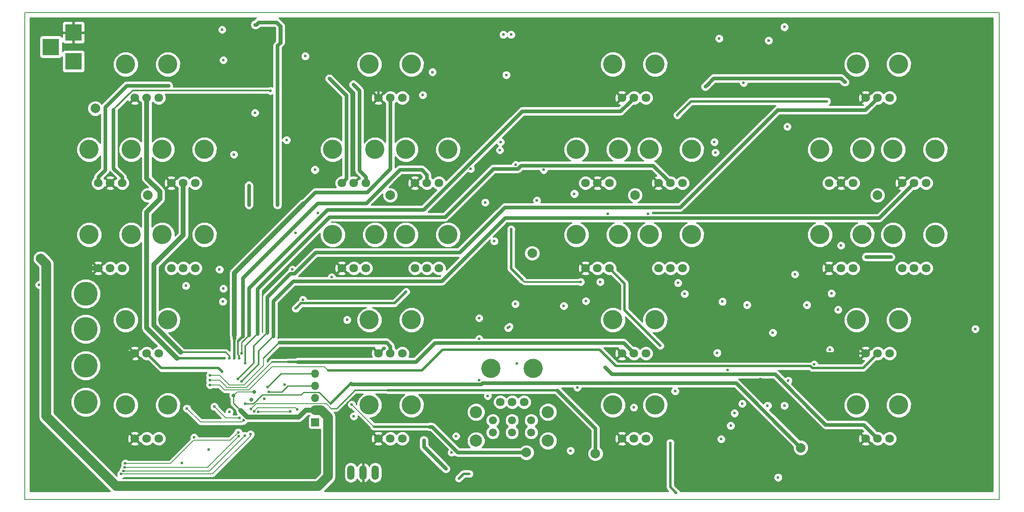
<source format=gbr>
%TF.GenerationSoftware,KiCad,Pcbnew,4.0.7*%
%TF.CreationDate,2019-01-17T01:04:15-05:00*%
%TF.ProjectId,synth_psoc,73796E74685F70736F632E6B69636164,rev?*%
%TF.FileFunction,Copper,L1,Top,Signal*%
%FSLAX46Y46*%
G04 Gerber Fmt 4.6, Leading zero omitted, Abs format (unit mm)*
G04 Created by KiCad (PCBNEW 4.0.7) date 01/17/19 01:04:15*
%MOMM*%
%LPD*%
G01*
G04 APERTURE LIST*
%ADD10C,0.150000*%
%ADD11R,3.500000X3.500000*%
%ADD12O,1.510000X3.010000*%
%ADD13R,1.700000X1.700000*%
%ADD14O,1.700000X1.700000*%
%ADD15C,1.800000*%
%ADD16C,4.000000*%
%ADD17C,1.676400*%
%ADD18C,2.540000*%
%ADD19C,5.000000*%
%ADD20C,0.600000*%
%ADD21C,2.000000*%
%ADD22C,0.800000*%
%ADD23C,0.500000*%
%ADD24C,0.750000*%
%ADD25C,1.000000*%
%ADD26C,0.300000*%
%ADD27C,0.200000*%
%ADD28C,0.250000*%
%ADD29C,2.000000*%
%ADD30C,0.254000*%
G04 APERTURE END LIST*
D10*
X203200000Y0D02*
X101600000Y0D01*
X203200000Y-101600000D02*
X203200000Y0D01*
X101600000Y-101600000D02*
X203200000Y-101600000D01*
X101600000Y0D02*
X0Y0D01*
X0Y-101600000D02*
X101600000Y-101600000D01*
X0Y0D02*
X0Y-101600000D01*
D11*
X10160000Y-10160000D03*
X10160000Y-4160000D03*
X5460000Y-7160000D03*
D12*
X73080000Y-96000000D03*
X70540000Y-96000000D03*
X68000000Y-96000000D03*
D13*
X60579000Y-85471000D03*
D14*
X60579000Y-82931000D03*
X60579000Y-80391000D03*
X60579000Y-77851000D03*
X60579000Y-75311000D03*
D15*
X116920000Y-35560000D03*
X119420000Y-35560000D03*
X121920000Y-35560000D03*
D16*
X115020000Y-28560000D03*
X123820000Y-28560000D03*
D15*
X15320000Y-35560000D03*
X17820000Y-35560000D03*
X20320000Y-35560000D03*
D16*
X13420000Y-28560000D03*
X22220000Y-28560000D03*
D15*
X66120000Y-35560000D03*
X68620000Y-35560000D03*
X71120000Y-35560000D03*
D16*
X64220000Y-28560000D03*
X73020000Y-28560000D03*
D15*
X167720000Y-35560000D03*
X170220000Y-35560000D03*
X172720000Y-35560000D03*
D16*
X165820000Y-28560000D03*
X174620000Y-28560000D03*
D15*
X22940000Y-88900000D03*
X25440000Y-88900000D03*
X27940000Y-88900000D03*
D16*
X21040000Y-81900000D03*
X29840000Y-81900000D03*
D15*
X73740000Y-88900000D03*
X76240000Y-88900000D03*
X78740000Y-88900000D03*
D16*
X71840000Y-81900000D03*
X80640000Y-81900000D03*
D15*
X124540000Y-88900000D03*
X127040000Y-88900000D03*
X129540000Y-88900000D03*
D16*
X122640000Y-81900000D03*
X131440000Y-81900000D03*
D15*
X175340000Y-88900000D03*
X177840000Y-88900000D03*
X180340000Y-88900000D03*
D16*
X173440000Y-81900000D03*
X182240000Y-81900000D03*
D15*
X99140000Y-81280000D03*
X101640000Y-81280000D03*
X104140000Y-81280000D03*
D16*
X97240000Y-74280000D03*
X106040000Y-74280000D03*
D15*
X132160000Y-53340000D03*
X134660000Y-53340000D03*
X137160000Y-53340000D03*
D16*
X130260000Y-46340000D03*
X139060000Y-46340000D03*
D15*
X30560000Y-53340000D03*
X33060000Y-53340000D03*
X35560000Y-53340000D03*
D16*
X28660000Y-46340000D03*
X37460000Y-46340000D03*
D15*
X116920000Y-53340000D03*
X119420000Y-53340000D03*
X121920000Y-53340000D03*
D16*
X115020000Y-46340000D03*
X123820000Y-46340000D03*
D15*
X15320000Y-53340000D03*
X17820000Y-53340000D03*
X20320000Y-53340000D03*
D16*
X13420000Y-46340000D03*
X22220000Y-46340000D03*
D15*
X81360000Y-53340000D03*
X83860000Y-53340000D03*
X86360000Y-53340000D03*
D16*
X79460000Y-46340000D03*
X88260000Y-46340000D03*
D15*
X182960000Y-53340000D03*
X185460000Y-53340000D03*
X187960000Y-53340000D03*
D16*
X181060000Y-46340000D03*
X189860000Y-46340000D03*
D15*
X66120000Y-53340000D03*
X68620000Y-53340000D03*
X71120000Y-53340000D03*
D16*
X64220000Y-46340000D03*
X73020000Y-46340000D03*
D15*
X167720000Y-53340000D03*
X170220000Y-53340000D03*
X172720000Y-53340000D03*
D16*
X165820000Y-46340000D03*
X174620000Y-46340000D03*
D15*
X22940000Y-17780000D03*
X25440000Y-17780000D03*
X27940000Y-17780000D03*
D16*
X21040000Y-10780000D03*
X29840000Y-10780000D03*
D15*
X73740000Y-17780000D03*
X76240000Y-17780000D03*
X78740000Y-17780000D03*
D16*
X71840000Y-10780000D03*
X80640000Y-10780000D03*
D15*
X124540000Y-17780000D03*
X127040000Y-17780000D03*
X129540000Y-17780000D03*
D16*
X122640000Y-10780000D03*
X131440000Y-10780000D03*
D15*
X175340000Y-17780000D03*
X177840000Y-17780000D03*
X180340000Y-17780000D03*
D16*
X173440000Y-10780000D03*
X182240000Y-10780000D03*
D15*
X30560000Y-35560000D03*
X33060000Y-35560000D03*
X35560000Y-35560000D03*
D16*
X28660000Y-28560000D03*
X37460000Y-28560000D03*
D15*
X81360000Y-35560000D03*
X83860000Y-35560000D03*
X86360000Y-35560000D03*
D16*
X79460000Y-28560000D03*
X88260000Y-28560000D03*
D15*
X132160000Y-35560000D03*
X134660000Y-35560000D03*
X137160000Y-35560000D03*
D16*
X130260000Y-28560000D03*
X139060000Y-28560000D03*
D15*
X182960000Y-35560000D03*
X185460000Y-35560000D03*
X187960000Y-35560000D03*
D16*
X181060000Y-28560000D03*
X189860000Y-28560000D03*
D15*
X22940000Y-71120000D03*
X25440000Y-71120000D03*
X27940000Y-71120000D03*
D16*
X21040000Y-64120000D03*
X29840000Y-64120000D03*
D15*
X73740000Y-71120000D03*
X76240000Y-71120000D03*
X78740000Y-71120000D03*
D16*
X71840000Y-64120000D03*
X80640000Y-64120000D03*
D15*
X124540000Y-71120000D03*
X127040000Y-71120000D03*
X129540000Y-71120000D03*
D16*
X122640000Y-64120000D03*
X131440000Y-64120000D03*
D15*
X175340000Y-71120000D03*
X177840000Y-71120000D03*
X180340000Y-71120000D03*
D16*
X173440000Y-64120000D03*
X182240000Y-64120000D03*
D17*
X97602040Y-85110320D03*
X101600000Y-85110320D03*
X105597960Y-85110320D03*
X97602040Y-87609680D03*
X101600000Y-87609680D03*
X105597960Y-87609680D03*
D18*
X94101920Y-83360260D03*
X94101920Y-89359740D03*
X109098080Y-83360260D03*
X109098080Y-89359740D03*
D19*
X12700000Y-81280000D03*
X12700000Y-73660000D03*
X12700000Y-66040000D03*
X12700000Y-58674000D03*
D20*
X100584000Y-14478000D03*
X51054000Y-28956000D03*
X55372000Y-30988000D03*
X114808000Y-12700000D03*
X58420000Y-91440000D03*
X67310000Y-91440000D03*
X58420000Y-90424000D03*
X67310000Y-90424000D03*
X161036000Y-67564000D03*
X153924000Y-70866000D03*
X153416000Y-76454000D03*
X140970000Y-85598000D03*
X139192000Y-9906000D03*
X149860000Y-16256000D03*
X3302000Y-43688000D03*
X9652000Y-69850000D03*
X9652000Y-77470000D03*
X9906000Y-54610000D03*
X114800000Y-13600000D03*
X148600000Y-56000000D03*
X137800000Y-63000000D03*
X23000000Y-68000000D03*
X32800000Y-65600000D03*
X66400000Y-6200000D03*
X85000000Y-6600000D03*
X103000000Y-51750000D03*
X105500000Y-48500000D03*
X143800000Y-27000000D03*
X54200000Y-77600000D03*
X46736000Y-40132000D03*
X46736000Y-36068000D03*
X52699990Y-40157152D03*
X48000000Y-2500000D03*
X30000000Y-15250000D03*
X63500000Y-13750000D03*
X136057841Y-21380011D03*
X167250000Y-18500000D03*
X51250000Y-16300000D03*
X68500000Y-15000000D03*
X150600000Y-61000000D03*
X108200000Y-32800000D03*
X145200000Y-89000000D03*
X93000000Y-32600000D03*
X83000000Y-17200000D03*
X85000000Y-12400000D03*
X159200000Y-76800000D03*
X114600000Y-37800000D03*
X158400000Y-3000000D03*
X50000000Y-80600000D03*
X141910668Y-15410668D03*
X171000000Y-14500000D03*
X198200000Y-66000000D03*
X106800000Y-39200000D03*
X103707627Y-55707627D03*
X115900000Y-56200000D03*
X96000000Y-39600000D03*
X101400000Y-45200000D03*
X112400000Y-61200000D03*
X102300000Y-60800000D03*
X145500000Y-60300000D03*
X41300000Y-60300000D03*
X169600000Y-62000000D03*
X154900000Y-82000000D03*
X149900000Y-14600000D03*
X100400000Y-13000000D03*
X67200000Y-64100000D03*
X61100000Y-41800000D03*
X48000000Y-20900000D03*
D21*
X14700000Y-20000000D03*
X177800000Y-38100000D03*
X127254000Y-38100000D03*
X76200000Y-38100000D03*
X25654000Y-38100000D03*
D20*
X35306000Y-88646000D03*
X42672000Y-83312000D03*
D22*
X47269085Y-80774979D03*
D20*
X3000000Y-56800000D03*
X55400000Y-83200000D03*
X48700000Y-83300000D03*
X45612221Y-85124990D03*
X87800000Y-95200000D03*
X83200000Y-89200000D03*
X33800000Y-82600000D03*
X121600000Y-42000000D03*
X130000000Y-42000000D03*
X47134350Y-82756234D03*
D21*
X119000000Y-92000000D03*
D20*
X170200000Y-48600000D03*
X117000000Y-60200000D03*
X120000000Y-56200000D03*
X147200000Y-86200000D03*
X44800000Y-84599990D03*
X39526136Y-82240590D03*
X47800000Y-83200000D03*
D21*
X104600000Y-91800000D03*
D20*
X68200000Y-81800000D03*
X56800000Y-82800000D03*
X158400000Y-82000000D03*
X32800000Y-94000000D03*
X149600000Y-81600000D03*
X68600000Y-84200000D03*
X146600000Y-74600000D03*
X113800000Y-91400000D03*
X115200000Y-78200000D03*
X89000000Y-91800000D03*
X127000000Y-82400000D03*
X121000000Y-74000000D03*
X168200000Y-58600000D03*
X136200000Y-56400000D03*
X102600000Y-73200000D03*
X64000000Y-55200000D03*
X41400000Y-57600000D03*
X132500000Y-69500000D03*
X164592000Y-73406000D03*
X167894000Y-70358000D03*
D22*
X45085000Y-83095010D03*
D21*
X3302000Y-51308000D03*
D22*
X47879000Y-79121000D03*
X43561000Y-79883000D03*
D20*
X38400000Y-91200000D03*
X50927000Y-79121000D03*
X50673000Y-78105000D03*
X56500000Y-61750000D03*
X79500000Y-58250000D03*
X89916000Y-88392000D03*
X96520000Y-80010000D03*
X94742000Y-76708000D03*
X94742000Y-68072000D03*
X94742000Y-63754000D03*
X99060000Y-28702000D03*
X102362000Y-31750000D03*
X41402000Y-9906000D03*
X41148000Y-3556000D03*
X58481730Y-9080009D03*
X155104536Y-5799989D03*
X156000000Y-66800000D03*
X144400000Y-71000000D03*
X148000000Y-83600000D03*
X135600000Y-79000000D03*
X100800000Y-65800000D03*
X144800000Y-5400000D03*
X144000000Y-29200000D03*
X159000000Y-23800000D03*
X54600000Y-26600000D03*
X43600000Y-29600000D03*
X99200000Y-27000000D03*
X101400000Y-4600000D03*
X99800000Y-4600000D03*
D21*
X105800000Y-50200000D03*
D20*
X60500000Y-32800000D03*
X56500000Y-46000000D03*
X160600000Y-54600000D03*
X157100000Y-97000000D03*
X134600000Y-89800000D03*
X135800000Y-100200000D03*
X180600000Y-51000000D03*
X175400000Y-51000000D03*
X97900000Y-47700000D03*
X33600000Y-57000000D03*
X58000000Y-59900000D03*
X163100000Y-61000000D03*
X137600000Y-58700000D03*
X55800000Y-53600000D03*
X40600000Y-53600000D03*
X41656000Y-72136000D03*
X43688000Y-72136000D03*
X45212000Y-71120000D03*
X44450000Y-76454000D03*
X42672000Y-72136000D03*
X44704000Y-72136000D03*
X45974000Y-73152000D03*
X45212000Y-76962000D03*
X41148000Y-74930000D03*
X38608000Y-75692000D03*
X38608000Y-76708000D03*
X38608000Y-77724000D03*
D21*
X161800000Y-90800000D03*
D20*
X46000000Y-81600000D03*
X20100000Y-96300000D03*
X12700000Y-81280000D03*
X47059168Y-87963094D03*
X20555831Y-95642552D03*
X12700000Y-73660000D03*
X45885824Y-88295022D03*
X20872316Y-94907803D03*
X12700000Y-66040000D03*
X44613138Y-88391972D03*
X20948206Y-94099794D03*
X12700000Y-58700000D03*
X44500000Y-87600000D03*
D23*
X92750000Y-96250000D02*
X91495000Y-96250000D01*
X91495000Y-96250000D02*
X90495000Y-97250000D01*
X175340000Y-71120000D02*
X164592000Y-71120000D01*
X164592000Y-71120000D02*
X161036000Y-67564000D01*
X74676000Y-15240000D02*
X73740000Y-16176000D01*
X73740000Y-16176000D02*
X73740000Y-17780000D01*
X114808000Y-12700000D02*
X112268000Y-15240000D01*
X112268000Y-15240000D02*
X74676000Y-15240000D01*
D24*
X140462000Y-17018000D02*
X139192000Y-15748000D01*
X139192000Y-15748000D02*
X139192000Y-9906000D01*
X144018000Y-17018000D02*
X140462000Y-17018000D01*
X144780000Y-16256000D02*
X144018000Y-17018000D01*
X149860000Y-16256000D02*
X144780000Y-16256000D01*
D25*
X9906000Y-54610000D02*
X9906000Y-50292000D01*
X9906000Y-50292000D02*
X3302000Y-43688000D01*
X18034000Y-69850000D02*
X9652000Y-69850000D01*
X19304000Y-71120000D02*
X18034000Y-69850000D01*
X22940000Y-71120000D02*
X19304000Y-71120000D01*
X20066000Y-77724000D02*
X9906000Y-77724000D01*
X9906000Y-77724000D02*
X9652000Y-77470000D01*
X22040001Y-75749999D02*
X20066000Y-77724000D01*
X22940000Y-71120000D02*
X22040001Y-72019999D01*
X22040001Y-72019999D02*
X22040001Y-75749999D01*
X15320000Y-53340000D02*
X11176000Y-53340000D01*
X11176000Y-53340000D02*
X9906000Y-54610000D01*
D24*
X46736000Y-40132000D02*
X46736000Y-36068000D01*
X52699990Y-39732888D02*
X52699990Y-40157152D01*
X52699990Y-6890010D02*
X52699990Y-39732888D01*
X53340000Y-6250000D02*
X52699990Y-6890010D01*
X48000000Y-2500000D02*
X48250000Y-2500000D01*
X48250000Y-2500000D02*
X48750000Y-2000000D01*
X48750000Y-2000000D02*
X52500000Y-2000000D01*
X52500000Y-2000000D02*
X53250000Y-2750000D01*
X53250000Y-2750000D02*
X53250000Y-6250000D01*
X53250000Y-6250000D02*
X53340000Y-6250000D01*
X53340000Y-6250000D02*
X53340000Y-2794000D01*
X21250000Y-15250000D02*
X30000000Y-15250000D01*
X16750000Y-19750000D02*
X21250000Y-15250000D01*
X16750000Y-32857208D02*
X16750000Y-19750000D01*
X15320000Y-35560000D02*
X15320000Y-34287208D01*
X15320000Y-34287208D02*
X16750000Y-32857208D01*
X66120000Y-35560000D02*
X67019999Y-34660001D01*
X67019999Y-17269999D02*
X63500000Y-13750000D01*
X67019999Y-34660001D02*
X67019999Y-17269999D01*
D23*
X136357840Y-21080012D02*
X136057841Y-21380011D01*
X167250000Y-18500000D02*
X138937852Y-18500000D01*
X138937852Y-18500000D02*
X136357840Y-21080012D01*
D26*
X18500000Y-20250000D02*
X22500000Y-16250000D01*
X22500000Y-16250000D02*
X51200000Y-16250000D01*
X51200000Y-16250000D02*
X51250000Y-16200000D01*
D24*
X18500000Y-32467208D02*
X18500000Y-20250000D01*
X20320000Y-35560000D02*
X20320000Y-34287208D01*
X20320000Y-34287208D02*
X18500000Y-32467208D01*
X69750000Y-32917208D02*
X69750000Y-16250000D01*
X69750000Y-16250000D02*
X68500000Y-15000000D01*
X71120000Y-35560000D02*
X71120000Y-34287208D01*
X71120000Y-34287208D02*
X69750000Y-32917208D01*
X143596337Y-13724999D02*
X142210667Y-15110669D01*
X142210667Y-15110669D02*
X141910668Y-15410668D01*
X171000000Y-14500000D02*
X170224999Y-13724999D01*
X170224999Y-13724999D02*
X143596337Y-13724999D01*
D23*
X103407628Y-55407628D02*
X103707627Y-55707627D01*
X101400000Y-53400000D02*
X103407628Y-55407628D01*
X101400000Y-45200000D02*
X101400000Y-53400000D01*
D26*
X104200000Y-56200000D02*
X104007626Y-56007626D01*
X115900000Y-56200000D02*
X104200000Y-56200000D01*
X104007626Y-56007626D02*
X103707627Y-55707627D01*
D27*
X48700000Y-83300000D02*
X55300000Y-83300000D01*
X55300000Y-83300000D02*
X55400000Y-83200000D01*
X33800000Y-82600000D02*
X36624989Y-85424989D01*
X45312222Y-85424989D02*
X45612221Y-85124990D01*
X36624989Y-85424989D02*
X45312222Y-85424989D01*
D24*
X83200000Y-89200000D02*
X83200000Y-90600000D01*
X83200000Y-90600000D02*
X87800000Y-95200000D01*
D23*
X75600000Y-78800000D02*
X111000000Y-78800000D01*
D27*
X47434349Y-82456235D02*
X47134350Y-82756234D01*
X48259594Y-81630990D02*
X47434349Y-82456235D01*
X62895481Y-81630990D02*
X48259594Y-81630990D01*
X63864490Y-82600000D02*
X62895481Y-81630990D01*
D24*
X111000000Y-78800000D02*
X119000000Y-86800000D01*
X119000000Y-86800000D02*
X119000000Y-92000000D01*
D26*
X68800000Y-78800000D02*
X75600000Y-78800000D01*
D28*
X65000000Y-82600000D02*
X68800000Y-78800000D01*
X63864490Y-82600000D02*
X65000000Y-82600000D01*
D27*
X56500001Y-82500001D02*
X56800000Y-82800000D01*
X48499999Y-82500001D02*
X56500001Y-82500001D01*
X47800000Y-83200000D02*
X48499999Y-82500001D01*
D24*
X103185787Y-91800000D02*
X104600000Y-91800000D01*
X90295002Y-91800000D02*
X103185787Y-91800000D01*
X84400000Y-86400000D02*
X84895002Y-86400000D01*
X84895002Y-86400000D02*
X90295002Y-91800000D01*
D27*
X41885536Y-84599990D02*
X44375736Y-84599990D01*
X39526136Y-82240590D02*
X41885536Y-84599990D01*
X44375736Y-84599990D02*
X44800000Y-84599990D01*
D23*
X72800000Y-86400000D02*
X84400000Y-86400000D01*
D27*
X68200000Y-81800000D02*
X72800000Y-86400000D01*
D24*
X122475001Y-75475001D02*
X121299999Y-74299999D01*
X156475001Y-75475001D02*
X122475001Y-75475001D01*
X121299999Y-74299999D02*
X121000000Y-74000000D01*
X174940000Y-86000000D02*
X167000000Y-86000000D01*
X177840000Y-88900000D02*
X174940000Y-86000000D01*
X167000000Y-86000000D02*
X156475001Y-75475001D01*
D23*
X121920000Y-53340000D02*
X125090001Y-56510001D01*
X125090001Y-56510001D02*
X125090001Y-62090001D01*
X125090001Y-62090001D02*
X132500000Y-69500000D01*
D29*
X61214000Y-98806000D02*
X19050000Y-98806000D01*
X63246000Y-96774000D02*
X61214000Y-98806000D01*
X4500001Y-52506001D02*
X4301999Y-52307999D01*
X63246000Y-84395919D02*
X63246000Y-96774000D01*
X61781081Y-82931000D02*
X63246000Y-84395919D01*
X4301999Y-52307999D02*
X3302000Y-51308000D01*
X4500001Y-84256001D02*
X4500001Y-52506001D01*
X60579000Y-82931000D02*
X61781081Y-82931000D01*
X19050000Y-98806000D02*
X4500001Y-84256001D01*
D25*
X45484999Y-83495009D02*
X45085000Y-83095010D01*
X58600386Y-82931000D02*
X57131385Y-84400001D01*
X57131385Y-84400001D02*
X46389991Y-84400001D01*
X46389991Y-84400001D02*
X45484999Y-83495009D01*
X60579000Y-82931000D02*
X58600386Y-82931000D01*
D28*
X44685001Y-82695011D02*
X45085000Y-83095010D01*
X43561000Y-81571010D02*
X44685001Y-82695011D01*
X43561000Y-79883000D02*
X43561000Y-81571010D01*
D25*
X60579000Y-82931000D02*
X59817000Y-82931000D01*
D27*
X44323000Y-79121000D02*
X43561000Y-79883000D01*
X47879000Y-79121000D02*
X44323000Y-79121000D01*
D28*
X59376919Y-77851000D02*
X60579000Y-77851000D01*
X53604002Y-79121000D02*
X54874002Y-77851000D01*
X50927000Y-79121000D02*
X53604002Y-79121000D01*
X54874002Y-77851000D02*
X59376919Y-77851000D01*
X53467000Y-75311000D02*
X60579000Y-75311000D01*
X50673000Y-78105000D02*
X53467000Y-75311000D01*
D23*
X56799999Y-61450001D02*
X56500000Y-61750000D01*
X57599999Y-60650001D02*
X56799999Y-61450001D01*
X77099999Y-60650001D02*
X57599999Y-60650001D01*
X79500000Y-58250000D02*
X77099999Y-60650001D01*
X155104547Y-5800000D02*
X155104536Y-5799989D01*
X155200000Y-5800000D02*
X155104547Y-5800000D01*
X100800000Y-65800000D02*
X101099999Y-65500001D01*
X101099999Y-65500001D02*
X101000000Y-65600000D01*
X135800000Y-100200000D02*
X134600000Y-99000000D01*
X134600000Y-99000000D02*
X134600000Y-89800000D01*
D24*
X175400000Y-51000000D02*
X180600000Y-51000000D01*
D25*
X25440000Y-17780000D02*
X25440000Y-34584000D01*
D23*
X31750000Y-72136000D02*
X41656000Y-72136000D01*
D25*
X25400000Y-65786000D02*
X31750000Y-72136000D01*
X25400000Y-41656000D02*
X25400000Y-65786000D01*
X28194000Y-38862000D02*
X25400000Y-41656000D01*
X28194000Y-37338000D02*
X28194000Y-38862000D01*
X25440000Y-34584000D02*
X28194000Y-37338000D01*
D24*
X76240000Y-17780000D02*
X76240000Y-32623002D01*
X76240000Y-32623002D02*
X71363002Y-37500000D01*
X71363002Y-37500000D02*
X60544000Y-37500000D01*
X60544000Y-37500000D02*
X58166000Y-39878000D01*
D25*
X58166000Y-39878000D02*
X43688000Y-54356000D01*
X43688000Y-54356000D02*
X43688000Y-67310000D01*
D23*
X43688000Y-68072000D02*
X43688000Y-72136000D01*
D24*
X43688000Y-67310000D02*
X43688000Y-68072000D01*
D23*
X43688000Y-54356000D02*
X43688000Y-72136000D01*
D24*
X126140001Y-18679999D02*
X127040000Y-17780000D01*
X124246000Y-20574000D02*
X126140001Y-18679999D01*
X103730998Y-20574000D02*
X124246000Y-20574000D01*
X83156998Y-41148000D02*
X103730998Y-20574000D01*
X46736000Y-67310000D02*
X46736000Y-57459002D01*
X63047002Y-41148000D02*
X83156998Y-41148000D01*
X46736000Y-57459002D02*
X63047002Y-41148000D01*
D28*
X45212000Y-71120000D02*
X45212000Y-68834000D01*
X45212000Y-68834000D02*
X46736000Y-67310000D01*
D24*
X175300000Y-20320000D02*
X176940001Y-18679999D01*
X176940001Y-18679999D02*
X177840000Y-17780000D01*
X156972000Y-20320000D02*
X175300000Y-20320000D01*
X55379999Y-54475001D02*
X56220001Y-54475001D01*
X100076000Y-40640000D02*
X136652000Y-40640000D01*
X56220001Y-54475001D02*
X60657002Y-50038000D01*
X50546000Y-59309000D02*
X55379999Y-54475001D01*
X50546000Y-66802000D02*
X50546000Y-59309000D01*
X136652000Y-40640000D02*
X156972000Y-20320000D01*
X60657002Y-50038000D02*
X90678000Y-50038000D01*
X90678000Y-50038000D02*
X100076000Y-40640000D01*
D26*
X44450000Y-76454000D02*
X47752000Y-73152000D01*
X47752000Y-69596000D02*
X50546000Y-66802000D01*
X47752000Y-73152000D02*
X47752000Y-69596000D01*
D25*
X33060000Y-35560000D02*
X33060000Y-46442000D01*
D26*
X42672000Y-71628000D02*
X42672000Y-72136000D01*
X41910000Y-70866000D02*
X42672000Y-71628000D01*
X32512000Y-70866000D02*
X41910000Y-70866000D01*
D25*
X26924000Y-65278000D02*
X32512000Y-70866000D01*
X26924000Y-52578000D02*
X26924000Y-65278000D01*
X33060000Y-46442000D02*
X26924000Y-52578000D01*
D24*
X45466000Y-67564000D02*
X45466000Y-55372000D01*
X71224998Y-39750000D02*
X78208998Y-32766000D01*
X45466000Y-55372000D02*
X61088000Y-39750000D01*
X61088000Y-39750000D02*
X71224998Y-39750000D01*
X82804000Y-32766000D02*
X83860000Y-33822000D01*
X78208998Y-32766000D02*
X82804000Y-32766000D01*
X83860000Y-33822000D02*
X83860000Y-35560000D01*
D26*
X44704000Y-72136000D02*
X44704000Y-71628000D01*
D23*
X44450000Y-68580000D02*
X45466000Y-67564000D01*
D26*
X44450000Y-71374000D02*
X44450000Y-68580000D01*
X44704000Y-71628000D02*
X44450000Y-71374000D01*
D24*
X133760001Y-34660001D02*
X134660000Y-35560000D01*
X103482003Y-31924999D02*
X131024999Y-31924999D01*
X87630000Y-42672000D02*
X97676999Y-32625001D01*
X63500000Y-42672000D02*
X87630000Y-42672000D01*
X48514000Y-57658000D02*
X63500000Y-42672000D01*
X48514000Y-67056000D02*
X48514000Y-57658000D01*
X131024999Y-31924999D02*
X133760001Y-34660001D01*
X97676999Y-32625001D02*
X102782001Y-32625001D01*
X102782001Y-32625001D02*
X103482003Y-31924999D01*
D26*
X45974000Y-73152000D02*
X45974000Y-69596000D01*
X48006000Y-67564000D02*
X48514000Y-67056000D01*
X45974000Y-69596000D02*
X48006000Y-67564000D01*
D24*
X51816000Y-60198000D02*
X51816000Y-67564000D01*
X55938999Y-56075001D02*
X51816000Y-60198000D01*
X86926999Y-56075001D02*
X55938999Y-56075001D01*
X100126999Y-42875001D02*
X86926999Y-56075001D01*
X178144999Y-42875001D02*
X100126999Y-42875001D01*
X185460000Y-35560000D02*
X178144999Y-42875001D01*
D26*
X48768000Y-73406000D02*
X45212000Y-76962000D01*
X48768000Y-70612000D02*
X48768000Y-73406000D01*
X51816000Y-67564000D02*
X48768000Y-70612000D01*
D23*
X28488000Y-74168000D02*
X25440000Y-71120000D01*
X40386000Y-74168000D02*
X28488000Y-74168000D01*
X41148000Y-74930000D02*
X40386000Y-74168000D01*
D27*
X38608000Y-75692000D02*
X40640000Y-75692000D01*
D24*
X76240000Y-69636000D02*
X76240000Y-71120000D01*
X75438000Y-68834000D02*
X76240000Y-69636000D01*
X53086000Y-68834000D02*
X75438000Y-68834000D01*
D26*
X49784000Y-72136000D02*
X53086000Y-68834000D01*
D27*
X49784000Y-73660000D02*
X49784000Y-72136000D01*
X45720000Y-77724000D02*
X49784000Y-73660000D01*
X42672000Y-77724000D02*
X45720000Y-77724000D01*
X40640000Y-75692000D02*
X42672000Y-77724000D01*
D24*
X126140001Y-70220001D02*
X127040000Y-71120000D01*
X124867001Y-68947001D02*
X126140001Y-70220001D01*
X85484999Y-68947001D02*
X124867001Y-68947001D01*
X81534000Y-72898000D02*
X85484999Y-68947001D01*
X56896000Y-72898000D02*
X81534000Y-72898000D01*
D23*
X54864000Y-72898000D02*
X56896000Y-72898000D01*
D26*
X52832000Y-72898000D02*
X54864000Y-72898000D01*
X51562000Y-72898000D02*
X52832000Y-72898000D01*
D27*
X46228000Y-78232000D02*
X51562000Y-72898000D01*
X45974000Y-78232000D02*
X46228000Y-78232000D01*
X45974000Y-78232000D02*
X45974000Y-78232000D01*
X42164000Y-78232000D02*
X45974000Y-78232000D01*
X40640000Y-76708000D02*
X42164000Y-78232000D01*
X40386000Y-76708000D02*
X40640000Y-76708000D01*
X38608000Y-76708000D02*
X40386000Y-76708000D01*
D23*
X127040000Y-70906000D02*
X127040000Y-71120000D01*
X174803999Y-74156001D02*
X176940001Y-72019999D01*
X176940001Y-72019999D02*
X177840000Y-71120000D01*
X164231999Y-74156001D02*
X174803999Y-74156001D01*
X119888000Y-70358000D02*
X123296001Y-73766001D01*
X123296001Y-73766001D02*
X163841999Y-73766001D01*
X87122000Y-70358000D02*
X119888000Y-70358000D01*
X82804000Y-74676000D02*
X87122000Y-70358000D01*
X163841999Y-73766001D02*
X164231999Y-74156001D01*
X63246000Y-74676000D02*
X82804000Y-74676000D01*
D27*
X38608000Y-77724000D02*
X40640000Y-77724000D01*
X62484000Y-73914000D02*
X63246000Y-74676000D01*
X51562000Y-73914000D02*
X62484000Y-73914000D01*
X51308000Y-74168000D02*
X51562000Y-73914000D01*
X46755002Y-78720998D02*
X51308000Y-74168000D01*
X41636998Y-78720998D02*
X46755002Y-78720998D01*
X40640000Y-77724000D02*
X41636998Y-78720998D01*
D24*
X160800001Y-89800001D02*
X161800000Y-90800000D01*
X148324999Y-77324999D02*
X160800001Y-89800001D01*
X95420003Y-77324999D02*
X148324999Y-77324999D01*
X95162001Y-77583001D02*
X95420003Y-77324999D01*
X68183001Y-77583001D02*
X95162001Y-77583001D01*
X68000000Y-77400000D02*
X68183001Y-77583001D01*
D28*
X61404019Y-79215999D02*
X63794010Y-81605990D01*
X58178275Y-79215999D02*
X61404019Y-79215999D01*
X47689528Y-81600000D02*
X49514529Y-79774999D01*
X57619275Y-79774999D02*
X58178275Y-79215999D01*
X46000000Y-81600000D02*
X47689528Y-81600000D01*
X49514529Y-79774999D02*
X57619275Y-79774999D01*
D23*
X63794010Y-81605990D02*
X68000000Y-77400000D01*
D27*
X47059168Y-87963094D02*
X47059168Y-88387358D01*
X47059168Y-88387358D02*
X39146526Y-96300000D01*
X39146526Y-96300000D02*
X20100000Y-96300000D01*
X20980095Y-95642552D02*
X20555831Y-95642552D01*
X45885824Y-88295022D02*
X38538294Y-95642552D01*
X38538294Y-95642552D02*
X20980095Y-95642552D01*
X21296580Y-94907803D02*
X20872316Y-94907803D01*
X38097307Y-94907803D02*
X21296580Y-94907803D01*
X44613138Y-88391972D02*
X38097307Y-94907803D01*
X21372470Y-94099794D02*
X20948206Y-94099794D01*
X30400206Y-94099794D02*
X21372470Y-94099794D01*
X42853999Y-89246001D02*
X35253999Y-89246001D01*
X44500000Y-87600000D02*
X42853999Y-89246001D01*
X35253999Y-89246001D02*
X30400206Y-94099794D01*
D30*
G36*
X201873000Y-99873000D02*
X136676558Y-99873000D01*
X136593117Y-99671057D01*
X136330327Y-99407808D01*
X136209013Y-99357434D01*
X135485000Y-98633420D01*
X135485000Y-97185167D01*
X156164838Y-97185167D01*
X156306883Y-97528943D01*
X156569673Y-97792192D01*
X156913201Y-97934838D01*
X157285167Y-97935162D01*
X157628943Y-97793117D01*
X157892192Y-97530327D01*
X158034838Y-97186799D01*
X158035162Y-96814833D01*
X157893117Y-96471057D01*
X157630327Y-96207808D01*
X157286799Y-96065162D01*
X156914833Y-96064838D01*
X156571057Y-96206883D01*
X156307808Y-96469673D01*
X156165162Y-96813201D01*
X156164838Y-97185167D01*
X135485000Y-97185167D01*
X135485000Y-90106822D01*
X135534838Y-89986799D01*
X135535162Y-89614833D01*
X135393117Y-89271057D01*
X135307377Y-89185167D01*
X144264838Y-89185167D01*
X144406883Y-89528943D01*
X144669673Y-89792192D01*
X145013201Y-89934838D01*
X145385167Y-89935162D01*
X145728943Y-89793117D01*
X145992192Y-89530327D01*
X146134838Y-89186799D01*
X146135162Y-88814833D01*
X145993117Y-88471057D01*
X145730327Y-88207808D01*
X145386799Y-88065162D01*
X145014833Y-88064838D01*
X144671057Y-88206883D01*
X144407808Y-88469673D01*
X144265162Y-88813201D01*
X144264838Y-89185167D01*
X135307377Y-89185167D01*
X135130327Y-89007808D01*
X134786799Y-88865162D01*
X134414833Y-88864838D01*
X134071057Y-89006883D01*
X133807808Y-89269673D01*
X133665162Y-89613201D01*
X133664838Y-89985167D01*
X133715000Y-90106569D01*
X133715000Y-98999995D01*
X133714999Y-99000000D01*
X133767680Y-99264838D01*
X133782367Y-99338675D01*
X133844516Y-99431688D01*
X133974210Y-99625790D01*
X134221420Y-99873000D01*
X62459240Y-99873000D01*
X64402120Y-97930120D01*
X64756543Y-97399688D01*
X64881001Y-96774000D01*
X64881000Y-96773995D01*
X64881000Y-95208075D01*
X66610000Y-95208075D01*
X66610000Y-96791925D01*
X66715807Y-97323855D01*
X67017122Y-97774803D01*
X67468070Y-98076118D01*
X68000000Y-98181925D01*
X68531930Y-98076118D01*
X68982878Y-97774803D01*
X69282751Y-97326013D01*
X69304408Y-97399263D01*
X69646924Y-97822681D01*
X70125403Y-98082793D01*
X70198029Y-98097277D01*
X70413000Y-97974683D01*
X70413000Y-96127000D01*
X70393000Y-96127000D01*
X70393000Y-95873000D01*
X70413000Y-95873000D01*
X70413000Y-94025317D01*
X70667000Y-94025317D01*
X70667000Y-95873000D01*
X70687000Y-95873000D01*
X70687000Y-96127000D01*
X70667000Y-96127000D01*
X70667000Y-97974683D01*
X70881971Y-98097277D01*
X70954597Y-98082793D01*
X71433076Y-97822681D01*
X71775592Y-97399263D01*
X71797249Y-97326013D01*
X72097122Y-97774803D01*
X72548070Y-98076118D01*
X73080000Y-98181925D01*
X73611930Y-98076118D01*
X74062878Y-97774803D01*
X74364193Y-97323855D01*
X74378883Y-97250000D01*
X89609999Y-97250000D01*
X89677367Y-97588674D01*
X89869210Y-97875790D01*
X90156326Y-98067633D01*
X90495000Y-98135001D01*
X90833674Y-98067633D01*
X91120790Y-97875790D01*
X91861579Y-97135000D01*
X92750000Y-97135000D01*
X93088675Y-97067633D01*
X93375790Y-96875790D01*
X93567633Y-96588675D01*
X93635000Y-96250000D01*
X93567633Y-95911325D01*
X93375790Y-95624210D01*
X93088675Y-95432367D01*
X92750000Y-95365000D01*
X91495005Y-95365000D01*
X91495000Y-95364999D01*
X91156326Y-95432366D01*
X91061054Y-95496025D01*
X90869210Y-95624210D01*
X90869208Y-95624213D01*
X89869210Y-96624210D01*
X89677367Y-96911326D01*
X89609999Y-97250000D01*
X74378883Y-97250000D01*
X74470000Y-96791925D01*
X74470000Y-95208075D01*
X74364193Y-94676145D01*
X74062878Y-94225197D01*
X73611930Y-93923882D01*
X73080000Y-93818075D01*
X72548070Y-93923882D01*
X72097122Y-94225197D01*
X71797249Y-94673987D01*
X71775592Y-94600737D01*
X71433076Y-94177319D01*
X70954597Y-93917207D01*
X70881971Y-93902723D01*
X70667000Y-94025317D01*
X70413000Y-94025317D01*
X70198029Y-93902723D01*
X70125403Y-93917207D01*
X69646924Y-94177319D01*
X69304408Y-94600737D01*
X69282751Y-94673987D01*
X68982878Y-94225197D01*
X68531930Y-93923882D01*
X68000000Y-93818075D01*
X67468070Y-93923882D01*
X67017122Y-94225197D01*
X66715807Y-94676145D01*
X66610000Y-95208075D01*
X64881000Y-95208075D01*
X64881000Y-89980159D01*
X72839446Y-89980159D01*
X72925852Y-90236643D01*
X73499336Y-90446458D01*
X74109460Y-90420839D01*
X74554148Y-90236643D01*
X74640554Y-89980159D01*
X73740000Y-89079605D01*
X72839446Y-89980159D01*
X64881000Y-89980159D01*
X64881000Y-88659336D01*
X72193542Y-88659336D01*
X72219161Y-89269460D01*
X72403357Y-89714148D01*
X72659841Y-89800554D01*
X73560395Y-88900000D01*
X73919605Y-88900000D01*
X74820159Y-89800554D01*
X74935214Y-89761793D01*
X74937932Y-89768371D01*
X75369357Y-90200551D01*
X75933330Y-90434733D01*
X76543991Y-90435265D01*
X77108371Y-90202068D01*
X77490288Y-89820818D01*
X77869357Y-90200551D01*
X78433330Y-90434733D01*
X79043991Y-90435265D01*
X79608371Y-90202068D01*
X80040551Y-89770643D01*
X80274733Y-89206670D01*
X80274738Y-89200000D01*
X82190000Y-89200000D01*
X82190000Y-90600000D01*
X82266882Y-90986510D01*
X82485822Y-91314178D01*
X87085822Y-95914178D01*
X87413490Y-96133118D01*
X87800000Y-96210000D01*
X88186510Y-96133118D01*
X88514178Y-95914178D01*
X88733118Y-95586510D01*
X88810000Y-95200000D01*
X88733118Y-94813490D01*
X88514178Y-94485822D01*
X84210000Y-90181644D01*
X84210000Y-89200000D01*
X84133118Y-88813490D01*
X83914178Y-88485822D01*
X83586510Y-88266882D01*
X83200000Y-88190000D01*
X82813490Y-88266882D01*
X82485822Y-88485822D01*
X82266882Y-88813490D01*
X82190000Y-89200000D01*
X80274738Y-89200000D01*
X80275265Y-88596009D01*
X80042068Y-88031629D01*
X79610643Y-87599449D01*
X79046670Y-87365267D01*
X78436009Y-87364735D01*
X77871629Y-87597932D01*
X77489712Y-87979182D01*
X77110643Y-87599449D01*
X76546670Y-87365267D01*
X75936009Y-87364735D01*
X75371629Y-87597932D01*
X74939449Y-88029357D01*
X74935706Y-88038372D01*
X74820159Y-87999446D01*
X73919605Y-88900000D01*
X73560395Y-88900000D01*
X72659841Y-87999446D01*
X72403357Y-88085852D01*
X72193542Y-88659336D01*
X64881000Y-88659336D01*
X64881000Y-87819841D01*
X72839446Y-87819841D01*
X73740000Y-88720395D01*
X74640554Y-87819841D01*
X74554148Y-87563357D01*
X73980664Y-87353542D01*
X73370540Y-87379161D01*
X72925852Y-87563357D01*
X72839446Y-87819841D01*
X64881000Y-87819841D01*
X64881000Y-84395919D01*
X64756543Y-83770232D01*
X64482436Y-83360000D01*
X65000000Y-83360000D01*
X65290839Y-83302148D01*
X65537401Y-83137401D01*
X69089802Y-79585000D01*
X70542601Y-79585000D01*
X70349342Y-79664853D01*
X69607458Y-80405443D01*
X69205458Y-81373567D01*
X69205116Y-81765670D01*
X69135092Y-81695646D01*
X69135162Y-81614833D01*
X68993117Y-81271057D01*
X68730327Y-81007808D01*
X68386799Y-80865162D01*
X68014833Y-80864838D01*
X67671057Y-81006883D01*
X67407808Y-81269673D01*
X67265162Y-81613201D01*
X67264838Y-81985167D01*
X67406883Y-82328943D01*
X67669673Y-82592192D01*
X68013201Y-82734838D01*
X68095464Y-82734910D01*
X68625575Y-83265022D01*
X68414833Y-83264838D01*
X68071057Y-83406883D01*
X67807808Y-83669673D01*
X67665162Y-84013201D01*
X67664838Y-84385167D01*
X67806883Y-84728943D01*
X68069673Y-84992192D01*
X68413201Y-85134838D01*
X68785167Y-85135162D01*
X69128943Y-84993117D01*
X69392192Y-84730327D01*
X69534838Y-84386799D01*
X69535023Y-84174469D01*
X71953350Y-86592797D01*
X71982367Y-86738675D01*
X72174210Y-87025790D01*
X72461325Y-87217633D01*
X72800000Y-87285000D01*
X83941476Y-87285000D01*
X84013490Y-87333118D01*
X84400000Y-87410000D01*
X84476646Y-87410000D01*
X88272120Y-91205474D01*
X88207808Y-91269673D01*
X88065162Y-91613201D01*
X88064838Y-91985167D01*
X88206883Y-92328943D01*
X88469673Y-92592192D01*
X88813201Y-92734838D01*
X89185167Y-92735162D01*
X89528943Y-92593117D01*
X89597115Y-92525064D01*
X89908492Y-92733118D01*
X90295002Y-92810000D01*
X103298014Y-92810000D01*
X103672637Y-93185278D01*
X104273352Y-93434716D01*
X104923795Y-93435284D01*
X105524943Y-93186894D01*
X105985278Y-92727363D01*
X106234716Y-92126648D01*
X106235188Y-91585167D01*
X112864838Y-91585167D01*
X113006883Y-91928943D01*
X113269673Y-92192192D01*
X113613201Y-92334838D01*
X113985167Y-92335162D01*
X114328943Y-92193117D01*
X114592192Y-91930327D01*
X114734838Y-91586799D01*
X114735162Y-91214833D01*
X114593117Y-90871057D01*
X114330327Y-90607808D01*
X113986799Y-90465162D01*
X113614833Y-90464838D01*
X113271057Y-90606883D01*
X113007808Y-90869673D01*
X112865162Y-91213201D01*
X112864838Y-91585167D01*
X106235188Y-91585167D01*
X106235284Y-91476205D01*
X105986894Y-90875057D01*
X105527363Y-90414722D01*
X104926648Y-90165284D01*
X104276205Y-90164716D01*
X103675057Y-90413106D01*
X103297504Y-90790000D01*
X95365593Y-90790000D01*
X95715959Y-90440245D01*
X96006588Y-89740330D01*
X96006590Y-89737005D01*
X107192750Y-89737005D01*
X107482158Y-90437426D01*
X108017575Y-90973779D01*
X108717490Y-91264408D01*
X109475345Y-91265070D01*
X110175766Y-90975662D01*
X110712119Y-90440245D01*
X111002748Y-89740330D01*
X111003410Y-88982475D01*
X110714002Y-88282054D01*
X110178585Y-87745701D01*
X109478670Y-87455072D01*
X108720815Y-87454410D01*
X108020394Y-87743818D01*
X107484041Y-88279235D01*
X107193412Y-88979150D01*
X107192750Y-89737005D01*
X96006590Y-89737005D01*
X96007250Y-88982475D01*
X95717842Y-88282054D01*
X95182425Y-87745701D01*
X94482510Y-87455072D01*
X93724655Y-87454410D01*
X93024234Y-87743818D01*
X92487881Y-88279235D01*
X92197252Y-88979150D01*
X92196590Y-89737005D01*
X92485998Y-90437426D01*
X92837957Y-90790000D01*
X90713358Y-90790000D01*
X88500525Y-88577167D01*
X88980838Y-88577167D01*
X89122883Y-88920943D01*
X89385673Y-89184192D01*
X89729201Y-89326838D01*
X90101167Y-89327162D01*
X90444943Y-89185117D01*
X90708192Y-88922327D01*
X90850838Y-88578799D01*
X90851162Y-88206833D01*
X90709117Y-87863057D01*
X90446327Y-87599808D01*
X90102799Y-87457162D01*
X89730833Y-87456838D01*
X89387057Y-87598883D01*
X89123808Y-87861673D01*
X88981162Y-88205201D01*
X88980838Y-88577167D01*
X88500525Y-88577167D01*
X85609180Y-85685822D01*
X85281512Y-85466882D01*
X84955692Y-85402072D01*
X96128585Y-85402072D01*
X96352393Y-85943731D01*
X96766449Y-86358510D01*
X96769375Y-86359725D01*
X96768629Y-86360033D01*
X96353850Y-86774089D01*
X96129096Y-87315357D01*
X96128585Y-87901432D01*
X96352393Y-88443091D01*
X96766449Y-88857870D01*
X97307717Y-89082624D01*
X97893792Y-89083135D01*
X98435451Y-88859327D01*
X98850230Y-88445271D01*
X99074984Y-87904003D01*
X99075495Y-87317928D01*
X98851687Y-86776269D01*
X98437631Y-86361490D01*
X98434705Y-86360275D01*
X98435451Y-86359967D01*
X98850230Y-85945911D01*
X99074984Y-85404643D01*
X99074986Y-85402072D01*
X100126545Y-85402072D01*
X100350353Y-85943731D01*
X100764409Y-86358510D01*
X100767335Y-86359725D01*
X100766589Y-86360033D01*
X100351810Y-86774089D01*
X100127056Y-87315357D01*
X100126545Y-87901432D01*
X100350353Y-88443091D01*
X100764409Y-88857870D01*
X101305677Y-89082624D01*
X101891752Y-89083135D01*
X102433411Y-88859327D01*
X102848190Y-88445271D01*
X103072944Y-87904003D01*
X103073455Y-87317928D01*
X102849647Y-86776269D01*
X102435591Y-86361490D01*
X102432665Y-86360275D01*
X102433411Y-86359967D01*
X102848190Y-85945911D01*
X103072944Y-85404643D01*
X103072946Y-85402072D01*
X104124505Y-85402072D01*
X104348313Y-85943731D01*
X104762369Y-86358510D01*
X104765295Y-86359725D01*
X104764549Y-86360033D01*
X104349770Y-86774089D01*
X104125016Y-87315357D01*
X104124505Y-87901432D01*
X104348313Y-88443091D01*
X104762369Y-88857870D01*
X105303637Y-89082624D01*
X105889712Y-89083135D01*
X106431371Y-88859327D01*
X106846150Y-88445271D01*
X107070904Y-87904003D01*
X107071415Y-87317928D01*
X106847607Y-86776269D01*
X106433551Y-86361490D01*
X106430625Y-86360275D01*
X106431371Y-86359967D01*
X106846150Y-85945911D01*
X107070904Y-85404643D01*
X107071415Y-84818568D01*
X106847607Y-84276909D01*
X106433551Y-83862130D01*
X106133469Y-83737525D01*
X107192750Y-83737525D01*
X107482158Y-84437946D01*
X108017575Y-84974299D01*
X108717490Y-85264928D01*
X109475345Y-85265590D01*
X110175766Y-84976182D01*
X110712119Y-84440765D01*
X111002748Y-83740850D01*
X111003410Y-82982995D01*
X110714002Y-82282574D01*
X110178585Y-81746221D01*
X109478670Y-81455592D01*
X108720815Y-81454930D01*
X108020394Y-81744338D01*
X107484041Y-82279755D01*
X107193412Y-82979670D01*
X107192750Y-83737525D01*
X106133469Y-83737525D01*
X105892283Y-83637376D01*
X105306208Y-83636865D01*
X104764549Y-83860673D01*
X104349770Y-84274729D01*
X104125016Y-84815997D01*
X104124505Y-85402072D01*
X103072946Y-85402072D01*
X103073455Y-84818568D01*
X102849647Y-84276909D01*
X102435591Y-83862130D01*
X101894323Y-83637376D01*
X101308248Y-83636865D01*
X100766589Y-83860673D01*
X100351810Y-84274729D01*
X100127056Y-84815997D01*
X100126545Y-85402072D01*
X99074986Y-85402072D01*
X99075495Y-84818568D01*
X98851687Y-84276909D01*
X98437631Y-83862130D01*
X97896363Y-83637376D01*
X97310288Y-83636865D01*
X96768629Y-83860673D01*
X96353850Y-84274729D01*
X96129096Y-84815997D01*
X96128585Y-85402072D01*
X84955692Y-85402072D01*
X84895002Y-85390000D01*
X84400000Y-85390000D01*
X84013490Y-85466882D01*
X83941476Y-85515000D01*
X72954447Y-85515000D01*
X71974566Y-84535119D01*
X72361834Y-84535457D01*
X73330658Y-84135147D01*
X74072542Y-83394557D01*
X74474542Y-82426433D01*
X74475457Y-81378166D01*
X74075147Y-80409342D01*
X73334557Y-79667458D01*
X73135976Y-79585000D01*
X75212486Y-79585000D01*
X75261325Y-79617633D01*
X75600000Y-79685000D01*
X79129160Y-79685000D01*
X78407458Y-80405443D01*
X78005458Y-81373567D01*
X78004543Y-82421834D01*
X78404853Y-83390658D01*
X79145443Y-84132542D01*
X80113567Y-84534542D01*
X81161834Y-84535457D01*
X82130658Y-84135147D01*
X82528974Y-83737525D01*
X92196590Y-83737525D01*
X92485998Y-84437946D01*
X93021415Y-84974299D01*
X93721330Y-85264928D01*
X94479185Y-85265590D01*
X95179606Y-84976182D01*
X95715959Y-84440765D01*
X96006588Y-83740850D01*
X96007250Y-82982995D01*
X95717842Y-82282574D01*
X95182425Y-81746221D01*
X94791731Y-81583991D01*
X97604735Y-81583991D01*
X97837932Y-82148371D01*
X98269357Y-82580551D01*
X98833330Y-82814733D01*
X99443991Y-82815265D01*
X100008371Y-82582068D01*
X100390288Y-82200818D01*
X100769357Y-82580551D01*
X101333330Y-82814733D01*
X101943991Y-82815265D01*
X102508371Y-82582068D01*
X102890288Y-82200818D01*
X103269357Y-82580551D01*
X103833330Y-82814733D01*
X104443991Y-82815265D01*
X105008371Y-82582068D01*
X105440551Y-82150643D01*
X105674733Y-81586670D01*
X105675265Y-80976009D01*
X105442068Y-80411629D01*
X105010643Y-79979449D01*
X104446670Y-79745267D01*
X103836009Y-79744735D01*
X103271629Y-79977932D01*
X102889712Y-80359182D01*
X102510643Y-79979449D01*
X101946670Y-79745267D01*
X101336009Y-79744735D01*
X100771629Y-79977932D01*
X100389712Y-80359182D01*
X100010643Y-79979449D01*
X99446670Y-79745267D01*
X98836009Y-79744735D01*
X98271629Y-79977932D01*
X97839449Y-80409357D01*
X97605267Y-80973330D01*
X97604735Y-81583991D01*
X94791731Y-81583991D01*
X94482510Y-81455592D01*
X93724655Y-81454930D01*
X93024234Y-81744338D01*
X92487881Y-82279755D01*
X92197252Y-82979670D01*
X92196590Y-83737525D01*
X82528974Y-83737525D01*
X82872542Y-83394557D01*
X83274542Y-82426433D01*
X83275457Y-81378166D01*
X82875147Y-80409342D01*
X82152068Y-79685000D01*
X95642548Y-79685000D01*
X95585162Y-79823201D01*
X95584838Y-80195167D01*
X95726883Y-80538943D01*
X95989673Y-80802192D01*
X96333201Y-80944838D01*
X96705167Y-80945162D01*
X97048943Y-80803117D01*
X97312192Y-80540327D01*
X97454838Y-80196799D01*
X97455162Y-79824833D01*
X97397384Y-79685000D01*
X110456644Y-79685000D01*
X117990000Y-87218355D01*
X117990000Y-90698014D01*
X117614722Y-91072637D01*
X117365284Y-91673352D01*
X117364716Y-92323795D01*
X117613106Y-92924943D01*
X118072637Y-93385278D01*
X118673352Y-93634716D01*
X119323795Y-93635284D01*
X119924943Y-93386894D01*
X120385278Y-92927363D01*
X120634716Y-92326648D01*
X120635284Y-91676205D01*
X120386894Y-91075057D01*
X120010000Y-90697504D01*
X120010000Y-89980159D01*
X123639446Y-89980159D01*
X123725852Y-90236643D01*
X124299336Y-90446458D01*
X124909460Y-90420839D01*
X125354148Y-90236643D01*
X125440554Y-89980159D01*
X124540000Y-89079605D01*
X123639446Y-89980159D01*
X120010000Y-89980159D01*
X120010000Y-88659336D01*
X122993542Y-88659336D01*
X123019161Y-89269460D01*
X123203357Y-89714148D01*
X123459841Y-89800554D01*
X124360395Y-88900000D01*
X124719605Y-88900000D01*
X125620159Y-89800554D01*
X125735214Y-89761793D01*
X125737932Y-89768371D01*
X126169357Y-90200551D01*
X126733330Y-90434733D01*
X127343991Y-90435265D01*
X127908371Y-90202068D01*
X128290288Y-89820818D01*
X128669357Y-90200551D01*
X129233330Y-90434733D01*
X129843991Y-90435265D01*
X130408371Y-90202068D01*
X130840551Y-89770643D01*
X131074733Y-89206670D01*
X131075265Y-88596009D01*
X130842068Y-88031629D01*
X130410643Y-87599449D01*
X129846670Y-87365267D01*
X129236009Y-87364735D01*
X128671629Y-87597932D01*
X128289712Y-87979182D01*
X127910643Y-87599449D01*
X127346670Y-87365267D01*
X126736009Y-87364735D01*
X126171629Y-87597932D01*
X125739449Y-88029357D01*
X125735706Y-88038372D01*
X125620159Y-87999446D01*
X124719605Y-88900000D01*
X124360395Y-88900000D01*
X123459841Y-87999446D01*
X123203357Y-88085852D01*
X122993542Y-88659336D01*
X120010000Y-88659336D01*
X120010000Y-87819841D01*
X123639446Y-87819841D01*
X124540000Y-88720395D01*
X125440554Y-87819841D01*
X125354148Y-87563357D01*
X124780664Y-87353542D01*
X124170540Y-87379161D01*
X123725852Y-87563357D01*
X123639446Y-87819841D01*
X120010000Y-87819841D01*
X120010000Y-86800000D01*
X119983179Y-86665162D01*
X119933118Y-86413489D01*
X119914194Y-86385167D01*
X146264838Y-86385167D01*
X146406883Y-86728943D01*
X146669673Y-86992192D01*
X147013201Y-87134838D01*
X147385167Y-87135162D01*
X147728943Y-86993117D01*
X147992192Y-86730327D01*
X148134838Y-86386799D01*
X148135162Y-86014833D01*
X147993117Y-85671057D01*
X147730327Y-85407808D01*
X147386799Y-85265162D01*
X147014833Y-85264838D01*
X146671057Y-85406883D01*
X146407808Y-85669673D01*
X146265162Y-86013201D01*
X146264838Y-86385167D01*
X119914194Y-86385167D01*
X119845423Y-86282244D01*
X119714178Y-86085822D01*
X119714175Y-86085820D01*
X116050190Y-82421834D01*
X120004543Y-82421834D01*
X120404853Y-83390658D01*
X121145443Y-84132542D01*
X122113567Y-84534542D01*
X123161834Y-84535457D01*
X124130658Y-84135147D01*
X124872542Y-83394557D01*
X125208629Y-82585167D01*
X126064838Y-82585167D01*
X126206883Y-82928943D01*
X126469673Y-83192192D01*
X126813201Y-83334838D01*
X127185167Y-83335162D01*
X127528943Y-83193117D01*
X127792192Y-82930327D01*
X127934838Y-82586799D01*
X127934981Y-82421834D01*
X128804543Y-82421834D01*
X129204853Y-83390658D01*
X129945443Y-84132542D01*
X130913567Y-84534542D01*
X131961834Y-84535457D01*
X132930658Y-84135147D01*
X133281249Y-83785167D01*
X147064838Y-83785167D01*
X147206883Y-84128943D01*
X147469673Y-84392192D01*
X147813201Y-84534838D01*
X148185167Y-84535162D01*
X148528943Y-84393117D01*
X148792192Y-84130327D01*
X148934838Y-83786799D01*
X148935162Y-83414833D01*
X148793117Y-83071057D01*
X148530327Y-82807808D01*
X148186799Y-82665162D01*
X147814833Y-82664838D01*
X147471057Y-82806883D01*
X147207808Y-83069673D01*
X147065162Y-83413201D01*
X147064838Y-83785167D01*
X133281249Y-83785167D01*
X133672542Y-83394557D01*
X134074542Y-82426433D01*
X134075101Y-81785167D01*
X148664838Y-81785167D01*
X148806883Y-82128943D01*
X149069673Y-82392192D01*
X149413201Y-82534838D01*
X149785167Y-82535162D01*
X150128943Y-82393117D01*
X150392192Y-82130327D01*
X150534838Y-81786799D01*
X150535162Y-81414833D01*
X150393117Y-81071057D01*
X150130327Y-80807808D01*
X149786799Y-80665162D01*
X149414833Y-80664838D01*
X149071057Y-80806883D01*
X148807808Y-81069673D01*
X148665162Y-81413201D01*
X148664838Y-81785167D01*
X134075101Y-81785167D01*
X134075457Y-81378166D01*
X133675147Y-80409342D01*
X132934557Y-79667458D01*
X131966433Y-79265458D01*
X130918166Y-79264543D01*
X129949342Y-79664853D01*
X129207458Y-80405443D01*
X128805458Y-81373567D01*
X128804543Y-82421834D01*
X127934981Y-82421834D01*
X127935162Y-82214833D01*
X127793117Y-81871057D01*
X127530327Y-81607808D01*
X127186799Y-81465162D01*
X126814833Y-81464838D01*
X126471057Y-81606883D01*
X126207808Y-81869673D01*
X126065162Y-82213201D01*
X126064838Y-82585167D01*
X125208629Y-82585167D01*
X125274542Y-82426433D01*
X125275457Y-81378166D01*
X124875147Y-80409342D01*
X124134557Y-79667458D01*
X123166433Y-79265458D01*
X122118166Y-79264543D01*
X121149342Y-79664853D01*
X120407458Y-80405443D01*
X120005458Y-81373567D01*
X120004543Y-82421834D01*
X116050190Y-82421834D01*
X111963355Y-78334999D01*
X114264882Y-78334999D01*
X114264838Y-78385167D01*
X114406883Y-78728943D01*
X114669673Y-78992192D01*
X115013201Y-79134838D01*
X115385167Y-79135162D01*
X115728943Y-78993117D01*
X115992192Y-78730327D01*
X116134838Y-78386799D01*
X116134883Y-78334999D01*
X134942717Y-78334999D01*
X134807808Y-78469673D01*
X134665162Y-78813201D01*
X134664838Y-79185167D01*
X134806883Y-79528943D01*
X135069673Y-79792192D01*
X135413201Y-79934838D01*
X135785167Y-79935162D01*
X136128943Y-79793117D01*
X136392192Y-79530327D01*
X136534838Y-79186799D01*
X136535162Y-78814833D01*
X136393117Y-78471057D01*
X136257296Y-78334999D01*
X147906643Y-78334999D01*
X160165179Y-90593535D01*
X160164716Y-91123795D01*
X160413106Y-91724943D01*
X160872637Y-92185278D01*
X161473352Y-92434716D01*
X162123795Y-92435284D01*
X162724943Y-92186894D01*
X163185278Y-91727363D01*
X163434716Y-91126648D01*
X163435284Y-90476205D01*
X163230322Y-89980159D01*
X174439446Y-89980159D01*
X174525852Y-90236643D01*
X175099336Y-90446458D01*
X175709460Y-90420839D01*
X176154148Y-90236643D01*
X176240554Y-89980159D01*
X175340000Y-89079605D01*
X174439446Y-89980159D01*
X163230322Y-89980159D01*
X163186894Y-89875057D01*
X162727363Y-89414722D01*
X162126648Y-89165284D01*
X161593174Y-89164818D01*
X161087692Y-88659336D01*
X173793542Y-88659336D01*
X173819161Y-89269460D01*
X174003357Y-89714148D01*
X174259841Y-89800554D01*
X175160395Y-88900000D01*
X174259841Y-87999446D01*
X174003357Y-88085852D01*
X173793542Y-88659336D01*
X161087692Y-88659336D01*
X155282133Y-82853777D01*
X155428943Y-82793117D01*
X155692192Y-82530327D01*
X155834838Y-82186799D01*
X155834839Y-82185167D01*
X157464838Y-82185167D01*
X157606883Y-82528943D01*
X157869673Y-82792192D01*
X158213201Y-82934838D01*
X158585167Y-82935162D01*
X158928943Y-82793117D01*
X159192192Y-82530327D01*
X159334838Y-82186799D01*
X159335162Y-81814833D01*
X159193117Y-81471057D01*
X158930327Y-81207808D01*
X158586799Y-81065162D01*
X158214833Y-81064838D01*
X157871057Y-81206883D01*
X157607808Y-81469673D01*
X157465162Y-81813201D01*
X157464838Y-82185167D01*
X155834839Y-82185167D01*
X155835162Y-81814833D01*
X155693117Y-81471057D01*
X155430327Y-81207808D01*
X155086799Y-81065162D01*
X154714833Y-81064838D01*
X154371057Y-81206883D01*
X154107808Y-81469673D01*
X154046258Y-81617902D01*
X149039177Y-76610821D01*
X148850873Y-76485001D01*
X156056645Y-76485001D01*
X166285822Y-86714178D01*
X166613490Y-86933118D01*
X167000000Y-87010000D01*
X174521644Y-87010000D01*
X174914159Y-87402515D01*
X174525852Y-87563357D01*
X174439446Y-87819841D01*
X175340000Y-88720395D01*
X175354143Y-88706253D01*
X175533748Y-88885858D01*
X175519605Y-88900000D01*
X176420159Y-89800554D01*
X176535214Y-89761793D01*
X176537932Y-89768371D01*
X176969357Y-90200551D01*
X177533330Y-90434733D01*
X178143991Y-90435265D01*
X178708371Y-90202068D01*
X179090288Y-89820818D01*
X179469357Y-90200551D01*
X180033330Y-90434733D01*
X180643991Y-90435265D01*
X181208371Y-90202068D01*
X181640551Y-89770643D01*
X181874733Y-89206670D01*
X181875265Y-88596009D01*
X181642068Y-88031629D01*
X181210643Y-87599449D01*
X180646670Y-87365267D01*
X180036009Y-87364735D01*
X179471629Y-87597932D01*
X179089712Y-87979182D01*
X178710643Y-87599449D01*
X178146670Y-87365267D01*
X177733263Y-87364907D01*
X175654178Y-85285822D01*
X175326510Y-85066882D01*
X174940000Y-84990000D01*
X167418356Y-84990000D01*
X164850190Y-82421834D01*
X170804543Y-82421834D01*
X171204853Y-83390658D01*
X171945443Y-84132542D01*
X172913567Y-84534542D01*
X173961834Y-84535457D01*
X174930658Y-84135147D01*
X175672542Y-83394557D01*
X176074542Y-82426433D01*
X176074546Y-82421834D01*
X179604543Y-82421834D01*
X180004853Y-83390658D01*
X180745443Y-84132542D01*
X181713567Y-84534542D01*
X182761834Y-84535457D01*
X183730658Y-84135147D01*
X184472542Y-83394557D01*
X184874542Y-82426433D01*
X184875457Y-81378166D01*
X184475147Y-80409342D01*
X183734557Y-79667458D01*
X182766433Y-79265458D01*
X181718166Y-79264543D01*
X180749342Y-79664853D01*
X180007458Y-80405443D01*
X179605458Y-81373567D01*
X179604543Y-82421834D01*
X176074546Y-82421834D01*
X176075457Y-81378166D01*
X175675147Y-80409342D01*
X174934557Y-79667458D01*
X173966433Y-79265458D01*
X172918166Y-79264543D01*
X171949342Y-79664853D01*
X171207458Y-80405443D01*
X170805458Y-81373567D01*
X170804543Y-82421834D01*
X164850190Y-82421834D01*
X159875336Y-77446980D01*
X159992192Y-77330327D01*
X160134838Y-76986799D01*
X160135162Y-76614833D01*
X159993117Y-76271057D01*
X159730327Y-76007808D01*
X159386799Y-75865162D01*
X159014833Y-75864838D01*
X158671057Y-76006883D01*
X158553045Y-76124689D01*
X157189179Y-74760823D01*
X157024818Y-74651001D01*
X163475420Y-74651001D01*
X163606207Y-74781788D01*
X163606209Y-74781791D01*
X163893324Y-74973634D01*
X164231999Y-75041002D01*
X164232004Y-75041001D01*
X174803994Y-75041001D01*
X174803999Y-75041002D01*
X175086483Y-74984811D01*
X175142674Y-74973634D01*
X175429789Y-74781791D01*
X175429790Y-74781790D01*
X177556826Y-72654753D01*
X178143991Y-72655265D01*
X178708371Y-72422068D01*
X179090288Y-72040818D01*
X179469357Y-72420551D01*
X180033330Y-72654733D01*
X180643991Y-72655265D01*
X181208371Y-72422068D01*
X181640551Y-71990643D01*
X181874733Y-71426670D01*
X181875265Y-70816009D01*
X181642068Y-70251629D01*
X181210643Y-69819449D01*
X180646670Y-69585267D01*
X180036009Y-69584735D01*
X179471629Y-69817932D01*
X179089712Y-70199182D01*
X178710643Y-69819449D01*
X178146670Y-69585267D01*
X177536009Y-69584735D01*
X176971629Y-69817932D01*
X176539449Y-70249357D01*
X176535706Y-70258372D01*
X176420159Y-70219446D01*
X175519605Y-71120000D01*
X175533748Y-71134143D01*
X175354143Y-71313748D01*
X175340000Y-71299605D01*
X174439446Y-72200159D01*
X174525852Y-72456643D01*
X175057331Y-72651090D01*
X174437419Y-73271001D01*
X165527118Y-73271001D01*
X165527162Y-73220833D01*
X165385117Y-72877057D01*
X165122327Y-72613808D01*
X164778799Y-72471162D01*
X164406833Y-72470838D01*
X164063057Y-72612883D01*
X163799808Y-72875673D01*
X163797596Y-72881001D01*
X123662580Y-72881001D01*
X122981739Y-72200159D01*
X123639446Y-72200159D01*
X123725852Y-72456643D01*
X124299336Y-72666458D01*
X124909460Y-72640839D01*
X125354148Y-72456643D01*
X125440554Y-72200159D01*
X124540000Y-71299605D01*
X123639446Y-72200159D01*
X122981739Y-72200159D01*
X121660916Y-70879336D01*
X122993542Y-70879336D01*
X123019161Y-71489460D01*
X123203357Y-71934148D01*
X123459841Y-72020554D01*
X124360395Y-71120000D01*
X123459841Y-70219446D01*
X123203357Y-70305852D01*
X122993542Y-70879336D01*
X121660916Y-70879336D01*
X120738581Y-69957001D01*
X123667354Y-69957001D01*
X123639446Y-70039841D01*
X124540000Y-70940395D01*
X124554143Y-70926253D01*
X124733748Y-71105858D01*
X124719605Y-71120000D01*
X125620159Y-72020554D01*
X125735214Y-71981793D01*
X125737932Y-71988371D01*
X126169357Y-72420551D01*
X126733330Y-72654733D01*
X127343991Y-72655265D01*
X127908371Y-72422068D01*
X128290288Y-72040818D01*
X128669357Y-72420551D01*
X129233330Y-72654733D01*
X129843991Y-72655265D01*
X130408371Y-72422068D01*
X130840551Y-71990643D01*
X131074733Y-71426670D01*
X131074943Y-71185167D01*
X143464838Y-71185167D01*
X143606883Y-71528943D01*
X143869673Y-71792192D01*
X144213201Y-71934838D01*
X144585167Y-71935162D01*
X144928943Y-71793117D01*
X145192192Y-71530327D01*
X145334838Y-71186799D01*
X145335162Y-70814833D01*
X145222913Y-70543167D01*
X166958838Y-70543167D01*
X167100883Y-70886943D01*
X167363673Y-71150192D01*
X167707201Y-71292838D01*
X168079167Y-71293162D01*
X168422943Y-71151117D01*
X168686192Y-70888327D01*
X168689925Y-70879336D01*
X173793542Y-70879336D01*
X173819161Y-71489460D01*
X174003357Y-71934148D01*
X174259841Y-72020554D01*
X175160395Y-71120000D01*
X174259841Y-70219446D01*
X174003357Y-70305852D01*
X173793542Y-70879336D01*
X168689925Y-70879336D01*
X168828838Y-70544799D01*
X168829162Y-70172833D01*
X168774211Y-70039841D01*
X174439446Y-70039841D01*
X175340000Y-70940395D01*
X176240554Y-70039841D01*
X176154148Y-69783357D01*
X175580664Y-69573542D01*
X174970540Y-69599161D01*
X174525852Y-69783357D01*
X174439446Y-70039841D01*
X168774211Y-70039841D01*
X168687117Y-69829057D01*
X168424327Y-69565808D01*
X168080799Y-69423162D01*
X167708833Y-69422838D01*
X167365057Y-69564883D01*
X167101808Y-69827673D01*
X166959162Y-70171201D01*
X166958838Y-70543167D01*
X145222913Y-70543167D01*
X145193117Y-70471057D01*
X144930327Y-70207808D01*
X144586799Y-70065162D01*
X144214833Y-70064838D01*
X143871057Y-70206883D01*
X143607808Y-70469673D01*
X143465162Y-70813201D01*
X143464838Y-71185167D01*
X131074943Y-71185167D01*
X131075265Y-70816009D01*
X130842068Y-70251629D01*
X130410643Y-69819449D01*
X129846670Y-69585267D01*
X129236009Y-69584735D01*
X128671629Y-69817932D01*
X128289712Y-70199182D01*
X127910643Y-69819449D01*
X127346670Y-69585267D01*
X126933263Y-69584907D01*
X125581179Y-68232823D01*
X125253511Y-68013883D01*
X124867001Y-67937001D01*
X95677118Y-67937001D01*
X95677162Y-67886833D01*
X95535117Y-67543057D01*
X95272327Y-67279808D01*
X94928799Y-67137162D01*
X94556833Y-67136838D01*
X94213057Y-67278883D01*
X93949808Y-67541673D01*
X93807162Y-67885201D01*
X93807117Y-67937001D01*
X85484999Y-67937001D01*
X85098489Y-68013883D01*
X84770821Y-68232823D01*
X81115644Y-71888000D01*
X80083172Y-71888000D01*
X80274733Y-71426670D01*
X80275265Y-70816009D01*
X80042068Y-70251629D01*
X79610643Y-69819449D01*
X79046670Y-69585267D01*
X78436009Y-69584735D01*
X77871629Y-69817932D01*
X77489712Y-70199182D01*
X77250000Y-69959050D01*
X77250000Y-69636000D01*
X77173118Y-69249490D01*
X76954178Y-68921822D01*
X76152178Y-68119822D01*
X75824510Y-67900882D01*
X75438000Y-67824000D01*
X53086000Y-67824000D01*
X52761441Y-67888559D01*
X52826000Y-67564000D01*
X52826000Y-64285167D01*
X66264838Y-64285167D01*
X66406883Y-64628943D01*
X66669673Y-64892192D01*
X67013201Y-65034838D01*
X67385167Y-65035162D01*
X67728943Y-64893117D01*
X67992192Y-64630327D01*
X68134838Y-64286799D01*
X68135162Y-63914833D01*
X67993117Y-63571057D01*
X67730327Y-63307808D01*
X67386799Y-63165162D01*
X67014833Y-63164838D01*
X66671057Y-63306883D01*
X66407808Y-63569673D01*
X66265162Y-63913201D01*
X66264838Y-64285167D01*
X52826000Y-64285167D01*
X52826000Y-61935167D01*
X55564838Y-61935167D01*
X55706883Y-62278943D01*
X55969673Y-62542192D01*
X56313201Y-62684838D01*
X56685167Y-62685162D01*
X57028943Y-62543117D01*
X57292192Y-62280327D01*
X57342566Y-62159013D01*
X57425786Y-62075793D01*
X57425789Y-62075791D01*
X57966578Y-61535001D01*
X71196048Y-61535001D01*
X70349342Y-61884853D01*
X69607458Y-62625443D01*
X69205458Y-63593567D01*
X69204543Y-64641834D01*
X69604853Y-65610658D01*
X70345443Y-66352542D01*
X71313567Y-66754542D01*
X72361834Y-66755457D01*
X73330658Y-66355147D01*
X74072542Y-65614557D01*
X74474542Y-64646433D01*
X74474546Y-64641834D01*
X78004543Y-64641834D01*
X78404853Y-65610658D01*
X79145443Y-66352542D01*
X80113567Y-66754542D01*
X81161834Y-66755457D01*
X82130658Y-66355147D01*
X82501284Y-65985167D01*
X99864838Y-65985167D01*
X100006883Y-66328943D01*
X100269673Y-66592192D01*
X100613201Y-66734838D01*
X100985167Y-66735162D01*
X101328943Y-66593117D01*
X101592192Y-66330327D01*
X101642566Y-66209014D01*
X101725789Y-66125790D01*
X101917632Y-65838675D01*
X101985000Y-65500001D01*
X101967828Y-65413674D01*
X101917632Y-65161326D01*
X101725789Y-64874211D01*
X101438674Y-64682368D01*
X101099999Y-64615000D01*
X100761325Y-64682368D01*
X100474210Y-64874211D01*
X100391164Y-64957256D01*
X100271057Y-65006883D01*
X100007808Y-65269673D01*
X99865162Y-65613201D01*
X99864838Y-65985167D01*
X82501284Y-65985167D01*
X82872542Y-65614557D01*
X83274542Y-64646433D01*
X83275159Y-63939167D01*
X93806838Y-63939167D01*
X93948883Y-64282943D01*
X94211673Y-64546192D01*
X94555201Y-64688838D01*
X94927167Y-64689162D01*
X95270943Y-64547117D01*
X95534192Y-64284327D01*
X95676838Y-63940799D01*
X95677162Y-63568833D01*
X95535117Y-63225057D01*
X95272327Y-62961808D01*
X94928799Y-62819162D01*
X94556833Y-62818838D01*
X94213057Y-62960883D01*
X93949808Y-63223673D01*
X93807162Y-63567201D01*
X93806838Y-63939167D01*
X83275159Y-63939167D01*
X83275457Y-63598166D01*
X82875147Y-62629342D01*
X82134557Y-61887458D01*
X81166433Y-61485458D01*
X80118166Y-61484543D01*
X79149342Y-61884853D01*
X78407458Y-62625443D01*
X78005458Y-63593567D01*
X78004543Y-64641834D01*
X74474546Y-64641834D01*
X74475457Y-63598166D01*
X74075147Y-62629342D01*
X73334557Y-61887458D01*
X72485746Y-61535001D01*
X77099994Y-61535001D01*
X77099999Y-61535002D01*
X77382483Y-61478811D01*
X77438674Y-61467634D01*
X77725789Y-61275791D01*
X77725790Y-61275790D01*
X78016412Y-60985167D01*
X101364838Y-60985167D01*
X101506883Y-61328943D01*
X101769673Y-61592192D01*
X102113201Y-61734838D01*
X102485167Y-61735162D01*
X102828943Y-61593117D01*
X103037256Y-61385167D01*
X111464838Y-61385167D01*
X111606883Y-61728943D01*
X111869673Y-61992192D01*
X112213201Y-62134838D01*
X112585167Y-62135162D01*
X112928943Y-61993117D01*
X113192192Y-61730327D01*
X113334838Y-61386799D01*
X113335162Y-61014833D01*
X113193117Y-60671057D01*
X112930327Y-60407808D01*
X112875802Y-60385167D01*
X116064838Y-60385167D01*
X116206883Y-60728943D01*
X116469673Y-60992192D01*
X116813201Y-61134838D01*
X117185167Y-61135162D01*
X117528943Y-60993117D01*
X117792192Y-60730327D01*
X117934838Y-60386799D01*
X117935162Y-60014833D01*
X117793117Y-59671057D01*
X117530327Y-59407808D01*
X117186799Y-59265162D01*
X116814833Y-59264838D01*
X116471057Y-59406883D01*
X116207808Y-59669673D01*
X116065162Y-60013201D01*
X116064838Y-60385167D01*
X112875802Y-60385167D01*
X112586799Y-60265162D01*
X112214833Y-60264838D01*
X111871057Y-60406883D01*
X111607808Y-60669673D01*
X111465162Y-61013201D01*
X111464838Y-61385167D01*
X103037256Y-61385167D01*
X103092192Y-61330327D01*
X103234838Y-60986799D01*
X103235162Y-60614833D01*
X103093117Y-60271057D01*
X102830327Y-60007808D01*
X102486799Y-59865162D01*
X102114833Y-59864838D01*
X101771057Y-60006883D01*
X101507808Y-60269673D01*
X101365162Y-60613201D01*
X101364838Y-60985167D01*
X78016412Y-60985167D01*
X79908834Y-59092745D01*
X80028943Y-59043117D01*
X80292192Y-58780327D01*
X80434838Y-58436799D01*
X80435162Y-58064833D01*
X80293117Y-57721057D01*
X80030327Y-57457808D01*
X79686799Y-57315162D01*
X79314833Y-57314838D01*
X78971057Y-57456883D01*
X78707808Y-57719673D01*
X78657434Y-57840987D01*
X76733419Y-59765001D01*
X58935118Y-59765001D01*
X58935162Y-59714833D01*
X58793117Y-59371057D01*
X58530327Y-59107808D01*
X58186799Y-58965162D01*
X57814833Y-58964838D01*
X57471057Y-59106883D01*
X57207808Y-59369673D01*
X57065162Y-59713201D01*
X57064944Y-59963584D01*
X56974209Y-60024211D01*
X56974207Y-60024214D01*
X56174209Y-60824211D01*
X56174207Y-60824214D01*
X56091165Y-60907255D01*
X55971057Y-60956883D01*
X55707808Y-61219673D01*
X55565162Y-61563201D01*
X55564838Y-61935167D01*
X52826000Y-61935167D01*
X52826000Y-60616356D01*
X56357355Y-57085001D01*
X86926999Y-57085001D01*
X87313509Y-57008119D01*
X87641177Y-56789179D01*
X96999252Y-47431104D01*
X96965162Y-47513201D01*
X96964838Y-47885167D01*
X97106883Y-48228943D01*
X97369673Y-48492192D01*
X97713201Y-48634838D01*
X98085167Y-48635162D01*
X98428943Y-48493117D01*
X98692192Y-48230327D01*
X98834838Y-47886799D01*
X98835162Y-47514833D01*
X98693117Y-47171057D01*
X98430327Y-46907808D01*
X98086799Y-46765162D01*
X97714833Y-46764838D01*
X97630794Y-46799562D01*
X99045189Y-45385167D01*
X100464838Y-45385167D01*
X100515000Y-45506569D01*
X100515000Y-53399995D01*
X100514999Y-53400000D01*
X100542523Y-53538367D01*
X100582367Y-53738675D01*
X100704629Y-53921654D01*
X100774210Y-54025790D01*
X102781836Y-56033415D01*
X102781838Y-56033418D01*
X102864883Y-56116462D01*
X102914510Y-56236570D01*
X103177300Y-56499819D01*
X103520828Y-56642465D01*
X103532317Y-56642475D01*
X103644921Y-56755079D01*
X103899594Y-56925245D01*
X104200000Y-56985000D01*
X115362494Y-56985000D01*
X115369673Y-56992192D01*
X115713201Y-57134838D01*
X116085167Y-57135162D01*
X116428943Y-56993117D01*
X116692192Y-56730327D01*
X116834838Y-56386799D01*
X116834839Y-56385167D01*
X119064838Y-56385167D01*
X119206883Y-56728943D01*
X119469673Y-56992192D01*
X119813201Y-57134838D01*
X120185167Y-57135162D01*
X120528943Y-56993117D01*
X120792192Y-56730327D01*
X120934838Y-56386799D01*
X120935162Y-56014833D01*
X120793117Y-55671057D01*
X120530327Y-55407808D01*
X120186799Y-55265162D01*
X119814833Y-55264838D01*
X119471057Y-55406883D01*
X119207808Y-55669673D01*
X119065162Y-56013201D01*
X119064838Y-56385167D01*
X116834839Y-56385167D01*
X116835162Y-56014833D01*
X116693117Y-55671057D01*
X116430327Y-55407808D01*
X116086799Y-55265162D01*
X115714833Y-55264838D01*
X115371057Y-55406883D01*
X115362926Y-55415000D01*
X104598388Y-55415000D01*
X104500744Y-55178684D01*
X104237954Y-54915435D01*
X104116641Y-54865061D01*
X104033418Y-54781838D01*
X104033415Y-54781836D01*
X103671739Y-54420159D01*
X116019446Y-54420159D01*
X116105852Y-54676643D01*
X116679336Y-54886458D01*
X117289460Y-54860839D01*
X117734148Y-54676643D01*
X117820554Y-54420159D01*
X116920000Y-53519605D01*
X116019446Y-54420159D01*
X103671739Y-54420159D01*
X102350916Y-53099336D01*
X115373542Y-53099336D01*
X115399161Y-53709460D01*
X115583357Y-54154148D01*
X115839841Y-54240554D01*
X116740395Y-53340000D01*
X117099605Y-53340000D01*
X118000159Y-54240554D01*
X118115214Y-54201793D01*
X118117932Y-54208371D01*
X118549357Y-54640551D01*
X119113330Y-54874733D01*
X119723991Y-54875265D01*
X120288371Y-54642068D01*
X120670288Y-54260818D01*
X121049357Y-54640551D01*
X121613330Y-54874733D01*
X122203668Y-54875247D01*
X124205001Y-56876580D01*
X124205001Y-61958025D01*
X124134557Y-61887458D01*
X123166433Y-61485458D01*
X122118166Y-61484543D01*
X121149342Y-61884853D01*
X120407458Y-62625443D01*
X120005458Y-63593567D01*
X120004543Y-64641834D01*
X120404853Y-65610658D01*
X121145443Y-66352542D01*
X122113567Y-66754542D01*
X123161834Y-66755457D01*
X124130658Y-66355147D01*
X124872542Y-65614557D01*
X125274542Y-64646433D01*
X125275457Y-63598166D01*
X125225373Y-63476952D01*
X131657255Y-69908834D01*
X131706883Y-70028943D01*
X131969673Y-70292192D01*
X132313201Y-70434838D01*
X132685167Y-70435162D01*
X133028943Y-70293117D01*
X133292192Y-70030327D01*
X133434838Y-69686799D01*
X133435162Y-69314833D01*
X133293117Y-68971057D01*
X133030327Y-68707808D01*
X132909013Y-68657434D01*
X131236746Y-66985167D01*
X155064838Y-66985167D01*
X155206883Y-67328943D01*
X155469673Y-67592192D01*
X155813201Y-67734838D01*
X156185167Y-67735162D01*
X156528943Y-67593117D01*
X156792192Y-67330327D01*
X156934838Y-66986799D01*
X156935162Y-66614833D01*
X156793117Y-66271057D01*
X156530327Y-66007808D01*
X156186799Y-65865162D01*
X155814833Y-65864838D01*
X155471057Y-66006883D01*
X155207808Y-66269673D01*
X155065162Y-66613201D01*
X155064838Y-66985167D01*
X131236746Y-66985167D01*
X131006202Y-66754623D01*
X131961834Y-66755457D01*
X132930658Y-66355147D01*
X133672542Y-65614557D01*
X134074542Y-64646433D01*
X134074546Y-64641834D01*
X170804543Y-64641834D01*
X171204853Y-65610658D01*
X171945443Y-66352542D01*
X172913567Y-66754542D01*
X173961834Y-66755457D01*
X174930658Y-66355147D01*
X175672542Y-65614557D01*
X176074542Y-64646433D01*
X176074546Y-64641834D01*
X179604543Y-64641834D01*
X180004853Y-65610658D01*
X180745443Y-66352542D01*
X181713567Y-66754542D01*
X182761834Y-66755457D01*
X183730658Y-66355147D01*
X183900934Y-66185167D01*
X197264838Y-66185167D01*
X197406883Y-66528943D01*
X197669673Y-66792192D01*
X198013201Y-66934838D01*
X198385167Y-66935162D01*
X198728943Y-66793117D01*
X198992192Y-66530327D01*
X199134838Y-66186799D01*
X199135162Y-65814833D01*
X198993117Y-65471057D01*
X198730327Y-65207808D01*
X198386799Y-65065162D01*
X198014833Y-65064838D01*
X197671057Y-65206883D01*
X197407808Y-65469673D01*
X197265162Y-65813201D01*
X197264838Y-66185167D01*
X183900934Y-66185167D01*
X184472542Y-65614557D01*
X184874542Y-64646433D01*
X184875457Y-63598166D01*
X184475147Y-62629342D01*
X183734557Y-61887458D01*
X182766433Y-61485458D01*
X181718166Y-61484543D01*
X180749342Y-61884853D01*
X180007458Y-62625443D01*
X179605458Y-63593567D01*
X179604543Y-64641834D01*
X176074546Y-64641834D01*
X176075457Y-63598166D01*
X175675147Y-62629342D01*
X174934557Y-61887458D01*
X173966433Y-61485458D01*
X172918166Y-61484543D01*
X171949342Y-61884853D01*
X171207458Y-62625443D01*
X170805458Y-63593567D01*
X170804543Y-64641834D01*
X134074546Y-64641834D01*
X134075457Y-63598166D01*
X133675147Y-62629342D01*
X133231747Y-62185167D01*
X168664838Y-62185167D01*
X168806883Y-62528943D01*
X169069673Y-62792192D01*
X169413201Y-62934838D01*
X169785167Y-62935162D01*
X170128943Y-62793117D01*
X170392192Y-62530327D01*
X170534838Y-62186799D01*
X170535162Y-61814833D01*
X170393117Y-61471057D01*
X170130327Y-61207808D01*
X169786799Y-61065162D01*
X169414833Y-61064838D01*
X169071057Y-61206883D01*
X168807808Y-61469673D01*
X168665162Y-61813201D01*
X168664838Y-62185167D01*
X133231747Y-62185167D01*
X132934557Y-61887458D01*
X131966433Y-61485458D01*
X130918166Y-61484543D01*
X129949342Y-61884853D01*
X129207458Y-62625443D01*
X128805458Y-63593567D01*
X128804621Y-64553041D01*
X125975001Y-61723421D01*
X125975001Y-60485167D01*
X144564838Y-60485167D01*
X144706883Y-60828943D01*
X144969673Y-61092192D01*
X145313201Y-61234838D01*
X145685167Y-61235162D01*
X145806164Y-61185167D01*
X149664838Y-61185167D01*
X149806883Y-61528943D01*
X150069673Y-61792192D01*
X150413201Y-61934838D01*
X150785167Y-61935162D01*
X151128943Y-61793117D01*
X151392192Y-61530327D01*
X151534838Y-61186799D01*
X151534839Y-61185167D01*
X162164838Y-61185167D01*
X162306883Y-61528943D01*
X162569673Y-61792192D01*
X162913201Y-61934838D01*
X163285167Y-61935162D01*
X163628943Y-61793117D01*
X163892192Y-61530327D01*
X164034838Y-61186799D01*
X164035162Y-60814833D01*
X163893117Y-60471057D01*
X163630327Y-60207808D01*
X163286799Y-60065162D01*
X162914833Y-60064838D01*
X162571057Y-60206883D01*
X162307808Y-60469673D01*
X162165162Y-60813201D01*
X162164838Y-61185167D01*
X151534839Y-61185167D01*
X151535162Y-60814833D01*
X151393117Y-60471057D01*
X151130327Y-60207808D01*
X150786799Y-60065162D01*
X150414833Y-60064838D01*
X150071057Y-60206883D01*
X149807808Y-60469673D01*
X149665162Y-60813201D01*
X149664838Y-61185167D01*
X145806164Y-61185167D01*
X146028943Y-61093117D01*
X146292192Y-60830327D01*
X146434838Y-60486799D01*
X146435162Y-60114833D01*
X146293117Y-59771057D01*
X146030327Y-59507808D01*
X145686799Y-59365162D01*
X145314833Y-59364838D01*
X144971057Y-59506883D01*
X144707808Y-59769673D01*
X144565162Y-60113201D01*
X144564838Y-60485167D01*
X125975001Y-60485167D01*
X125975001Y-58885167D01*
X136664838Y-58885167D01*
X136806883Y-59228943D01*
X137069673Y-59492192D01*
X137413201Y-59634838D01*
X137785167Y-59635162D01*
X138128943Y-59493117D01*
X138392192Y-59230327D01*
X138534838Y-58886799D01*
X138534926Y-58785167D01*
X167264838Y-58785167D01*
X167406883Y-59128943D01*
X167669673Y-59392192D01*
X168013201Y-59534838D01*
X168385167Y-59535162D01*
X168728943Y-59393117D01*
X168992192Y-59130327D01*
X169134838Y-58786799D01*
X169135162Y-58414833D01*
X168993117Y-58071057D01*
X168730327Y-57807808D01*
X168386799Y-57665162D01*
X168014833Y-57664838D01*
X167671057Y-57806883D01*
X167407808Y-58069673D01*
X167265162Y-58413201D01*
X167264838Y-58785167D01*
X138534926Y-58785167D01*
X138535162Y-58514833D01*
X138393117Y-58171057D01*
X138130327Y-57907808D01*
X137786799Y-57765162D01*
X137414833Y-57764838D01*
X137071057Y-57906883D01*
X136807808Y-58169673D01*
X136665162Y-58513201D01*
X136664838Y-58885167D01*
X125975001Y-58885167D01*
X125975001Y-56585167D01*
X135264838Y-56585167D01*
X135406883Y-56928943D01*
X135669673Y-57192192D01*
X136013201Y-57334838D01*
X136385167Y-57335162D01*
X136728943Y-57193117D01*
X136992192Y-56930327D01*
X137134838Y-56586799D01*
X137135162Y-56214833D01*
X136993117Y-55871057D01*
X136730327Y-55607808D01*
X136386799Y-55465162D01*
X136014833Y-55464838D01*
X135671057Y-55606883D01*
X135407808Y-55869673D01*
X135265162Y-56213201D01*
X135264838Y-56585167D01*
X125975001Y-56585167D01*
X125975001Y-56510001D01*
X125907634Y-56171326D01*
X125715791Y-55884211D01*
X125715788Y-55884209D01*
X123475570Y-53643991D01*
X130624735Y-53643991D01*
X130857932Y-54208371D01*
X131289357Y-54640551D01*
X131853330Y-54874733D01*
X132463991Y-54875265D01*
X133028371Y-54642068D01*
X133410288Y-54260818D01*
X133789357Y-54640551D01*
X134353330Y-54874733D01*
X134963991Y-54875265D01*
X135528371Y-54642068D01*
X135910288Y-54260818D01*
X136289357Y-54640551D01*
X136853330Y-54874733D01*
X137463991Y-54875265D01*
X137682044Y-54785167D01*
X159664838Y-54785167D01*
X159806883Y-55128943D01*
X160069673Y-55392192D01*
X160413201Y-55534838D01*
X160785167Y-55535162D01*
X161128943Y-55393117D01*
X161392192Y-55130327D01*
X161534838Y-54786799D01*
X161535157Y-54420159D01*
X166819446Y-54420159D01*
X166905852Y-54676643D01*
X167479336Y-54886458D01*
X168089460Y-54860839D01*
X168534148Y-54676643D01*
X168620554Y-54420159D01*
X167720000Y-53519605D01*
X166819446Y-54420159D01*
X161535157Y-54420159D01*
X161535162Y-54414833D01*
X161393117Y-54071057D01*
X161130327Y-53807808D01*
X160786799Y-53665162D01*
X160414833Y-53664838D01*
X160071057Y-53806883D01*
X159807808Y-54069673D01*
X159665162Y-54413201D01*
X159664838Y-54785167D01*
X137682044Y-54785167D01*
X138028371Y-54642068D01*
X138460551Y-54210643D01*
X138694733Y-53646670D01*
X138695209Y-53099336D01*
X166173542Y-53099336D01*
X166199161Y-53709460D01*
X166383357Y-54154148D01*
X166639841Y-54240554D01*
X167540395Y-53340000D01*
X167899605Y-53340000D01*
X168800159Y-54240554D01*
X168915214Y-54201793D01*
X168917932Y-54208371D01*
X169349357Y-54640551D01*
X169913330Y-54874733D01*
X170523991Y-54875265D01*
X171088371Y-54642068D01*
X171470288Y-54260818D01*
X171849357Y-54640551D01*
X172413330Y-54874733D01*
X173023991Y-54875265D01*
X173588371Y-54642068D01*
X174020551Y-54210643D01*
X174254733Y-53646670D01*
X174254735Y-53643991D01*
X181424735Y-53643991D01*
X181657932Y-54208371D01*
X182089357Y-54640551D01*
X182653330Y-54874733D01*
X183263991Y-54875265D01*
X183828371Y-54642068D01*
X184210288Y-54260818D01*
X184589357Y-54640551D01*
X185153330Y-54874733D01*
X185763991Y-54875265D01*
X186328371Y-54642068D01*
X186710288Y-54260818D01*
X187089357Y-54640551D01*
X187653330Y-54874733D01*
X188263991Y-54875265D01*
X188828371Y-54642068D01*
X189260551Y-54210643D01*
X189494733Y-53646670D01*
X189495265Y-53036009D01*
X189262068Y-52471629D01*
X188830643Y-52039449D01*
X188266670Y-51805267D01*
X187656009Y-51804735D01*
X187091629Y-52037932D01*
X186709712Y-52419182D01*
X186330643Y-52039449D01*
X185766670Y-51805267D01*
X185156009Y-51804735D01*
X184591629Y-52037932D01*
X184209712Y-52419182D01*
X183830643Y-52039449D01*
X183266670Y-51805267D01*
X182656009Y-51804735D01*
X182091629Y-52037932D01*
X181659449Y-52469357D01*
X181425267Y-53033330D01*
X181424735Y-53643991D01*
X174254735Y-53643991D01*
X174255265Y-53036009D01*
X174022068Y-52471629D01*
X173590643Y-52039449D01*
X173026670Y-51805267D01*
X172416009Y-51804735D01*
X171851629Y-52037932D01*
X171469712Y-52419182D01*
X171090643Y-52039449D01*
X170526670Y-51805267D01*
X169916009Y-51804735D01*
X169351629Y-52037932D01*
X168919449Y-52469357D01*
X168915706Y-52478372D01*
X168800159Y-52439446D01*
X167899605Y-53340000D01*
X167540395Y-53340000D01*
X166639841Y-52439446D01*
X166383357Y-52525852D01*
X166173542Y-53099336D01*
X138695209Y-53099336D01*
X138695265Y-53036009D01*
X138462068Y-52471629D01*
X138250650Y-52259841D01*
X166819446Y-52259841D01*
X167720000Y-53160395D01*
X168620554Y-52259841D01*
X168534148Y-52003357D01*
X167960664Y-51793542D01*
X167350540Y-51819161D01*
X166905852Y-52003357D01*
X166819446Y-52259841D01*
X138250650Y-52259841D01*
X138030643Y-52039449D01*
X137466670Y-51805267D01*
X136856009Y-51804735D01*
X136291629Y-52037932D01*
X135909712Y-52419182D01*
X135530643Y-52039449D01*
X134966670Y-51805267D01*
X134356009Y-51804735D01*
X133791629Y-52037932D01*
X133409712Y-52419182D01*
X133030643Y-52039449D01*
X132466670Y-51805267D01*
X131856009Y-51804735D01*
X131291629Y-52037932D01*
X130859449Y-52469357D01*
X130625267Y-53033330D01*
X130624735Y-53643991D01*
X123475570Y-53643991D01*
X123454753Y-53623174D01*
X123455265Y-53036009D01*
X123222068Y-52471629D01*
X122790643Y-52039449D01*
X122226670Y-51805267D01*
X121616009Y-51804735D01*
X121051629Y-52037932D01*
X120669712Y-52419182D01*
X120290643Y-52039449D01*
X119726670Y-51805267D01*
X119116009Y-51804735D01*
X118551629Y-52037932D01*
X118119449Y-52469357D01*
X118115706Y-52478372D01*
X118000159Y-52439446D01*
X117099605Y-53340000D01*
X116740395Y-53340000D01*
X115839841Y-52439446D01*
X115583357Y-52525852D01*
X115373542Y-53099336D01*
X102350916Y-53099336D01*
X102285000Y-53033420D01*
X102285000Y-52259841D01*
X116019446Y-52259841D01*
X116920000Y-53160395D01*
X117820554Y-52259841D01*
X117734148Y-52003357D01*
X117160664Y-51793542D01*
X116550540Y-51819161D01*
X116105852Y-52003357D01*
X116019446Y-52259841D01*
X102285000Y-52259841D01*
X102285000Y-50523795D01*
X104164716Y-50523795D01*
X104413106Y-51124943D01*
X104872637Y-51585278D01*
X105473352Y-51834716D01*
X106123795Y-51835284D01*
X106724943Y-51586894D01*
X107185278Y-51127363D01*
X107238163Y-51000000D01*
X174390000Y-51000000D01*
X174466882Y-51386510D01*
X174685822Y-51714178D01*
X175013490Y-51933118D01*
X175400000Y-52010000D01*
X180600000Y-52010000D01*
X180986510Y-51933118D01*
X181314178Y-51714178D01*
X181533118Y-51386510D01*
X181610000Y-51000000D01*
X181533118Y-50613490D01*
X181314178Y-50285822D01*
X180986510Y-50066882D01*
X180600000Y-49990000D01*
X175400000Y-49990000D01*
X175013490Y-50066882D01*
X174685822Y-50285822D01*
X174466882Y-50613490D01*
X174390000Y-51000000D01*
X107238163Y-51000000D01*
X107434716Y-50526648D01*
X107435284Y-49876205D01*
X107186894Y-49275057D01*
X106727363Y-48814722D01*
X106126648Y-48565284D01*
X105476205Y-48564716D01*
X104875057Y-48813106D01*
X104414722Y-49272637D01*
X104165284Y-49873352D01*
X104164716Y-50523795D01*
X102285000Y-50523795D01*
X102285000Y-45506822D01*
X102334838Y-45386799D01*
X102335162Y-45014833D01*
X102193117Y-44671057D01*
X101930327Y-44407808D01*
X101586799Y-44265162D01*
X101214833Y-44264838D01*
X100871057Y-44406883D01*
X100607808Y-44669673D01*
X100465162Y-45013201D01*
X100464838Y-45385167D01*
X99045189Y-45385167D01*
X100545355Y-43885001D01*
X114061424Y-43885001D01*
X113529342Y-44104853D01*
X112787458Y-44845443D01*
X112385458Y-45813567D01*
X112384543Y-46861834D01*
X112784853Y-47830658D01*
X113525443Y-48572542D01*
X114493567Y-48974542D01*
X115541834Y-48975457D01*
X116510658Y-48575147D01*
X117252542Y-47834557D01*
X117654542Y-46866433D01*
X117655457Y-45818166D01*
X117255147Y-44849342D01*
X116514557Y-44107458D01*
X115978821Y-43885001D01*
X122861424Y-43885001D01*
X122329342Y-44104853D01*
X121587458Y-44845443D01*
X121185458Y-45813567D01*
X121184543Y-46861834D01*
X121584853Y-47830658D01*
X122325443Y-48572542D01*
X123293567Y-48974542D01*
X124341834Y-48975457D01*
X125310658Y-48575147D01*
X126052542Y-47834557D01*
X126454542Y-46866433D01*
X126455457Y-45818166D01*
X126055147Y-44849342D01*
X125314557Y-44107458D01*
X124778821Y-43885001D01*
X129301424Y-43885001D01*
X128769342Y-44104853D01*
X128027458Y-44845443D01*
X127625458Y-45813567D01*
X127624543Y-46861834D01*
X128024853Y-47830658D01*
X128765443Y-48572542D01*
X129733567Y-48974542D01*
X130781834Y-48975457D01*
X131750658Y-48575147D01*
X132492542Y-47834557D01*
X132894542Y-46866433D01*
X132895457Y-45818166D01*
X132495147Y-44849342D01*
X131754557Y-44107458D01*
X131218821Y-43885001D01*
X138101424Y-43885001D01*
X137569342Y-44104853D01*
X136827458Y-44845443D01*
X136425458Y-45813567D01*
X136424543Y-46861834D01*
X136824853Y-47830658D01*
X137565443Y-48572542D01*
X138533567Y-48974542D01*
X139581834Y-48975457D01*
X140550658Y-48575147D01*
X141292542Y-47834557D01*
X141694542Y-46866433D01*
X141695457Y-45818166D01*
X141295147Y-44849342D01*
X140554557Y-44107458D01*
X140018821Y-43885001D01*
X164861424Y-43885001D01*
X164329342Y-44104853D01*
X163587458Y-44845443D01*
X163185458Y-45813567D01*
X163184543Y-46861834D01*
X163584853Y-47830658D01*
X164325443Y-48572542D01*
X165293567Y-48974542D01*
X166341834Y-48975457D01*
X166802370Y-48785167D01*
X169264838Y-48785167D01*
X169406883Y-49128943D01*
X169669673Y-49392192D01*
X170013201Y-49534838D01*
X170385167Y-49535162D01*
X170728943Y-49393117D01*
X170992192Y-49130327D01*
X171134838Y-48786799D01*
X171135162Y-48414833D01*
X170993117Y-48071057D01*
X170730327Y-47807808D01*
X170386799Y-47665162D01*
X170014833Y-47664838D01*
X169671057Y-47806883D01*
X169407808Y-48069673D01*
X169265162Y-48413201D01*
X169264838Y-48785167D01*
X166802370Y-48785167D01*
X167310658Y-48575147D01*
X168052542Y-47834557D01*
X168454542Y-46866433D01*
X168455457Y-45818166D01*
X168055147Y-44849342D01*
X167314557Y-44107458D01*
X166778821Y-43885001D01*
X173661424Y-43885001D01*
X173129342Y-44104853D01*
X172387458Y-44845443D01*
X171985458Y-45813567D01*
X171984543Y-46861834D01*
X172384853Y-47830658D01*
X173125443Y-48572542D01*
X174093567Y-48974542D01*
X175141834Y-48975457D01*
X176110658Y-48575147D01*
X176852542Y-47834557D01*
X177254542Y-46866433D01*
X177254546Y-46861834D01*
X178424543Y-46861834D01*
X178824853Y-47830658D01*
X179565443Y-48572542D01*
X180533567Y-48974542D01*
X181581834Y-48975457D01*
X182550658Y-48575147D01*
X183292542Y-47834557D01*
X183694542Y-46866433D01*
X183694546Y-46861834D01*
X187224543Y-46861834D01*
X187624853Y-47830658D01*
X188365443Y-48572542D01*
X189333567Y-48974542D01*
X190381834Y-48975457D01*
X191350658Y-48575147D01*
X192092542Y-47834557D01*
X192494542Y-46866433D01*
X192495457Y-45818166D01*
X192095147Y-44849342D01*
X191354557Y-44107458D01*
X190386433Y-43705458D01*
X189338166Y-43704543D01*
X188369342Y-44104853D01*
X187627458Y-44845443D01*
X187225458Y-45813567D01*
X187224543Y-46861834D01*
X183694546Y-46861834D01*
X183695457Y-45818166D01*
X183295147Y-44849342D01*
X182554557Y-44107458D01*
X181586433Y-43705458D01*
X180538166Y-43704543D01*
X179569342Y-44104853D01*
X178827458Y-44845443D01*
X178425458Y-45813567D01*
X178424543Y-46861834D01*
X177254546Y-46861834D01*
X177255457Y-45818166D01*
X176855147Y-44849342D01*
X176114557Y-44107458D01*
X175578821Y-43885001D01*
X178144999Y-43885001D01*
X178531509Y-43808119D01*
X178859177Y-43589179D01*
X185353449Y-37094907D01*
X185763991Y-37095265D01*
X186328371Y-36862068D01*
X186710288Y-36480818D01*
X187089357Y-36860551D01*
X187653330Y-37094733D01*
X188263991Y-37095265D01*
X188828371Y-36862068D01*
X189260551Y-36430643D01*
X189494733Y-35866670D01*
X189495265Y-35256009D01*
X189262068Y-34691629D01*
X188830643Y-34259449D01*
X188266670Y-34025267D01*
X187656009Y-34024735D01*
X187091629Y-34257932D01*
X186709712Y-34639182D01*
X186330643Y-34259449D01*
X185766670Y-34025267D01*
X185156009Y-34024735D01*
X184591629Y-34257932D01*
X184159449Y-34689357D01*
X184155706Y-34698372D01*
X184040159Y-34659446D01*
X183139605Y-35560000D01*
X183153748Y-35574143D01*
X182974143Y-35753748D01*
X182960000Y-35739605D01*
X182059446Y-36640159D01*
X182145852Y-36896643D01*
X182547906Y-37043738D01*
X177726643Y-41865001D01*
X130935118Y-41865001D01*
X130935162Y-41814833D01*
X130867055Y-41650000D01*
X136652000Y-41650000D01*
X137038510Y-41573118D01*
X137366178Y-41354178D01*
X140296561Y-38423795D01*
X176164716Y-38423795D01*
X176413106Y-39024943D01*
X176872637Y-39485278D01*
X177473352Y-39734716D01*
X178123795Y-39735284D01*
X178724943Y-39486894D01*
X179185278Y-39027363D01*
X179434716Y-38426648D01*
X179435284Y-37776205D01*
X179186894Y-37175057D01*
X178727363Y-36714722D01*
X178126648Y-36465284D01*
X177476205Y-36464716D01*
X176875057Y-36713106D01*
X176414722Y-37172637D01*
X176165284Y-37773352D01*
X176164716Y-38423795D01*
X140296561Y-38423795D01*
X142856365Y-35863991D01*
X166184735Y-35863991D01*
X166417932Y-36428371D01*
X166849357Y-36860551D01*
X167413330Y-37094733D01*
X168023991Y-37095265D01*
X168588371Y-36862068D01*
X168810668Y-36640159D01*
X169319446Y-36640159D01*
X169405852Y-36896643D01*
X169979336Y-37106458D01*
X170589460Y-37080839D01*
X171034148Y-36896643D01*
X171120554Y-36640159D01*
X170220000Y-35739605D01*
X169319446Y-36640159D01*
X168810668Y-36640159D01*
X169020551Y-36430643D01*
X169024294Y-36421628D01*
X169139841Y-36460554D01*
X170040395Y-35560000D01*
X170399605Y-35560000D01*
X171300159Y-36460554D01*
X171415214Y-36421793D01*
X171417932Y-36428371D01*
X171849357Y-36860551D01*
X172413330Y-37094733D01*
X173023991Y-37095265D01*
X173588371Y-36862068D01*
X174020551Y-36430643D01*
X174254733Y-35866670D01*
X174255209Y-35319336D01*
X181413542Y-35319336D01*
X181439161Y-35929460D01*
X181623357Y-36374148D01*
X181879841Y-36460554D01*
X182780395Y-35560000D01*
X181879841Y-34659446D01*
X181623357Y-34745852D01*
X181413542Y-35319336D01*
X174255209Y-35319336D01*
X174255265Y-35256009D01*
X174022068Y-34691629D01*
X173810650Y-34479841D01*
X182059446Y-34479841D01*
X182960000Y-35380395D01*
X183860554Y-34479841D01*
X183774148Y-34223357D01*
X183200664Y-34013542D01*
X182590540Y-34039161D01*
X182145852Y-34223357D01*
X182059446Y-34479841D01*
X173810650Y-34479841D01*
X173590643Y-34259449D01*
X173026670Y-34025267D01*
X172416009Y-34024735D01*
X171851629Y-34257932D01*
X171419449Y-34689357D01*
X171415706Y-34698372D01*
X171300159Y-34659446D01*
X170399605Y-35560000D01*
X170040395Y-35560000D01*
X169139841Y-34659446D01*
X169024786Y-34698207D01*
X169022068Y-34691629D01*
X168810650Y-34479841D01*
X169319446Y-34479841D01*
X170220000Y-35380395D01*
X171120554Y-34479841D01*
X171034148Y-34223357D01*
X170460664Y-34013542D01*
X169850540Y-34039161D01*
X169405852Y-34223357D01*
X169319446Y-34479841D01*
X168810650Y-34479841D01*
X168590643Y-34259449D01*
X168026670Y-34025267D01*
X167416009Y-34024735D01*
X166851629Y-34257932D01*
X166419449Y-34689357D01*
X166185267Y-35253330D01*
X166184735Y-35863991D01*
X142856365Y-35863991D01*
X149638522Y-29081834D01*
X163184543Y-29081834D01*
X163584853Y-30050658D01*
X164325443Y-30792542D01*
X165293567Y-31194542D01*
X166341834Y-31195457D01*
X167310658Y-30795147D01*
X168052542Y-30054557D01*
X168454542Y-29086433D01*
X168454546Y-29081834D01*
X171984543Y-29081834D01*
X172384853Y-30050658D01*
X173125443Y-30792542D01*
X174093567Y-31194542D01*
X175141834Y-31195457D01*
X176110658Y-30795147D01*
X176852542Y-30054557D01*
X177254542Y-29086433D01*
X177254546Y-29081834D01*
X178424543Y-29081834D01*
X178824853Y-30050658D01*
X179565443Y-30792542D01*
X180533567Y-31194542D01*
X181581834Y-31195457D01*
X182550658Y-30795147D01*
X183292542Y-30054557D01*
X183694542Y-29086433D01*
X183694546Y-29081834D01*
X187224543Y-29081834D01*
X187624853Y-30050658D01*
X188365443Y-30792542D01*
X189333567Y-31194542D01*
X190381834Y-31195457D01*
X191350658Y-30795147D01*
X192092542Y-30054557D01*
X192494542Y-29086433D01*
X192495457Y-28038166D01*
X192095147Y-27069342D01*
X191354557Y-26327458D01*
X190386433Y-25925458D01*
X189338166Y-25924543D01*
X188369342Y-26324853D01*
X187627458Y-27065443D01*
X187225458Y-28033567D01*
X187224543Y-29081834D01*
X183694546Y-29081834D01*
X183695457Y-28038166D01*
X183295147Y-27069342D01*
X182554557Y-26327458D01*
X181586433Y-25925458D01*
X180538166Y-25924543D01*
X179569342Y-26324853D01*
X178827458Y-27065443D01*
X178425458Y-28033567D01*
X178424543Y-29081834D01*
X177254546Y-29081834D01*
X177255457Y-28038166D01*
X176855147Y-27069342D01*
X176114557Y-26327458D01*
X175146433Y-25925458D01*
X174098166Y-25924543D01*
X173129342Y-26324853D01*
X172387458Y-27065443D01*
X171985458Y-28033567D01*
X171984543Y-29081834D01*
X168454546Y-29081834D01*
X168455457Y-28038166D01*
X168055147Y-27069342D01*
X167314557Y-26327458D01*
X166346433Y-25925458D01*
X165298166Y-25924543D01*
X164329342Y-26324853D01*
X163587458Y-27065443D01*
X163185458Y-28033567D01*
X163184543Y-29081834D01*
X149638522Y-29081834D01*
X154735189Y-23985167D01*
X158064838Y-23985167D01*
X158206883Y-24328943D01*
X158469673Y-24592192D01*
X158813201Y-24734838D01*
X159185167Y-24735162D01*
X159528943Y-24593117D01*
X159792192Y-24330327D01*
X159934838Y-23986799D01*
X159935162Y-23614833D01*
X159793117Y-23271057D01*
X159530327Y-23007808D01*
X159186799Y-22865162D01*
X158814833Y-22864838D01*
X158471057Y-23006883D01*
X158207808Y-23269673D01*
X158065162Y-23613201D01*
X158064838Y-23985167D01*
X154735189Y-23985167D01*
X157390356Y-21330000D01*
X175300000Y-21330000D01*
X175686510Y-21253118D01*
X176014178Y-21034178D01*
X177733449Y-19314907D01*
X178143991Y-19315265D01*
X178708371Y-19082068D01*
X179090288Y-18700818D01*
X179469357Y-19080551D01*
X180033330Y-19314733D01*
X180643991Y-19315265D01*
X181208371Y-19082068D01*
X181640551Y-18650643D01*
X181874733Y-18086670D01*
X181875265Y-17476009D01*
X181642068Y-16911629D01*
X181210643Y-16479449D01*
X180646670Y-16245267D01*
X180036009Y-16244735D01*
X179471629Y-16477932D01*
X179089712Y-16859182D01*
X178710643Y-16479449D01*
X178146670Y-16245267D01*
X177536009Y-16244735D01*
X176971629Y-16477932D01*
X176539449Y-16909357D01*
X176535706Y-16918372D01*
X176420159Y-16879446D01*
X175519605Y-17780000D01*
X175533748Y-17794143D01*
X175354143Y-17973748D01*
X175340000Y-17959605D01*
X174439446Y-18860159D01*
X174525852Y-19116643D01*
X174927906Y-19263738D01*
X174881644Y-19310000D01*
X167738083Y-19310000D01*
X167778943Y-19293117D01*
X168042192Y-19030327D01*
X168184838Y-18686799D01*
X168185162Y-18314833D01*
X168043117Y-17971057D01*
X167780327Y-17707808D01*
X167436799Y-17565162D01*
X167064833Y-17564838D01*
X166943431Y-17615000D01*
X138937857Y-17615000D01*
X138937852Y-17614999D01*
X138661355Y-17669999D01*
X138599177Y-17682367D01*
X138312062Y-17874210D01*
X138312060Y-17874213D01*
X135732050Y-20454222D01*
X135732048Y-20454225D01*
X135649006Y-20537266D01*
X135528898Y-20586894D01*
X135265649Y-20849684D01*
X135123003Y-21193212D01*
X135122679Y-21565178D01*
X135264724Y-21908954D01*
X135527514Y-22172203D01*
X135871042Y-22314849D01*
X136243008Y-22315173D01*
X136586784Y-22173128D01*
X136850033Y-21910338D01*
X136900407Y-21789024D01*
X136983627Y-21705804D01*
X136983630Y-21705802D01*
X139304431Y-19385000D01*
X156594951Y-19385000D01*
X156585490Y-19386882D01*
X156257822Y-19605822D01*
X136233644Y-39630000D01*
X127832601Y-39630000D01*
X128178943Y-39486894D01*
X128639278Y-39027363D01*
X128888716Y-38426648D01*
X128889284Y-37776205D01*
X128640894Y-37175057D01*
X128181363Y-36714722D01*
X128001795Y-36640159D01*
X131259446Y-36640159D01*
X131345852Y-36896643D01*
X131919336Y-37106458D01*
X132529460Y-37080839D01*
X132974148Y-36896643D01*
X133060554Y-36640159D01*
X132160000Y-35739605D01*
X131259446Y-36640159D01*
X128001795Y-36640159D01*
X127580648Y-36465284D01*
X126930205Y-36464716D01*
X126329057Y-36713106D01*
X125868722Y-37172637D01*
X125619284Y-37773352D01*
X125618716Y-38423795D01*
X125867106Y-39024943D01*
X126326637Y-39485278D01*
X126675167Y-39630000D01*
X107633852Y-39630000D01*
X107734838Y-39386799D01*
X107735162Y-39014833D01*
X107593117Y-38671057D01*
X107330327Y-38407808D01*
X106986799Y-38265162D01*
X106614833Y-38264838D01*
X106271057Y-38406883D01*
X106007808Y-38669673D01*
X105865162Y-39013201D01*
X105864838Y-39385167D01*
X105966001Y-39630000D01*
X100076000Y-39630000D01*
X99689490Y-39706882D01*
X99361822Y-39925822D01*
X90259644Y-49028000D01*
X60657002Y-49028000D01*
X60270492Y-49104882D01*
X59942824Y-49323822D01*
X56394526Y-52872120D01*
X56330327Y-52807808D01*
X55986799Y-52665162D01*
X55614833Y-52664838D01*
X55271057Y-52806883D01*
X55007808Y-53069673D01*
X54865162Y-53413201D01*
X54864975Y-53627753D01*
X54665821Y-53760823D01*
X49831822Y-58594822D01*
X49612882Y-58922490D01*
X49536000Y-59309000D01*
X49536000Y-66701842D01*
X49524000Y-66713842D01*
X49524000Y-58076356D01*
X61585282Y-46015074D01*
X61584543Y-46861834D01*
X61984853Y-47830658D01*
X62725443Y-48572542D01*
X63693567Y-48974542D01*
X64741834Y-48975457D01*
X65710658Y-48575147D01*
X66452542Y-47834557D01*
X66854542Y-46866433D01*
X66854546Y-46861834D01*
X70384543Y-46861834D01*
X70784853Y-47830658D01*
X71525443Y-48572542D01*
X72493567Y-48974542D01*
X73541834Y-48975457D01*
X74510658Y-48575147D01*
X75252542Y-47834557D01*
X75654542Y-46866433D01*
X75654546Y-46861834D01*
X76824543Y-46861834D01*
X77224853Y-47830658D01*
X77965443Y-48572542D01*
X78933567Y-48974542D01*
X79981834Y-48975457D01*
X80950658Y-48575147D01*
X81692542Y-47834557D01*
X82094542Y-46866433D01*
X82094546Y-46861834D01*
X85624543Y-46861834D01*
X86024853Y-47830658D01*
X86765443Y-48572542D01*
X87733567Y-48974542D01*
X88781834Y-48975457D01*
X89750658Y-48575147D01*
X90492542Y-47834557D01*
X90894542Y-46866433D01*
X90895457Y-45818166D01*
X90495147Y-44849342D01*
X89754557Y-44107458D01*
X88786433Y-43705458D01*
X87738166Y-43704543D01*
X86769342Y-44104853D01*
X86027458Y-44845443D01*
X85625458Y-45813567D01*
X85624543Y-46861834D01*
X82094546Y-46861834D01*
X82095457Y-45818166D01*
X81695147Y-44849342D01*
X80954557Y-44107458D01*
X79986433Y-43705458D01*
X78938166Y-43704543D01*
X77969342Y-44104853D01*
X77227458Y-44845443D01*
X76825458Y-45813567D01*
X76824543Y-46861834D01*
X75654546Y-46861834D01*
X75655457Y-45818166D01*
X75255147Y-44849342D01*
X74514557Y-44107458D01*
X73546433Y-43705458D01*
X72498166Y-43704543D01*
X71529342Y-44104853D01*
X70787458Y-44845443D01*
X70385458Y-45813567D01*
X70384543Y-46861834D01*
X66854546Y-46861834D01*
X66855457Y-45818166D01*
X66455147Y-44849342D01*
X65714557Y-44107458D01*
X64746433Y-43705458D01*
X63895641Y-43704715D01*
X63918356Y-43682000D01*
X87630000Y-43682000D01*
X88016510Y-43605118D01*
X88344178Y-43386178D01*
X91945189Y-39785167D01*
X95064838Y-39785167D01*
X95206883Y-40128943D01*
X95469673Y-40392192D01*
X95813201Y-40534838D01*
X96185167Y-40535162D01*
X96528943Y-40393117D01*
X96792192Y-40130327D01*
X96934838Y-39786799D01*
X96935162Y-39414833D01*
X96793117Y-39071057D01*
X96530327Y-38807808D01*
X96186799Y-38665162D01*
X95814833Y-38664838D01*
X95471057Y-38806883D01*
X95207808Y-39069673D01*
X95065162Y-39413201D01*
X95064838Y-39785167D01*
X91945189Y-39785167D01*
X93745189Y-37985167D01*
X113664838Y-37985167D01*
X113806883Y-38328943D01*
X114069673Y-38592192D01*
X114413201Y-38734838D01*
X114785167Y-38735162D01*
X115128943Y-38593117D01*
X115392192Y-38330327D01*
X115534838Y-37986799D01*
X115535162Y-37614833D01*
X115393117Y-37271057D01*
X115130327Y-37007808D01*
X114786799Y-36865162D01*
X114414833Y-36864838D01*
X114071057Y-37006883D01*
X113807808Y-37269673D01*
X113665162Y-37613201D01*
X113664838Y-37985167D01*
X93745189Y-37985167D01*
X95866365Y-35863991D01*
X115384735Y-35863991D01*
X115617932Y-36428371D01*
X116049357Y-36860551D01*
X116613330Y-37094733D01*
X117223991Y-37095265D01*
X117788371Y-36862068D01*
X118010668Y-36640159D01*
X118519446Y-36640159D01*
X118605852Y-36896643D01*
X119179336Y-37106458D01*
X119789460Y-37080839D01*
X120234148Y-36896643D01*
X120320554Y-36640159D01*
X119420000Y-35739605D01*
X118519446Y-36640159D01*
X118010668Y-36640159D01*
X118220551Y-36430643D01*
X118224294Y-36421628D01*
X118339841Y-36460554D01*
X119240395Y-35560000D01*
X119599605Y-35560000D01*
X120500159Y-36460554D01*
X120615214Y-36421793D01*
X120617932Y-36428371D01*
X121049357Y-36860551D01*
X121613330Y-37094733D01*
X122223991Y-37095265D01*
X122788371Y-36862068D01*
X123220551Y-36430643D01*
X123454733Y-35866670D01*
X123455209Y-35319336D01*
X130613542Y-35319336D01*
X130639161Y-35929460D01*
X130823357Y-36374148D01*
X131079841Y-36460554D01*
X131980395Y-35560000D01*
X131079841Y-34659446D01*
X130823357Y-34745852D01*
X130613542Y-35319336D01*
X123455209Y-35319336D01*
X123455265Y-35256009D01*
X123222068Y-34691629D01*
X122790643Y-34259449D01*
X122226670Y-34025267D01*
X121616009Y-34024735D01*
X121051629Y-34257932D01*
X120619449Y-34689357D01*
X120615706Y-34698372D01*
X120500159Y-34659446D01*
X119599605Y-35560000D01*
X119240395Y-35560000D01*
X118339841Y-34659446D01*
X118224786Y-34698207D01*
X118222068Y-34691629D01*
X118010650Y-34479841D01*
X118519446Y-34479841D01*
X119420000Y-35380395D01*
X120320554Y-34479841D01*
X120234148Y-34223357D01*
X119660664Y-34013542D01*
X119050540Y-34039161D01*
X118605852Y-34223357D01*
X118519446Y-34479841D01*
X118010650Y-34479841D01*
X117790643Y-34259449D01*
X117226670Y-34025267D01*
X116616009Y-34024735D01*
X116051629Y-34257932D01*
X115619449Y-34689357D01*
X115385267Y-35253330D01*
X115384735Y-35863991D01*
X95866365Y-35863991D01*
X98095355Y-33635001D01*
X102782001Y-33635001D01*
X103168511Y-33558119D01*
X103496179Y-33339179D01*
X103900359Y-32934999D01*
X107264882Y-32934999D01*
X107264838Y-32985167D01*
X107406883Y-33328943D01*
X107669673Y-33592192D01*
X108013201Y-33734838D01*
X108385167Y-33735162D01*
X108728943Y-33593117D01*
X108992192Y-33330327D01*
X109134838Y-32986799D01*
X109134883Y-32934999D01*
X130606643Y-32934999D01*
X131734159Y-34062515D01*
X131345852Y-34223357D01*
X131259446Y-34479841D01*
X132160000Y-35380395D01*
X132174143Y-35366253D01*
X132353748Y-35545858D01*
X132339605Y-35560000D01*
X133240159Y-36460554D01*
X133355214Y-36421793D01*
X133357932Y-36428371D01*
X133789357Y-36860551D01*
X134353330Y-37094733D01*
X134963991Y-37095265D01*
X135528371Y-36862068D01*
X135910288Y-36480818D01*
X136289357Y-36860551D01*
X136853330Y-37094733D01*
X137463991Y-37095265D01*
X138028371Y-36862068D01*
X138460551Y-36430643D01*
X138694733Y-35866670D01*
X138695265Y-35256009D01*
X138462068Y-34691629D01*
X138030643Y-34259449D01*
X137466670Y-34025267D01*
X136856009Y-34024735D01*
X136291629Y-34257932D01*
X135909712Y-34639182D01*
X135530643Y-34259449D01*
X134966670Y-34025267D01*
X134553263Y-34024907D01*
X131739177Y-31210821D01*
X131411509Y-30991881D01*
X131319040Y-30973488D01*
X131750658Y-30795147D01*
X132492542Y-30054557D01*
X132894542Y-29086433D01*
X132894546Y-29081834D01*
X136424543Y-29081834D01*
X136824853Y-30050658D01*
X137565443Y-30792542D01*
X138533567Y-31194542D01*
X139581834Y-31195457D01*
X140550658Y-30795147D01*
X141292542Y-30054557D01*
X141570496Y-29385167D01*
X143064838Y-29385167D01*
X143206883Y-29728943D01*
X143469673Y-29992192D01*
X143813201Y-30134838D01*
X144185167Y-30135162D01*
X144528943Y-29993117D01*
X144792192Y-29730327D01*
X144934838Y-29386799D01*
X144935162Y-29014833D01*
X144793117Y-28671057D01*
X144530327Y-28407808D01*
X144186799Y-28265162D01*
X143814833Y-28264838D01*
X143471057Y-28406883D01*
X143207808Y-28669673D01*
X143065162Y-29013201D01*
X143064838Y-29385167D01*
X141570496Y-29385167D01*
X141694542Y-29086433D01*
X141695457Y-28038166D01*
X141343005Y-27185167D01*
X142864838Y-27185167D01*
X143006883Y-27528943D01*
X143269673Y-27792192D01*
X143613201Y-27934838D01*
X143985167Y-27935162D01*
X144328943Y-27793117D01*
X144592192Y-27530327D01*
X144734838Y-27186799D01*
X144735162Y-26814833D01*
X144593117Y-26471057D01*
X144330327Y-26207808D01*
X143986799Y-26065162D01*
X143614833Y-26064838D01*
X143271057Y-26206883D01*
X143007808Y-26469673D01*
X142865162Y-26813201D01*
X142864838Y-27185167D01*
X141343005Y-27185167D01*
X141295147Y-27069342D01*
X140554557Y-26327458D01*
X139586433Y-25925458D01*
X138538166Y-25924543D01*
X137569342Y-26324853D01*
X136827458Y-27065443D01*
X136425458Y-28033567D01*
X136424543Y-29081834D01*
X132894546Y-29081834D01*
X132895457Y-28038166D01*
X132495147Y-27069342D01*
X131754557Y-26327458D01*
X130786433Y-25925458D01*
X129738166Y-25924543D01*
X128769342Y-26324853D01*
X128027458Y-27065443D01*
X127625458Y-28033567D01*
X127624543Y-29081834D01*
X128024853Y-30050658D01*
X128765443Y-30792542D01*
X129060352Y-30914999D01*
X125020594Y-30914999D01*
X125310658Y-30795147D01*
X126052542Y-30054557D01*
X126454542Y-29086433D01*
X126455457Y-28038166D01*
X126055147Y-27069342D01*
X125314557Y-26327458D01*
X124346433Y-25925458D01*
X123298166Y-25924543D01*
X122329342Y-26324853D01*
X121587458Y-27065443D01*
X121185458Y-28033567D01*
X121184543Y-29081834D01*
X121584853Y-30050658D01*
X122325443Y-30792542D01*
X122620352Y-30914999D01*
X116220594Y-30914999D01*
X116510658Y-30795147D01*
X117252542Y-30054557D01*
X117654542Y-29086433D01*
X117655457Y-28038166D01*
X117255147Y-27069342D01*
X116514557Y-26327458D01*
X115546433Y-25925458D01*
X114498166Y-25924543D01*
X113529342Y-26324853D01*
X112787458Y-27065443D01*
X112385458Y-28033567D01*
X112384543Y-29081834D01*
X112784853Y-30050658D01*
X113525443Y-30792542D01*
X113820352Y-30914999D01*
X103482003Y-30914999D01*
X103095493Y-30991881D01*
X102994023Y-31059681D01*
X102892327Y-30957808D01*
X102548799Y-30815162D01*
X102176833Y-30814838D01*
X101833057Y-30956883D01*
X101569808Y-31219673D01*
X101427162Y-31563201D01*
X101427117Y-31615001D01*
X97676999Y-31615001D01*
X97290489Y-31691883D01*
X96962821Y-31910823D01*
X87211644Y-41662000D01*
X84071354Y-41662000D01*
X92405474Y-33327880D01*
X92469673Y-33392192D01*
X92813201Y-33534838D01*
X93185167Y-33535162D01*
X93528943Y-33393117D01*
X93792192Y-33130327D01*
X93934838Y-32786799D01*
X93935162Y-32414833D01*
X93793117Y-32071057D01*
X93727764Y-32005590D01*
X98347684Y-27385670D01*
X98406883Y-27528943D01*
X98669673Y-27792192D01*
X98741395Y-27821974D01*
X98531057Y-27908883D01*
X98267808Y-28171673D01*
X98125162Y-28515201D01*
X98124838Y-28887167D01*
X98266883Y-29230943D01*
X98529673Y-29494192D01*
X98873201Y-29636838D01*
X99245167Y-29637162D01*
X99588943Y-29495117D01*
X99852192Y-29232327D01*
X99994838Y-28888799D01*
X99995162Y-28516833D01*
X99853117Y-28173057D01*
X99590327Y-27909808D01*
X99518605Y-27880026D01*
X99728943Y-27793117D01*
X99992192Y-27530327D01*
X100134838Y-27186799D01*
X100135162Y-26814833D01*
X99993117Y-26471057D01*
X99730327Y-26207808D01*
X99585630Y-26147724D01*
X104149354Y-21584000D01*
X124246000Y-21584000D01*
X124632510Y-21507118D01*
X124960178Y-21288178D01*
X126933449Y-19314907D01*
X127343991Y-19315265D01*
X127908371Y-19082068D01*
X128290288Y-18700818D01*
X128669357Y-19080551D01*
X129233330Y-19314733D01*
X129843991Y-19315265D01*
X130408371Y-19082068D01*
X130840551Y-18650643D01*
X131074733Y-18086670D01*
X131075209Y-17539336D01*
X173793542Y-17539336D01*
X173819161Y-18149460D01*
X174003357Y-18594148D01*
X174259841Y-18680554D01*
X175160395Y-17780000D01*
X174259841Y-16879446D01*
X174003357Y-16965852D01*
X173793542Y-17539336D01*
X131075209Y-17539336D01*
X131075265Y-17476009D01*
X130842068Y-16911629D01*
X130630650Y-16699841D01*
X174439446Y-16699841D01*
X175340000Y-17600395D01*
X176240554Y-16699841D01*
X176154148Y-16443357D01*
X175580664Y-16233542D01*
X174970540Y-16259161D01*
X174525852Y-16443357D01*
X174439446Y-16699841D01*
X130630650Y-16699841D01*
X130410643Y-16479449D01*
X129846670Y-16245267D01*
X129236009Y-16244735D01*
X128671629Y-16477932D01*
X128289712Y-16859182D01*
X127910643Y-16479449D01*
X127346670Y-16245267D01*
X126736009Y-16244735D01*
X126171629Y-16477932D01*
X125739449Y-16909357D01*
X125735706Y-16918372D01*
X125620159Y-16879446D01*
X124719605Y-17780000D01*
X124733748Y-17794143D01*
X124554143Y-17973748D01*
X124540000Y-17959605D01*
X123639446Y-18860159D01*
X123725852Y-19116643D01*
X124127906Y-19263738D01*
X123827644Y-19564000D01*
X103730998Y-19564000D01*
X103344488Y-19640882D01*
X103016820Y-19859822D01*
X87814968Y-35061674D01*
X87662068Y-34691629D01*
X87230643Y-34259449D01*
X86666670Y-34025267D01*
X86056009Y-34024735D01*
X85491629Y-34257932D01*
X85109712Y-34639182D01*
X84870000Y-34399050D01*
X84870000Y-33822005D01*
X84870001Y-33822000D01*
X84793118Y-33435490D01*
X84574178Y-33107822D01*
X83518178Y-32051822D01*
X83190510Y-31832882D01*
X82804000Y-31756000D01*
X78209003Y-31756000D01*
X78208998Y-31755999D01*
X77822488Y-31832882D01*
X77494820Y-32051822D01*
X77250000Y-32296642D01*
X77250000Y-30075849D01*
X77965443Y-30792542D01*
X78933567Y-31194542D01*
X79981834Y-31195457D01*
X80950658Y-30795147D01*
X81692542Y-30054557D01*
X82094542Y-29086433D01*
X82094546Y-29081834D01*
X85624543Y-29081834D01*
X86024853Y-30050658D01*
X86765443Y-30792542D01*
X87733567Y-31194542D01*
X88781834Y-31195457D01*
X89750658Y-30795147D01*
X90492542Y-30054557D01*
X90894542Y-29086433D01*
X90895457Y-28038166D01*
X90495147Y-27069342D01*
X89754557Y-26327458D01*
X88786433Y-25925458D01*
X87738166Y-25924543D01*
X86769342Y-26324853D01*
X86027458Y-27065443D01*
X85625458Y-28033567D01*
X85624543Y-29081834D01*
X82094546Y-29081834D01*
X82095457Y-28038166D01*
X81695147Y-27069342D01*
X80954557Y-26327458D01*
X79986433Y-25925458D01*
X78938166Y-25924543D01*
X77969342Y-26324853D01*
X77250000Y-27042940D01*
X77250000Y-18940686D01*
X77490288Y-18700818D01*
X77869357Y-19080551D01*
X78433330Y-19314733D01*
X79043991Y-19315265D01*
X79608371Y-19082068D01*
X80040551Y-18650643D01*
X80274733Y-18086670D01*
X80275265Y-17476009D01*
X80237730Y-17385167D01*
X82064838Y-17385167D01*
X82206883Y-17728943D01*
X82469673Y-17992192D01*
X82813201Y-18134838D01*
X83185167Y-18135162D01*
X83528943Y-17993117D01*
X83792192Y-17730327D01*
X83871498Y-17539336D01*
X122993542Y-17539336D01*
X123019161Y-18149460D01*
X123203357Y-18594148D01*
X123459841Y-18680554D01*
X124360395Y-17780000D01*
X123459841Y-16879446D01*
X123203357Y-16965852D01*
X122993542Y-17539336D01*
X83871498Y-17539336D01*
X83934838Y-17386799D01*
X83935162Y-17014833D01*
X83805011Y-16699841D01*
X123639446Y-16699841D01*
X124540000Y-17600395D01*
X125440554Y-16699841D01*
X125354148Y-16443357D01*
X124780664Y-16233542D01*
X124170540Y-16259161D01*
X123725852Y-16443357D01*
X123639446Y-16699841D01*
X83805011Y-16699841D01*
X83793117Y-16671057D01*
X83530327Y-16407808D01*
X83186799Y-16265162D01*
X82814833Y-16264838D01*
X82471057Y-16406883D01*
X82207808Y-16669673D01*
X82065162Y-17013201D01*
X82064838Y-17385167D01*
X80237730Y-17385167D01*
X80042068Y-16911629D01*
X79610643Y-16479449D01*
X79046670Y-16245267D01*
X78436009Y-16244735D01*
X77871629Y-16477932D01*
X77489712Y-16859182D01*
X77110643Y-16479449D01*
X76546670Y-16245267D01*
X75936009Y-16244735D01*
X75371629Y-16477932D01*
X74939449Y-16909357D01*
X74935706Y-16918372D01*
X74820159Y-16879446D01*
X73919605Y-17780000D01*
X74820159Y-18680554D01*
X74935214Y-18641793D01*
X74937932Y-18648371D01*
X75230000Y-18940950D01*
X75230000Y-27044151D01*
X74514557Y-26327458D01*
X73546433Y-25925458D01*
X72498166Y-25924543D01*
X71529342Y-26324853D01*
X70787458Y-27065443D01*
X70760000Y-27131569D01*
X70760000Y-18860159D01*
X72839446Y-18860159D01*
X72925852Y-19116643D01*
X73499336Y-19326458D01*
X74109460Y-19300839D01*
X74554148Y-19116643D01*
X74640554Y-18860159D01*
X73740000Y-17959605D01*
X72839446Y-18860159D01*
X70760000Y-18860159D01*
X70760000Y-17539336D01*
X72193542Y-17539336D01*
X72219161Y-18149460D01*
X72403357Y-18594148D01*
X72659841Y-18680554D01*
X73560395Y-17780000D01*
X72659841Y-16879446D01*
X72403357Y-16965852D01*
X72193542Y-17539336D01*
X70760000Y-17539336D01*
X70760000Y-16699841D01*
X72839446Y-16699841D01*
X73740000Y-17600395D01*
X74640554Y-16699841D01*
X74554148Y-16443357D01*
X73980664Y-16233542D01*
X73370540Y-16259161D01*
X72925852Y-16443357D01*
X72839446Y-16699841D01*
X70760000Y-16699841D01*
X70760000Y-16250000D01*
X70683118Y-15863490D01*
X70464178Y-15535822D01*
X70339024Y-15410668D01*
X140900668Y-15410668D01*
X140977550Y-15797178D01*
X141196490Y-16124846D01*
X141524158Y-16343786D01*
X141910668Y-16420668D01*
X142297178Y-16343786D01*
X142624846Y-16124846D01*
X144014693Y-14734999D01*
X148964882Y-14734999D01*
X148964838Y-14785167D01*
X149106883Y-15128943D01*
X149369673Y-15392192D01*
X149713201Y-15534838D01*
X150085167Y-15535162D01*
X150428943Y-15393117D01*
X150692192Y-15130327D01*
X150834838Y-14786799D01*
X150834883Y-14734999D01*
X169806643Y-14734999D01*
X170285822Y-15214178D01*
X170613490Y-15433118D01*
X171000000Y-15510000D01*
X171386510Y-15433118D01*
X171714178Y-15214178D01*
X171933118Y-14886510D01*
X172010000Y-14500000D01*
X171933118Y-14113490D01*
X171714178Y-13785822D01*
X170939177Y-13010821D01*
X170611509Y-12791881D01*
X170224999Y-12714999D01*
X143596337Y-12714999D01*
X143209827Y-12791881D01*
X142882159Y-13010821D01*
X141196490Y-14696490D01*
X140977550Y-15024158D01*
X140900668Y-15410668D01*
X70339024Y-15410668D01*
X69214178Y-14285822D01*
X68886510Y-14066882D01*
X68500000Y-13990000D01*
X68113490Y-14066882D01*
X67785822Y-14285822D01*
X67566882Y-14613490D01*
X67490000Y-15000000D01*
X67566882Y-15386510D01*
X67785822Y-15714178D01*
X68740000Y-16668356D01*
X68740000Y-32917208D01*
X68816882Y-33303718D01*
X69035822Y-33631386D01*
X69956741Y-34552305D01*
X69819449Y-34689357D01*
X69815706Y-34698372D01*
X69700159Y-34659446D01*
X68799605Y-35560000D01*
X68813748Y-35574143D01*
X68634143Y-35753748D01*
X68620000Y-35739605D01*
X68605858Y-35753748D01*
X68426253Y-35574143D01*
X68440395Y-35560000D01*
X68426253Y-35545858D01*
X68605858Y-35366253D01*
X68620000Y-35380395D01*
X69520554Y-34479841D01*
X69434148Y-34223357D01*
X68860664Y-34013542D01*
X68250540Y-34039161D01*
X68029999Y-34130512D01*
X68029999Y-17269999D01*
X67953117Y-16883489D01*
X67734177Y-16555821D01*
X64214178Y-13035822D01*
X63886510Y-12816882D01*
X63500000Y-12740000D01*
X63113490Y-12816882D01*
X62785822Y-13035822D01*
X62566882Y-13363490D01*
X62490000Y-13750000D01*
X62566882Y-14136510D01*
X62785822Y-14464178D01*
X66009999Y-17688355D01*
X66009999Y-26623416D01*
X65714557Y-26327458D01*
X64746433Y-25925458D01*
X63698166Y-25924543D01*
X62729342Y-26324853D01*
X61987458Y-27065443D01*
X61585458Y-28033567D01*
X61584543Y-29081834D01*
X61984853Y-30050658D01*
X62725443Y-30792542D01*
X63693567Y-31194542D01*
X64741834Y-31195457D01*
X65710658Y-30795147D01*
X66009999Y-30496328D01*
X66009999Y-34024904D01*
X65816009Y-34024735D01*
X65251629Y-34257932D01*
X64819449Y-34689357D01*
X64585267Y-35253330D01*
X64584735Y-35863991D01*
X64817932Y-36428371D01*
X64879453Y-36490000D01*
X60544000Y-36490000D01*
X60157490Y-36566882D01*
X59829822Y-36785822D01*
X57799802Y-38815842D01*
X57731655Y-38829397D01*
X57363434Y-39075434D01*
X42885434Y-53553434D01*
X42639397Y-53921654D01*
X42553000Y-54356000D01*
X42553000Y-67310000D01*
X42639397Y-67744346D01*
X42678000Y-67802119D01*
X42678000Y-68072000D01*
X42754882Y-68458510D01*
X42803000Y-68530524D01*
X42803000Y-70648842D01*
X42465079Y-70310921D01*
X42210407Y-70140755D01*
X41910000Y-70081000D01*
X33326303Y-70081000D01*
X33314566Y-70063434D01*
X30006279Y-66755147D01*
X30361834Y-66755457D01*
X31330658Y-66355147D01*
X32072542Y-65614557D01*
X32474542Y-64646433D01*
X32475457Y-63598166D01*
X32075147Y-62629342D01*
X31334557Y-61887458D01*
X30366433Y-61485458D01*
X29318166Y-61484543D01*
X28349342Y-61884853D01*
X28059000Y-62174689D01*
X28059000Y-60485167D01*
X40364838Y-60485167D01*
X40506883Y-60828943D01*
X40769673Y-61092192D01*
X41113201Y-61234838D01*
X41485167Y-61235162D01*
X41828943Y-61093117D01*
X42092192Y-60830327D01*
X42234838Y-60486799D01*
X42235162Y-60114833D01*
X42093117Y-59771057D01*
X41830327Y-59507808D01*
X41486799Y-59365162D01*
X41114833Y-59364838D01*
X40771057Y-59506883D01*
X40507808Y-59769673D01*
X40365162Y-60113201D01*
X40364838Y-60485167D01*
X28059000Y-60485167D01*
X28059000Y-57185167D01*
X32664838Y-57185167D01*
X32806883Y-57528943D01*
X33069673Y-57792192D01*
X33413201Y-57934838D01*
X33785167Y-57935162D01*
X34128943Y-57793117D01*
X34136906Y-57785167D01*
X40464838Y-57785167D01*
X40606883Y-58128943D01*
X40869673Y-58392192D01*
X41213201Y-58534838D01*
X41585167Y-58535162D01*
X41928943Y-58393117D01*
X42192192Y-58130327D01*
X42334838Y-57786799D01*
X42335162Y-57414833D01*
X42193117Y-57071057D01*
X41930327Y-56807808D01*
X41586799Y-56665162D01*
X41214833Y-56664838D01*
X40871057Y-56806883D01*
X40607808Y-57069673D01*
X40465162Y-57413201D01*
X40464838Y-57785167D01*
X34136906Y-57785167D01*
X34392192Y-57530327D01*
X34534838Y-57186799D01*
X34535162Y-56814833D01*
X34393117Y-56471057D01*
X34130327Y-56207808D01*
X33786799Y-56065162D01*
X33414833Y-56064838D01*
X33071057Y-56206883D01*
X32807808Y-56469673D01*
X32665162Y-56813201D01*
X32664838Y-57185167D01*
X28059000Y-57185167D01*
X28059000Y-53643991D01*
X29024735Y-53643991D01*
X29257932Y-54208371D01*
X29689357Y-54640551D01*
X30253330Y-54874733D01*
X30863991Y-54875265D01*
X31428371Y-54642068D01*
X31810288Y-54260818D01*
X32189357Y-54640551D01*
X32753330Y-54874733D01*
X33363991Y-54875265D01*
X33928371Y-54642068D01*
X34310288Y-54260818D01*
X34689357Y-54640551D01*
X35253330Y-54874733D01*
X35863991Y-54875265D01*
X36428371Y-54642068D01*
X36860551Y-54210643D01*
X37037224Y-53785167D01*
X39664838Y-53785167D01*
X39806883Y-54128943D01*
X40069673Y-54392192D01*
X40413201Y-54534838D01*
X40785167Y-54535162D01*
X41128943Y-54393117D01*
X41392192Y-54130327D01*
X41534838Y-53786799D01*
X41535162Y-53414833D01*
X41393117Y-53071057D01*
X41130327Y-52807808D01*
X40786799Y-52665162D01*
X40414833Y-52664838D01*
X40071057Y-52806883D01*
X39807808Y-53069673D01*
X39665162Y-53413201D01*
X39664838Y-53785167D01*
X37037224Y-53785167D01*
X37094733Y-53646670D01*
X37095265Y-53036009D01*
X36862068Y-52471629D01*
X36430643Y-52039449D01*
X35866670Y-51805267D01*
X35256009Y-51804735D01*
X34691629Y-52037932D01*
X34309712Y-52419182D01*
X33930643Y-52039449D01*
X33366670Y-51805267D01*
X32756009Y-51804735D01*
X32191629Y-52037932D01*
X31809712Y-52419182D01*
X31430643Y-52039449D01*
X30866670Y-51805267D01*
X30256009Y-51804735D01*
X29691629Y-52037932D01*
X29259449Y-52469357D01*
X29025267Y-53033330D01*
X29024735Y-53643991D01*
X28059000Y-53643991D01*
X28059000Y-53048132D01*
X33862566Y-47244566D01*
X34108603Y-46876346D01*
X34111489Y-46861834D01*
X34824543Y-46861834D01*
X35224853Y-47830658D01*
X35965443Y-48572542D01*
X36933567Y-48974542D01*
X37981834Y-48975457D01*
X38950658Y-48575147D01*
X39692542Y-47834557D01*
X40094542Y-46866433D01*
X40095457Y-45818166D01*
X39695147Y-44849342D01*
X38954557Y-44107458D01*
X37986433Y-43705458D01*
X36938166Y-43704543D01*
X35969342Y-44104853D01*
X35227458Y-44845443D01*
X34825458Y-45813567D01*
X34824543Y-46861834D01*
X34111489Y-46861834D01*
X34130783Y-46764838D01*
X34195000Y-46442000D01*
X34195000Y-36595905D01*
X34310288Y-36480818D01*
X34689357Y-36860551D01*
X35253330Y-37094733D01*
X35863991Y-37095265D01*
X36428371Y-36862068D01*
X36860551Y-36430643D01*
X37011133Y-36068000D01*
X45726000Y-36068000D01*
X45726000Y-40132000D01*
X45802882Y-40518510D01*
X46021822Y-40846178D01*
X46349490Y-41065118D01*
X46736000Y-41142000D01*
X47122510Y-41065118D01*
X47450178Y-40846178D01*
X47669118Y-40518510D01*
X47746000Y-40132000D01*
X47746000Y-36068000D01*
X47669118Y-35681490D01*
X47450178Y-35353822D01*
X47122510Y-35134882D01*
X46736000Y-35058000D01*
X46349490Y-35134882D01*
X46021822Y-35353822D01*
X45802882Y-35681490D01*
X45726000Y-36068000D01*
X37011133Y-36068000D01*
X37094733Y-35866670D01*
X37095265Y-35256009D01*
X36862068Y-34691629D01*
X36430643Y-34259449D01*
X35866670Y-34025267D01*
X35256009Y-34024735D01*
X34691629Y-34257932D01*
X34309712Y-34639182D01*
X33930643Y-34259449D01*
X33366670Y-34025267D01*
X32756009Y-34024735D01*
X32191629Y-34257932D01*
X31759449Y-34689357D01*
X31755706Y-34698372D01*
X31640159Y-34659446D01*
X30739605Y-35560000D01*
X31640159Y-36460554D01*
X31755214Y-36421793D01*
X31757932Y-36428371D01*
X31925000Y-36595731D01*
X31925000Y-45971868D01*
X31294773Y-46602095D01*
X31295457Y-45818166D01*
X30895147Y-44849342D01*
X30154557Y-44107458D01*
X29186433Y-43705458D01*
X28138166Y-43704543D01*
X27169342Y-44104853D01*
X26535000Y-44738089D01*
X26535000Y-42126132D01*
X28996566Y-39664566D01*
X29242604Y-39296345D01*
X29329000Y-38862000D01*
X29329000Y-37338000D01*
X29242603Y-36903654D01*
X29066542Y-36640159D01*
X29659446Y-36640159D01*
X29745852Y-36896643D01*
X30319336Y-37106458D01*
X30929460Y-37080839D01*
X31374148Y-36896643D01*
X31460554Y-36640159D01*
X30560000Y-35739605D01*
X29659446Y-36640159D01*
X29066542Y-36640159D01*
X28996566Y-36535434D01*
X27780468Y-35319336D01*
X29013542Y-35319336D01*
X29039161Y-35929460D01*
X29223357Y-36374148D01*
X29479841Y-36460554D01*
X30380395Y-35560000D01*
X29479841Y-34659446D01*
X29223357Y-34745852D01*
X29013542Y-35319336D01*
X27780468Y-35319336D01*
X26940973Y-34479841D01*
X29659446Y-34479841D01*
X30560000Y-35380395D01*
X31460554Y-34479841D01*
X31374148Y-34223357D01*
X30800664Y-34013542D01*
X30190540Y-34039161D01*
X29745852Y-34223357D01*
X29659446Y-34479841D01*
X26940973Y-34479841D01*
X26575000Y-34113868D01*
X26575000Y-30201067D01*
X27165443Y-30792542D01*
X28133567Y-31194542D01*
X29181834Y-31195457D01*
X30150658Y-30795147D01*
X30892542Y-30054557D01*
X31294542Y-29086433D01*
X31294546Y-29081834D01*
X34824543Y-29081834D01*
X35224853Y-30050658D01*
X35965443Y-30792542D01*
X36933567Y-31194542D01*
X37981834Y-31195457D01*
X38950658Y-30795147D01*
X39692542Y-30054557D01*
X39804402Y-29785167D01*
X42664838Y-29785167D01*
X42806883Y-30128943D01*
X43069673Y-30392192D01*
X43413201Y-30534838D01*
X43785167Y-30535162D01*
X44128943Y-30393117D01*
X44392192Y-30130327D01*
X44534838Y-29786799D01*
X44535162Y-29414833D01*
X44393117Y-29071057D01*
X44130327Y-28807808D01*
X43786799Y-28665162D01*
X43414833Y-28664838D01*
X43071057Y-28806883D01*
X42807808Y-29069673D01*
X42665162Y-29413201D01*
X42664838Y-29785167D01*
X39804402Y-29785167D01*
X40094542Y-29086433D01*
X40095457Y-28038166D01*
X39695147Y-27069342D01*
X38954557Y-26327458D01*
X37986433Y-25925458D01*
X36938166Y-25924543D01*
X35969342Y-26324853D01*
X35227458Y-27065443D01*
X34825458Y-28033567D01*
X34824543Y-29081834D01*
X31294546Y-29081834D01*
X31295457Y-28038166D01*
X30895147Y-27069342D01*
X30154557Y-26327458D01*
X29186433Y-25925458D01*
X28138166Y-25924543D01*
X27169342Y-26324853D01*
X26575000Y-26918158D01*
X26575000Y-21085167D01*
X47064838Y-21085167D01*
X47206883Y-21428943D01*
X47469673Y-21692192D01*
X47813201Y-21834838D01*
X48185167Y-21835162D01*
X48528943Y-21693117D01*
X48792192Y-21430327D01*
X48934838Y-21086799D01*
X48935162Y-20714833D01*
X48793117Y-20371057D01*
X48530327Y-20107808D01*
X48186799Y-19965162D01*
X47814833Y-19964838D01*
X47471057Y-20106883D01*
X47207808Y-20369673D01*
X47065162Y-20713201D01*
X47064838Y-21085167D01*
X26575000Y-21085167D01*
X26575000Y-18815905D01*
X26690288Y-18700818D01*
X27069357Y-19080551D01*
X27633330Y-19314733D01*
X28243991Y-19315265D01*
X28808371Y-19082068D01*
X29240551Y-18650643D01*
X29474733Y-18086670D01*
X29475265Y-17476009D01*
X29293044Y-17035000D01*
X50662581Y-17035000D01*
X50719673Y-17092192D01*
X51063201Y-17234838D01*
X51435167Y-17235162D01*
X51689990Y-17129872D01*
X51689990Y-40157152D01*
X51766872Y-40543662D01*
X51985812Y-40871330D01*
X52313480Y-41090270D01*
X52699990Y-41167152D01*
X53086500Y-41090270D01*
X53414168Y-40871330D01*
X53633108Y-40543662D01*
X53709990Y-40157152D01*
X53709990Y-32985167D01*
X59564838Y-32985167D01*
X59706883Y-33328943D01*
X59969673Y-33592192D01*
X60313201Y-33734838D01*
X60685167Y-33735162D01*
X61028943Y-33593117D01*
X61292192Y-33330327D01*
X61434838Y-32986799D01*
X61435162Y-32614833D01*
X61293117Y-32271057D01*
X61030327Y-32007808D01*
X60686799Y-31865162D01*
X60314833Y-31864838D01*
X59971057Y-32006883D01*
X59707808Y-32269673D01*
X59565162Y-32613201D01*
X59564838Y-32985167D01*
X53709990Y-32985167D01*
X53709990Y-26894443D01*
X53806883Y-27128943D01*
X54069673Y-27392192D01*
X54413201Y-27534838D01*
X54785167Y-27535162D01*
X55128943Y-27393117D01*
X55392192Y-27130327D01*
X55534838Y-26786799D01*
X55535162Y-26414833D01*
X55393117Y-26071057D01*
X55130327Y-25807808D01*
X54786799Y-25665162D01*
X54414833Y-25664838D01*
X54071057Y-25806883D01*
X53807808Y-26069673D01*
X53709990Y-26305244D01*
X53709990Y-11301834D01*
X69204543Y-11301834D01*
X69604853Y-12270658D01*
X70345443Y-13012542D01*
X71313567Y-13414542D01*
X72361834Y-13415457D01*
X73330658Y-13015147D01*
X74072542Y-12274557D01*
X74474542Y-11306433D01*
X74474546Y-11301834D01*
X78004543Y-11301834D01*
X78404853Y-12270658D01*
X79145443Y-13012542D01*
X80113567Y-13414542D01*
X81161834Y-13415457D01*
X82130658Y-13015147D01*
X82561389Y-12585167D01*
X84064838Y-12585167D01*
X84206883Y-12928943D01*
X84469673Y-13192192D01*
X84813201Y-13334838D01*
X85185167Y-13335162D01*
X85528943Y-13193117D01*
X85536906Y-13185167D01*
X99464838Y-13185167D01*
X99606883Y-13528943D01*
X99869673Y-13792192D01*
X100213201Y-13934838D01*
X100585167Y-13935162D01*
X100928943Y-13793117D01*
X101192192Y-13530327D01*
X101334838Y-13186799D01*
X101335162Y-12814833D01*
X101193117Y-12471057D01*
X100930327Y-12207808D01*
X100586799Y-12065162D01*
X100214833Y-12064838D01*
X99871057Y-12206883D01*
X99607808Y-12469673D01*
X99465162Y-12813201D01*
X99464838Y-13185167D01*
X85536906Y-13185167D01*
X85792192Y-12930327D01*
X85934838Y-12586799D01*
X85935162Y-12214833D01*
X85793117Y-11871057D01*
X85530327Y-11607808D01*
X85186799Y-11465162D01*
X84814833Y-11464838D01*
X84471057Y-11606883D01*
X84207808Y-11869673D01*
X84065162Y-12213201D01*
X84064838Y-12585167D01*
X82561389Y-12585167D01*
X82872542Y-12274557D01*
X83274542Y-11306433D01*
X83274546Y-11301834D01*
X120004543Y-11301834D01*
X120404853Y-12270658D01*
X121145443Y-13012542D01*
X122113567Y-13414542D01*
X123161834Y-13415457D01*
X124130658Y-13015147D01*
X124872542Y-12274557D01*
X125274542Y-11306433D01*
X125274546Y-11301834D01*
X128804543Y-11301834D01*
X129204853Y-12270658D01*
X129945443Y-13012542D01*
X130913567Y-13414542D01*
X131961834Y-13415457D01*
X132930658Y-13015147D01*
X133672542Y-12274557D01*
X134074542Y-11306433D01*
X134074546Y-11301834D01*
X170804543Y-11301834D01*
X171204853Y-12270658D01*
X171945443Y-13012542D01*
X172913567Y-13414542D01*
X173961834Y-13415457D01*
X174930658Y-13015147D01*
X175672542Y-12274557D01*
X176074542Y-11306433D01*
X176074546Y-11301834D01*
X179604543Y-11301834D01*
X180004853Y-12270658D01*
X180745443Y-13012542D01*
X181713567Y-13414542D01*
X182761834Y-13415457D01*
X183730658Y-13015147D01*
X184472542Y-12274557D01*
X184874542Y-11306433D01*
X184875457Y-10258166D01*
X184475147Y-9289342D01*
X183734557Y-8547458D01*
X182766433Y-8145458D01*
X181718166Y-8144543D01*
X180749342Y-8544853D01*
X180007458Y-9285443D01*
X179605458Y-10253567D01*
X179604543Y-11301834D01*
X176074546Y-11301834D01*
X176075457Y-10258166D01*
X175675147Y-9289342D01*
X174934557Y-8547458D01*
X173966433Y-8145458D01*
X172918166Y-8144543D01*
X171949342Y-8544853D01*
X171207458Y-9285443D01*
X170805458Y-10253567D01*
X170804543Y-11301834D01*
X134074546Y-11301834D01*
X134075457Y-10258166D01*
X133675147Y-9289342D01*
X132934557Y-8547458D01*
X131966433Y-8145458D01*
X130918166Y-8144543D01*
X129949342Y-8544853D01*
X129207458Y-9285443D01*
X128805458Y-10253567D01*
X128804543Y-11301834D01*
X125274546Y-11301834D01*
X125275457Y-10258166D01*
X124875147Y-9289342D01*
X124134557Y-8547458D01*
X123166433Y-8145458D01*
X122118166Y-8144543D01*
X121149342Y-8544853D01*
X120407458Y-9285443D01*
X120005458Y-10253567D01*
X120004543Y-11301834D01*
X83274546Y-11301834D01*
X83275457Y-10258166D01*
X82875147Y-9289342D01*
X82134557Y-8547458D01*
X81166433Y-8145458D01*
X80118166Y-8144543D01*
X79149342Y-8544853D01*
X78407458Y-9285443D01*
X78005458Y-10253567D01*
X78004543Y-11301834D01*
X74474546Y-11301834D01*
X74475457Y-10258166D01*
X74075147Y-9289342D01*
X73334557Y-8547458D01*
X72366433Y-8145458D01*
X71318166Y-8144543D01*
X70349342Y-8544853D01*
X69607458Y-9285443D01*
X69205458Y-10253567D01*
X69204543Y-11301834D01*
X53709990Y-11301834D01*
X53709990Y-9265176D01*
X57546568Y-9265176D01*
X57688613Y-9608952D01*
X57951403Y-9872201D01*
X58294931Y-10014847D01*
X58666897Y-10015171D01*
X59010673Y-9873126D01*
X59273922Y-9610336D01*
X59416568Y-9266808D01*
X59416892Y-8894842D01*
X59274847Y-8551066D01*
X59012057Y-8287817D01*
X58668529Y-8145171D01*
X58296563Y-8144847D01*
X57952787Y-8286892D01*
X57689538Y-8549682D01*
X57546892Y-8893210D01*
X57546568Y-9265176D01*
X53709990Y-9265176D01*
X53709990Y-7308366D01*
X54054178Y-6964178D01*
X54273118Y-6636510D01*
X54350000Y-6250000D01*
X54350000Y-5585167D01*
X143864838Y-5585167D01*
X144006883Y-5928943D01*
X144269673Y-6192192D01*
X144613201Y-6334838D01*
X144985167Y-6335162D01*
X145328943Y-6193117D01*
X145537267Y-5985156D01*
X154169374Y-5985156D01*
X154311419Y-6328932D01*
X154574209Y-6592181D01*
X154917737Y-6734827D01*
X155289703Y-6735151D01*
X155633479Y-6593106D01*
X155751082Y-6475708D01*
X155825790Y-6425790D01*
X155875272Y-6351735D01*
X155896728Y-6330316D01*
X155908457Y-6302069D01*
X156017633Y-6138675D01*
X156085000Y-5800000D01*
X156017633Y-5461325D01*
X155909255Y-5299125D01*
X155897653Y-5271046D01*
X155876000Y-5249356D01*
X155825790Y-5174210D01*
X155751301Y-5124438D01*
X155634863Y-5007797D01*
X155291335Y-4865151D01*
X154919369Y-4864827D01*
X154575593Y-5006872D01*
X154312344Y-5269662D01*
X154169698Y-5613190D01*
X154169374Y-5985156D01*
X145537267Y-5985156D01*
X145592192Y-5930327D01*
X145734838Y-5586799D01*
X145735162Y-5214833D01*
X145593117Y-4871057D01*
X145330327Y-4607808D01*
X144986799Y-4465162D01*
X144614833Y-4464838D01*
X144271057Y-4606883D01*
X144007808Y-4869673D01*
X143865162Y-5213201D01*
X143864838Y-5585167D01*
X54350000Y-5585167D01*
X54350000Y-4785167D01*
X98864838Y-4785167D01*
X99006883Y-5128943D01*
X99269673Y-5392192D01*
X99613201Y-5534838D01*
X99985167Y-5535162D01*
X100328943Y-5393117D01*
X100592192Y-5130327D01*
X100599842Y-5111903D01*
X100606883Y-5128943D01*
X100869673Y-5392192D01*
X101213201Y-5534838D01*
X101585167Y-5535162D01*
X101928943Y-5393117D01*
X102192192Y-5130327D01*
X102334838Y-4786799D01*
X102335162Y-4414833D01*
X102193117Y-4071057D01*
X101930327Y-3807808D01*
X101586799Y-3665162D01*
X101214833Y-3664838D01*
X100871057Y-3806883D01*
X100607808Y-4069673D01*
X100600158Y-4088097D01*
X100593117Y-4071057D01*
X100330327Y-3807808D01*
X99986799Y-3665162D01*
X99614833Y-3664838D01*
X99271057Y-3806883D01*
X99007808Y-4069673D01*
X98865162Y-4413201D01*
X98864838Y-4785167D01*
X54350000Y-4785167D01*
X54350000Y-3185167D01*
X157464838Y-3185167D01*
X157606883Y-3528943D01*
X157869673Y-3792192D01*
X158213201Y-3934838D01*
X158585167Y-3935162D01*
X158928943Y-3793117D01*
X159192192Y-3530327D01*
X159334838Y-3186799D01*
X159335162Y-2814833D01*
X159193117Y-2471057D01*
X158930327Y-2207808D01*
X158586799Y-2065162D01*
X158214833Y-2064838D01*
X157871057Y-2206883D01*
X157607808Y-2469673D01*
X157465162Y-2813201D01*
X157464838Y-3185167D01*
X54350000Y-3185167D01*
X54350000Y-2794000D01*
X54273118Y-2407490D01*
X54054178Y-2079822D01*
X53915550Y-1987194D01*
X53214178Y-1285822D01*
X52976483Y-1127000D01*
X201873000Y-1127000D01*
X201873000Y-99873000D01*
X201873000Y-99873000D01*
G37*
X201873000Y-99873000D02*
X136676558Y-99873000D01*
X136593117Y-99671057D01*
X136330327Y-99407808D01*
X136209013Y-99357434D01*
X135485000Y-98633420D01*
X135485000Y-97185167D01*
X156164838Y-97185167D01*
X156306883Y-97528943D01*
X156569673Y-97792192D01*
X156913201Y-97934838D01*
X157285167Y-97935162D01*
X157628943Y-97793117D01*
X157892192Y-97530327D01*
X158034838Y-97186799D01*
X158035162Y-96814833D01*
X157893117Y-96471057D01*
X157630327Y-96207808D01*
X157286799Y-96065162D01*
X156914833Y-96064838D01*
X156571057Y-96206883D01*
X156307808Y-96469673D01*
X156165162Y-96813201D01*
X156164838Y-97185167D01*
X135485000Y-97185167D01*
X135485000Y-90106822D01*
X135534838Y-89986799D01*
X135535162Y-89614833D01*
X135393117Y-89271057D01*
X135307377Y-89185167D01*
X144264838Y-89185167D01*
X144406883Y-89528943D01*
X144669673Y-89792192D01*
X145013201Y-89934838D01*
X145385167Y-89935162D01*
X145728943Y-89793117D01*
X145992192Y-89530327D01*
X146134838Y-89186799D01*
X146135162Y-88814833D01*
X145993117Y-88471057D01*
X145730327Y-88207808D01*
X145386799Y-88065162D01*
X145014833Y-88064838D01*
X144671057Y-88206883D01*
X144407808Y-88469673D01*
X144265162Y-88813201D01*
X144264838Y-89185167D01*
X135307377Y-89185167D01*
X135130327Y-89007808D01*
X134786799Y-88865162D01*
X134414833Y-88864838D01*
X134071057Y-89006883D01*
X133807808Y-89269673D01*
X133665162Y-89613201D01*
X133664838Y-89985167D01*
X133715000Y-90106569D01*
X133715000Y-98999995D01*
X133714999Y-99000000D01*
X133767680Y-99264838D01*
X133782367Y-99338675D01*
X133844516Y-99431688D01*
X133974210Y-99625790D01*
X134221420Y-99873000D01*
X62459240Y-99873000D01*
X64402120Y-97930120D01*
X64756543Y-97399688D01*
X64881001Y-96774000D01*
X64881000Y-96773995D01*
X64881000Y-95208075D01*
X66610000Y-95208075D01*
X66610000Y-96791925D01*
X66715807Y-97323855D01*
X67017122Y-97774803D01*
X67468070Y-98076118D01*
X68000000Y-98181925D01*
X68531930Y-98076118D01*
X68982878Y-97774803D01*
X69282751Y-97326013D01*
X69304408Y-97399263D01*
X69646924Y-97822681D01*
X70125403Y-98082793D01*
X70198029Y-98097277D01*
X70413000Y-97974683D01*
X70413000Y-96127000D01*
X70393000Y-96127000D01*
X70393000Y-95873000D01*
X70413000Y-95873000D01*
X70413000Y-94025317D01*
X70667000Y-94025317D01*
X70667000Y-95873000D01*
X70687000Y-95873000D01*
X70687000Y-96127000D01*
X70667000Y-96127000D01*
X70667000Y-97974683D01*
X70881971Y-98097277D01*
X70954597Y-98082793D01*
X71433076Y-97822681D01*
X71775592Y-97399263D01*
X71797249Y-97326013D01*
X72097122Y-97774803D01*
X72548070Y-98076118D01*
X73080000Y-98181925D01*
X73611930Y-98076118D01*
X74062878Y-97774803D01*
X74364193Y-97323855D01*
X74378883Y-97250000D01*
X89609999Y-97250000D01*
X89677367Y-97588674D01*
X89869210Y-97875790D01*
X90156326Y-98067633D01*
X90495000Y-98135001D01*
X90833674Y-98067633D01*
X91120790Y-97875790D01*
X91861579Y-97135000D01*
X92750000Y-97135000D01*
X93088675Y-97067633D01*
X93375790Y-96875790D01*
X93567633Y-96588675D01*
X93635000Y-96250000D01*
X93567633Y-95911325D01*
X93375790Y-95624210D01*
X93088675Y-95432367D01*
X92750000Y-95365000D01*
X91495005Y-95365000D01*
X91495000Y-95364999D01*
X91156326Y-95432366D01*
X91061054Y-95496025D01*
X90869210Y-95624210D01*
X90869208Y-95624213D01*
X89869210Y-96624210D01*
X89677367Y-96911326D01*
X89609999Y-97250000D01*
X74378883Y-97250000D01*
X74470000Y-96791925D01*
X74470000Y-95208075D01*
X74364193Y-94676145D01*
X74062878Y-94225197D01*
X73611930Y-93923882D01*
X73080000Y-93818075D01*
X72548070Y-93923882D01*
X72097122Y-94225197D01*
X71797249Y-94673987D01*
X71775592Y-94600737D01*
X71433076Y-94177319D01*
X70954597Y-93917207D01*
X70881971Y-93902723D01*
X70667000Y-94025317D01*
X70413000Y-94025317D01*
X70198029Y-93902723D01*
X70125403Y-93917207D01*
X69646924Y-94177319D01*
X69304408Y-94600737D01*
X69282751Y-94673987D01*
X68982878Y-94225197D01*
X68531930Y-93923882D01*
X68000000Y-93818075D01*
X67468070Y-93923882D01*
X67017122Y-94225197D01*
X66715807Y-94676145D01*
X66610000Y-95208075D01*
X64881000Y-95208075D01*
X64881000Y-89980159D01*
X72839446Y-89980159D01*
X72925852Y-90236643D01*
X73499336Y-90446458D01*
X74109460Y-90420839D01*
X74554148Y-90236643D01*
X74640554Y-89980159D01*
X73740000Y-89079605D01*
X72839446Y-89980159D01*
X64881000Y-89980159D01*
X64881000Y-88659336D01*
X72193542Y-88659336D01*
X72219161Y-89269460D01*
X72403357Y-89714148D01*
X72659841Y-89800554D01*
X73560395Y-88900000D01*
X73919605Y-88900000D01*
X74820159Y-89800554D01*
X74935214Y-89761793D01*
X74937932Y-89768371D01*
X75369357Y-90200551D01*
X75933330Y-90434733D01*
X76543991Y-90435265D01*
X77108371Y-90202068D01*
X77490288Y-89820818D01*
X77869357Y-90200551D01*
X78433330Y-90434733D01*
X79043991Y-90435265D01*
X79608371Y-90202068D01*
X80040551Y-89770643D01*
X80274733Y-89206670D01*
X80274738Y-89200000D01*
X82190000Y-89200000D01*
X82190000Y-90600000D01*
X82266882Y-90986510D01*
X82485822Y-91314178D01*
X87085822Y-95914178D01*
X87413490Y-96133118D01*
X87800000Y-96210000D01*
X88186510Y-96133118D01*
X88514178Y-95914178D01*
X88733118Y-95586510D01*
X88810000Y-95200000D01*
X88733118Y-94813490D01*
X88514178Y-94485822D01*
X84210000Y-90181644D01*
X84210000Y-89200000D01*
X84133118Y-88813490D01*
X83914178Y-88485822D01*
X83586510Y-88266882D01*
X83200000Y-88190000D01*
X82813490Y-88266882D01*
X82485822Y-88485822D01*
X82266882Y-88813490D01*
X82190000Y-89200000D01*
X80274738Y-89200000D01*
X80275265Y-88596009D01*
X80042068Y-88031629D01*
X79610643Y-87599449D01*
X79046670Y-87365267D01*
X78436009Y-87364735D01*
X77871629Y-87597932D01*
X77489712Y-87979182D01*
X77110643Y-87599449D01*
X76546670Y-87365267D01*
X75936009Y-87364735D01*
X75371629Y-87597932D01*
X74939449Y-88029357D01*
X74935706Y-88038372D01*
X74820159Y-87999446D01*
X73919605Y-88900000D01*
X73560395Y-88900000D01*
X72659841Y-87999446D01*
X72403357Y-88085852D01*
X72193542Y-88659336D01*
X64881000Y-88659336D01*
X64881000Y-87819841D01*
X72839446Y-87819841D01*
X73740000Y-88720395D01*
X74640554Y-87819841D01*
X74554148Y-87563357D01*
X73980664Y-87353542D01*
X73370540Y-87379161D01*
X72925852Y-87563357D01*
X72839446Y-87819841D01*
X64881000Y-87819841D01*
X64881000Y-84395919D01*
X64756543Y-83770232D01*
X64482436Y-83360000D01*
X65000000Y-83360000D01*
X65290839Y-83302148D01*
X65537401Y-83137401D01*
X69089802Y-79585000D01*
X70542601Y-79585000D01*
X70349342Y-79664853D01*
X69607458Y-80405443D01*
X69205458Y-81373567D01*
X69205116Y-81765670D01*
X69135092Y-81695646D01*
X69135162Y-81614833D01*
X68993117Y-81271057D01*
X68730327Y-81007808D01*
X68386799Y-80865162D01*
X68014833Y-80864838D01*
X67671057Y-81006883D01*
X67407808Y-81269673D01*
X67265162Y-81613201D01*
X67264838Y-81985167D01*
X67406883Y-82328943D01*
X67669673Y-82592192D01*
X68013201Y-82734838D01*
X68095464Y-82734910D01*
X68625575Y-83265022D01*
X68414833Y-83264838D01*
X68071057Y-83406883D01*
X67807808Y-83669673D01*
X67665162Y-84013201D01*
X67664838Y-84385167D01*
X67806883Y-84728943D01*
X68069673Y-84992192D01*
X68413201Y-85134838D01*
X68785167Y-85135162D01*
X69128943Y-84993117D01*
X69392192Y-84730327D01*
X69534838Y-84386799D01*
X69535023Y-84174469D01*
X71953350Y-86592797D01*
X71982367Y-86738675D01*
X72174210Y-87025790D01*
X72461325Y-87217633D01*
X72800000Y-87285000D01*
X83941476Y-87285000D01*
X84013490Y-87333118D01*
X84400000Y-87410000D01*
X84476646Y-87410000D01*
X88272120Y-91205474D01*
X88207808Y-91269673D01*
X88065162Y-91613201D01*
X88064838Y-91985167D01*
X88206883Y-92328943D01*
X88469673Y-92592192D01*
X88813201Y-92734838D01*
X89185167Y-92735162D01*
X89528943Y-92593117D01*
X89597115Y-92525064D01*
X89908492Y-92733118D01*
X90295002Y-92810000D01*
X103298014Y-92810000D01*
X103672637Y-93185278D01*
X104273352Y-93434716D01*
X104923795Y-93435284D01*
X105524943Y-93186894D01*
X105985278Y-92727363D01*
X106234716Y-92126648D01*
X106235188Y-91585167D01*
X112864838Y-91585167D01*
X113006883Y-91928943D01*
X113269673Y-92192192D01*
X113613201Y-92334838D01*
X113985167Y-92335162D01*
X114328943Y-92193117D01*
X114592192Y-91930327D01*
X114734838Y-91586799D01*
X114735162Y-91214833D01*
X114593117Y-90871057D01*
X114330327Y-90607808D01*
X113986799Y-90465162D01*
X113614833Y-90464838D01*
X113271057Y-90606883D01*
X113007808Y-90869673D01*
X112865162Y-91213201D01*
X112864838Y-91585167D01*
X106235188Y-91585167D01*
X106235284Y-91476205D01*
X105986894Y-90875057D01*
X105527363Y-90414722D01*
X104926648Y-90165284D01*
X104276205Y-90164716D01*
X103675057Y-90413106D01*
X103297504Y-90790000D01*
X95365593Y-90790000D01*
X95715959Y-90440245D01*
X96006588Y-89740330D01*
X96006590Y-89737005D01*
X107192750Y-89737005D01*
X107482158Y-90437426D01*
X108017575Y-90973779D01*
X108717490Y-91264408D01*
X109475345Y-91265070D01*
X110175766Y-90975662D01*
X110712119Y-90440245D01*
X111002748Y-89740330D01*
X111003410Y-88982475D01*
X110714002Y-88282054D01*
X110178585Y-87745701D01*
X109478670Y-87455072D01*
X108720815Y-87454410D01*
X108020394Y-87743818D01*
X107484041Y-88279235D01*
X107193412Y-88979150D01*
X107192750Y-89737005D01*
X96006590Y-89737005D01*
X96007250Y-88982475D01*
X95717842Y-88282054D01*
X95182425Y-87745701D01*
X94482510Y-87455072D01*
X93724655Y-87454410D01*
X93024234Y-87743818D01*
X92487881Y-88279235D01*
X92197252Y-88979150D01*
X92196590Y-89737005D01*
X92485998Y-90437426D01*
X92837957Y-90790000D01*
X90713358Y-90790000D01*
X88500525Y-88577167D01*
X88980838Y-88577167D01*
X89122883Y-88920943D01*
X89385673Y-89184192D01*
X89729201Y-89326838D01*
X90101167Y-89327162D01*
X90444943Y-89185117D01*
X90708192Y-88922327D01*
X90850838Y-88578799D01*
X90851162Y-88206833D01*
X90709117Y-87863057D01*
X90446327Y-87599808D01*
X90102799Y-87457162D01*
X89730833Y-87456838D01*
X89387057Y-87598883D01*
X89123808Y-87861673D01*
X88981162Y-88205201D01*
X88980838Y-88577167D01*
X88500525Y-88577167D01*
X85609180Y-85685822D01*
X85281512Y-85466882D01*
X84955692Y-85402072D01*
X96128585Y-85402072D01*
X96352393Y-85943731D01*
X96766449Y-86358510D01*
X96769375Y-86359725D01*
X96768629Y-86360033D01*
X96353850Y-86774089D01*
X96129096Y-87315357D01*
X96128585Y-87901432D01*
X96352393Y-88443091D01*
X96766449Y-88857870D01*
X97307717Y-89082624D01*
X97893792Y-89083135D01*
X98435451Y-88859327D01*
X98850230Y-88445271D01*
X99074984Y-87904003D01*
X99075495Y-87317928D01*
X98851687Y-86776269D01*
X98437631Y-86361490D01*
X98434705Y-86360275D01*
X98435451Y-86359967D01*
X98850230Y-85945911D01*
X99074984Y-85404643D01*
X99074986Y-85402072D01*
X100126545Y-85402072D01*
X100350353Y-85943731D01*
X100764409Y-86358510D01*
X100767335Y-86359725D01*
X100766589Y-86360033D01*
X100351810Y-86774089D01*
X100127056Y-87315357D01*
X100126545Y-87901432D01*
X100350353Y-88443091D01*
X100764409Y-88857870D01*
X101305677Y-89082624D01*
X101891752Y-89083135D01*
X102433411Y-88859327D01*
X102848190Y-88445271D01*
X103072944Y-87904003D01*
X103073455Y-87317928D01*
X102849647Y-86776269D01*
X102435591Y-86361490D01*
X102432665Y-86360275D01*
X102433411Y-86359967D01*
X102848190Y-85945911D01*
X103072944Y-85404643D01*
X103072946Y-85402072D01*
X104124505Y-85402072D01*
X104348313Y-85943731D01*
X104762369Y-86358510D01*
X104765295Y-86359725D01*
X104764549Y-86360033D01*
X104349770Y-86774089D01*
X104125016Y-87315357D01*
X104124505Y-87901432D01*
X104348313Y-88443091D01*
X104762369Y-88857870D01*
X105303637Y-89082624D01*
X105889712Y-89083135D01*
X106431371Y-88859327D01*
X106846150Y-88445271D01*
X107070904Y-87904003D01*
X107071415Y-87317928D01*
X106847607Y-86776269D01*
X106433551Y-86361490D01*
X106430625Y-86360275D01*
X106431371Y-86359967D01*
X106846150Y-85945911D01*
X107070904Y-85404643D01*
X107071415Y-84818568D01*
X106847607Y-84276909D01*
X106433551Y-83862130D01*
X106133469Y-83737525D01*
X107192750Y-83737525D01*
X107482158Y-84437946D01*
X108017575Y-84974299D01*
X108717490Y-85264928D01*
X109475345Y-85265590D01*
X110175766Y-84976182D01*
X110712119Y-84440765D01*
X111002748Y-83740850D01*
X111003410Y-82982995D01*
X110714002Y-82282574D01*
X110178585Y-81746221D01*
X109478670Y-81455592D01*
X108720815Y-81454930D01*
X108020394Y-81744338D01*
X107484041Y-82279755D01*
X107193412Y-82979670D01*
X107192750Y-83737525D01*
X106133469Y-83737525D01*
X105892283Y-83637376D01*
X105306208Y-83636865D01*
X104764549Y-83860673D01*
X104349770Y-84274729D01*
X104125016Y-84815997D01*
X104124505Y-85402072D01*
X103072946Y-85402072D01*
X103073455Y-84818568D01*
X102849647Y-84276909D01*
X102435591Y-83862130D01*
X101894323Y-83637376D01*
X101308248Y-83636865D01*
X100766589Y-83860673D01*
X100351810Y-84274729D01*
X100127056Y-84815997D01*
X100126545Y-85402072D01*
X99074986Y-85402072D01*
X99075495Y-84818568D01*
X98851687Y-84276909D01*
X98437631Y-83862130D01*
X97896363Y-83637376D01*
X97310288Y-83636865D01*
X96768629Y-83860673D01*
X96353850Y-84274729D01*
X96129096Y-84815997D01*
X96128585Y-85402072D01*
X84955692Y-85402072D01*
X84895002Y-85390000D01*
X84400000Y-85390000D01*
X84013490Y-85466882D01*
X83941476Y-85515000D01*
X72954447Y-85515000D01*
X71974566Y-84535119D01*
X72361834Y-84535457D01*
X73330658Y-84135147D01*
X74072542Y-83394557D01*
X74474542Y-82426433D01*
X74475457Y-81378166D01*
X74075147Y-80409342D01*
X73334557Y-79667458D01*
X73135976Y-79585000D01*
X75212486Y-79585000D01*
X75261325Y-79617633D01*
X75600000Y-79685000D01*
X79129160Y-79685000D01*
X78407458Y-80405443D01*
X78005458Y-81373567D01*
X78004543Y-82421834D01*
X78404853Y-83390658D01*
X79145443Y-84132542D01*
X80113567Y-84534542D01*
X81161834Y-84535457D01*
X82130658Y-84135147D01*
X82528974Y-83737525D01*
X92196590Y-83737525D01*
X92485998Y-84437946D01*
X93021415Y-84974299D01*
X93721330Y-85264928D01*
X94479185Y-85265590D01*
X95179606Y-84976182D01*
X95715959Y-84440765D01*
X96006588Y-83740850D01*
X96007250Y-82982995D01*
X95717842Y-82282574D01*
X95182425Y-81746221D01*
X94791731Y-81583991D01*
X97604735Y-81583991D01*
X97837932Y-82148371D01*
X98269357Y-82580551D01*
X98833330Y-82814733D01*
X99443991Y-82815265D01*
X100008371Y-82582068D01*
X100390288Y-82200818D01*
X100769357Y-82580551D01*
X101333330Y-82814733D01*
X101943991Y-82815265D01*
X102508371Y-82582068D01*
X102890288Y-82200818D01*
X103269357Y-82580551D01*
X103833330Y-82814733D01*
X104443991Y-82815265D01*
X105008371Y-82582068D01*
X105440551Y-82150643D01*
X105674733Y-81586670D01*
X105675265Y-80976009D01*
X105442068Y-80411629D01*
X105010643Y-79979449D01*
X104446670Y-79745267D01*
X103836009Y-79744735D01*
X103271629Y-79977932D01*
X102889712Y-80359182D01*
X102510643Y-79979449D01*
X101946670Y-79745267D01*
X101336009Y-79744735D01*
X100771629Y-79977932D01*
X100389712Y-80359182D01*
X100010643Y-79979449D01*
X99446670Y-79745267D01*
X98836009Y-79744735D01*
X98271629Y-79977932D01*
X97839449Y-80409357D01*
X97605267Y-80973330D01*
X97604735Y-81583991D01*
X94791731Y-81583991D01*
X94482510Y-81455592D01*
X93724655Y-81454930D01*
X93024234Y-81744338D01*
X92487881Y-82279755D01*
X92197252Y-82979670D01*
X92196590Y-83737525D01*
X82528974Y-83737525D01*
X82872542Y-83394557D01*
X83274542Y-82426433D01*
X83275457Y-81378166D01*
X82875147Y-80409342D01*
X82152068Y-79685000D01*
X95642548Y-79685000D01*
X95585162Y-79823201D01*
X95584838Y-80195167D01*
X95726883Y-80538943D01*
X95989673Y-80802192D01*
X96333201Y-80944838D01*
X96705167Y-80945162D01*
X97048943Y-80803117D01*
X97312192Y-80540327D01*
X97454838Y-80196799D01*
X97455162Y-79824833D01*
X97397384Y-79685000D01*
X110456644Y-79685000D01*
X117990000Y-87218355D01*
X117990000Y-90698014D01*
X117614722Y-91072637D01*
X117365284Y-91673352D01*
X117364716Y-92323795D01*
X117613106Y-92924943D01*
X118072637Y-93385278D01*
X118673352Y-93634716D01*
X119323795Y-93635284D01*
X119924943Y-93386894D01*
X120385278Y-92927363D01*
X120634716Y-92326648D01*
X120635284Y-91676205D01*
X120386894Y-91075057D01*
X120010000Y-90697504D01*
X120010000Y-89980159D01*
X123639446Y-89980159D01*
X123725852Y-90236643D01*
X124299336Y-90446458D01*
X124909460Y-90420839D01*
X125354148Y-90236643D01*
X125440554Y-89980159D01*
X124540000Y-89079605D01*
X123639446Y-89980159D01*
X120010000Y-89980159D01*
X120010000Y-88659336D01*
X122993542Y-88659336D01*
X123019161Y-89269460D01*
X123203357Y-89714148D01*
X123459841Y-89800554D01*
X124360395Y-88900000D01*
X124719605Y-88900000D01*
X125620159Y-89800554D01*
X125735214Y-89761793D01*
X125737932Y-89768371D01*
X126169357Y-90200551D01*
X126733330Y-90434733D01*
X127343991Y-90435265D01*
X127908371Y-90202068D01*
X128290288Y-89820818D01*
X128669357Y-90200551D01*
X129233330Y-90434733D01*
X129843991Y-90435265D01*
X130408371Y-90202068D01*
X130840551Y-89770643D01*
X131074733Y-89206670D01*
X131075265Y-88596009D01*
X130842068Y-88031629D01*
X130410643Y-87599449D01*
X129846670Y-87365267D01*
X129236009Y-87364735D01*
X128671629Y-87597932D01*
X128289712Y-87979182D01*
X127910643Y-87599449D01*
X127346670Y-87365267D01*
X126736009Y-87364735D01*
X126171629Y-87597932D01*
X125739449Y-88029357D01*
X125735706Y-88038372D01*
X125620159Y-87999446D01*
X124719605Y-88900000D01*
X124360395Y-88900000D01*
X123459841Y-87999446D01*
X123203357Y-88085852D01*
X122993542Y-88659336D01*
X120010000Y-88659336D01*
X120010000Y-87819841D01*
X123639446Y-87819841D01*
X124540000Y-88720395D01*
X125440554Y-87819841D01*
X125354148Y-87563357D01*
X124780664Y-87353542D01*
X124170540Y-87379161D01*
X123725852Y-87563357D01*
X123639446Y-87819841D01*
X120010000Y-87819841D01*
X120010000Y-86800000D01*
X119983179Y-86665162D01*
X119933118Y-86413489D01*
X119914194Y-86385167D01*
X146264838Y-86385167D01*
X146406883Y-86728943D01*
X146669673Y-86992192D01*
X147013201Y-87134838D01*
X147385167Y-87135162D01*
X147728943Y-86993117D01*
X147992192Y-86730327D01*
X148134838Y-86386799D01*
X148135162Y-86014833D01*
X147993117Y-85671057D01*
X147730327Y-85407808D01*
X147386799Y-85265162D01*
X147014833Y-85264838D01*
X146671057Y-85406883D01*
X146407808Y-85669673D01*
X146265162Y-86013201D01*
X146264838Y-86385167D01*
X119914194Y-86385167D01*
X119845423Y-86282244D01*
X119714178Y-86085822D01*
X119714175Y-86085820D01*
X116050190Y-82421834D01*
X120004543Y-82421834D01*
X120404853Y-83390658D01*
X121145443Y-84132542D01*
X122113567Y-84534542D01*
X123161834Y-84535457D01*
X124130658Y-84135147D01*
X124872542Y-83394557D01*
X125208629Y-82585167D01*
X126064838Y-82585167D01*
X126206883Y-82928943D01*
X126469673Y-83192192D01*
X126813201Y-83334838D01*
X127185167Y-83335162D01*
X127528943Y-83193117D01*
X127792192Y-82930327D01*
X127934838Y-82586799D01*
X127934981Y-82421834D01*
X128804543Y-82421834D01*
X129204853Y-83390658D01*
X129945443Y-84132542D01*
X130913567Y-84534542D01*
X131961834Y-84535457D01*
X132930658Y-84135147D01*
X133281249Y-83785167D01*
X147064838Y-83785167D01*
X147206883Y-84128943D01*
X147469673Y-84392192D01*
X147813201Y-84534838D01*
X148185167Y-84535162D01*
X148528943Y-84393117D01*
X148792192Y-84130327D01*
X148934838Y-83786799D01*
X148935162Y-83414833D01*
X148793117Y-83071057D01*
X148530327Y-82807808D01*
X148186799Y-82665162D01*
X147814833Y-82664838D01*
X147471057Y-82806883D01*
X147207808Y-83069673D01*
X147065162Y-83413201D01*
X147064838Y-83785167D01*
X133281249Y-83785167D01*
X133672542Y-83394557D01*
X134074542Y-82426433D01*
X134075101Y-81785167D01*
X148664838Y-81785167D01*
X148806883Y-82128943D01*
X149069673Y-82392192D01*
X149413201Y-82534838D01*
X149785167Y-82535162D01*
X150128943Y-82393117D01*
X150392192Y-82130327D01*
X150534838Y-81786799D01*
X150535162Y-81414833D01*
X150393117Y-81071057D01*
X150130327Y-80807808D01*
X149786799Y-80665162D01*
X149414833Y-80664838D01*
X149071057Y-80806883D01*
X148807808Y-81069673D01*
X148665162Y-81413201D01*
X148664838Y-81785167D01*
X134075101Y-81785167D01*
X134075457Y-81378166D01*
X133675147Y-80409342D01*
X132934557Y-79667458D01*
X131966433Y-79265458D01*
X130918166Y-79264543D01*
X129949342Y-79664853D01*
X129207458Y-80405443D01*
X128805458Y-81373567D01*
X128804543Y-82421834D01*
X127934981Y-82421834D01*
X127935162Y-82214833D01*
X127793117Y-81871057D01*
X127530327Y-81607808D01*
X127186799Y-81465162D01*
X126814833Y-81464838D01*
X126471057Y-81606883D01*
X126207808Y-81869673D01*
X126065162Y-82213201D01*
X126064838Y-82585167D01*
X125208629Y-82585167D01*
X125274542Y-82426433D01*
X125275457Y-81378166D01*
X124875147Y-80409342D01*
X124134557Y-79667458D01*
X123166433Y-79265458D01*
X122118166Y-79264543D01*
X121149342Y-79664853D01*
X120407458Y-80405443D01*
X120005458Y-81373567D01*
X120004543Y-82421834D01*
X116050190Y-82421834D01*
X111963355Y-78334999D01*
X114264882Y-78334999D01*
X114264838Y-78385167D01*
X114406883Y-78728943D01*
X114669673Y-78992192D01*
X115013201Y-79134838D01*
X115385167Y-79135162D01*
X115728943Y-78993117D01*
X115992192Y-78730327D01*
X116134838Y-78386799D01*
X116134883Y-78334999D01*
X134942717Y-78334999D01*
X134807808Y-78469673D01*
X134665162Y-78813201D01*
X134664838Y-79185167D01*
X134806883Y-79528943D01*
X135069673Y-79792192D01*
X135413201Y-79934838D01*
X135785167Y-79935162D01*
X136128943Y-79793117D01*
X136392192Y-79530327D01*
X136534838Y-79186799D01*
X136535162Y-78814833D01*
X136393117Y-78471057D01*
X136257296Y-78334999D01*
X147906643Y-78334999D01*
X160165179Y-90593535D01*
X160164716Y-91123795D01*
X160413106Y-91724943D01*
X160872637Y-92185278D01*
X161473352Y-92434716D01*
X162123795Y-92435284D01*
X162724943Y-92186894D01*
X163185278Y-91727363D01*
X163434716Y-91126648D01*
X163435284Y-90476205D01*
X163230322Y-89980159D01*
X174439446Y-89980159D01*
X174525852Y-90236643D01*
X175099336Y-90446458D01*
X175709460Y-90420839D01*
X176154148Y-90236643D01*
X176240554Y-89980159D01*
X175340000Y-89079605D01*
X174439446Y-89980159D01*
X163230322Y-89980159D01*
X163186894Y-89875057D01*
X162727363Y-89414722D01*
X162126648Y-89165284D01*
X161593174Y-89164818D01*
X161087692Y-88659336D01*
X173793542Y-88659336D01*
X173819161Y-89269460D01*
X174003357Y-89714148D01*
X174259841Y-89800554D01*
X175160395Y-88900000D01*
X174259841Y-87999446D01*
X174003357Y-88085852D01*
X173793542Y-88659336D01*
X161087692Y-88659336D01*
X155282133Y-82853777D01*
X155428943Y-82793117D01*
X155692192Y-82530327D01*
X155834838Y-82186799D01*
X155834839Y-82185167D01*
X157464838Y-82185167D01*
X157606883Y-82528943D01*
X157869673Y-82792192D01*
X158213201Y-82934838D01*
X158585167Y-82935162D01*
X158928943Y-82793117D01*
X159192192Y-82530327D01*
X159334838Y-82186799D01*
X159335162Y-81814833D01*
X159193117Y-81471057D01*
X158930327Y-81207808D01*
X158586799Y-81065162D01*
X158214833Y-81064838D01*
X157871057Y-81206883D01*
X157607808Y-81469673D01*
X157465162Y-81813201D01*
X157464838Y-82185167D01*
X155834839Y-82185167D01*
X155835162Y-81814833D01*
X155693117Y-81471057D01*
X155430327Y-81207808D01*
X155086799Y-81065162D01*
X154714833Y-81064838D01*
X154371057Y-81206883D01*
X154107808Y-81469673D01*
X154046258Y-81617902D01*
X149039177Y-76610821D01*
X148850873Y-76485001D01*
X156056645Y-76485001D01*
X166285822Y-86714178D01*
X166613490Y-86933118D01*
X167000000Y-87010000D01*
X174521644Y-87010000D01*
X174914159Y-87402515D01*
X174525852Y-87563357D01*
X174439446Y-87819841D01*
X175340000Y-88720395D01*
X175354143Y-88706253D01*
X175533748Y-88885858D01*
X175519605Y-88900000D01*
X176420159Y-89800554D01*
X176535214Y-89761793D01*
X176537932Y-89768371D01*
X176969357Y-90200551D01*
X177533330Y-90434733D01*
X178143991Y-90435265D01*
X178708371Y-90202068D01*
X179090288Y-89820818D01*
X179469357Y-90200551D01*
X180033330Y-90434733D01*
X180643991Y-90435265D01*
X181208371Y-90202068D01*
X181640551Y-89770643D01*
X181874733Y-89206670D01*
X181875265Y-88596009D01*
X181642068Y-88031629D01*
X181210643Y-87599449D01*
X180646670Y-87365267D01*
X180036009Y-87364735D01*
X179471629Y-87597932D01*
X179089712Y-87979182D01*
X178710643Y-87599449D01*
X178146670Y-87365267D01*
X177733263Y-87364907D01*
X175654178Y-85285822D01*
X175326510Y-85066882D01*
X174940000Y-84990000D01*
X167418356Y-84990000D01*
X164850190Y-82421834D01*
X170804543Y-82421834D01*
X171204853Y-83390658D01*
X171945443Y-84132542D01*
X172913567Y-84534542D01*
X173961834Y-84535457D01*
X174930658Y-84135147D01*
X175672542Y-83394557D01*
X176074542Y-82426433D01*
X176074546Y-82421834D01*
X179604543Y-82421834D01*
X180004853Y-83390658D01*
X180745443Y-84132542D01*
X181713567Y-84534542D01*
X182761834Y-84535457D01*
X183730658Y-84135147D01*
X184472542Y-83394557D01*
X184874542Y-82426433D01*
X184875457Y-81378166D01*
X184475147Y-80409342D01*
X183734557Y-79667458D01*
X182766433Y-79265458D01*
X181718166Y-79264543D01*
X180749342Y-79664853D01*
X180007458Y-80405443D01*
X179605458Y-81373567D01*
X179604543Y-82421834D01*
X176074546Y-82421834D01*
X176075457Y-81378166D01*
X175675147Y-80409342D01*
X174934557Y-79667458D01*
X173966433Y-79265458D01*
X172918166Y-79264543D01*
X171949342Y-79664853D01*
X171207458Y-80405443D01*
X170805458Y-81373567D01*
X170804543Y-82421834D01*
X164850190Y-82421834D01*
X159875336Y-77446980D01*
X159992192Y-77330327D01*
X160134838Y-76986799D01*
X160135162Y-76614833D01*
X159993117Y-76271057D01*
X159730327Y-76007808D01*
X159386799Y-75865162D01*
X159014833Y-75864838D01*
X158671057Y-76006883D01*
X158553045Y-76124689D01*
X157189179Y-74760823D01*
X157024818Y-74651001D01*
X163475420Y-74651001D01*
X163606207Y-74781788D01*
X163606209Y-74781791D01*
X163893324Y-74973634D01*
X164231999Y-75041002D01*
X164232004Y-75041001D01*
X174803994Y-75041001D01*
X174803999Y-75041002D01*
X175086483Y-74984811D01*
X175142674Y-74973634D01*
X175429789Y-74781791D01*
X175429790Y-74781790D01*
X177556826Y-72654753D01*
X178143991Y-72655265D01*
X178708371Y-72422068D01*
X179090288Y-72040818D01*
X179469357Y-72420551D01*
X180033330Y-72654733D01*
X180643991Y-72655265D01*
X181208371Y-72422068D01*
X181640551Y-71990643D01*
X181874733Y-71426670D01*
X181875265Y-70816009D01*
X181642068Y-70251629D01*
X181210643Y-69819449D01*
X180646670Y-69585267D01*
X180036009Y-69584735D01*
X179471629Y-69817932D01*
X179089712Y-70199182D01*
X178710643Y-69819449D01*
X178146670Y-69585267D01*
X177536009Y-69584735D01*
X176971629Y-69817932D01*
X176539449Y-70249357D01*
X176535706Y-70258372D01*
X176420159Y-70219446D01*
X175519605Y-71120000D01*
X175533748Y-71134143D01*
X175354143Y-71313748D01*
X175340000Y-71299605D01*
X174439446Y-72200159D01*
X174525852Y-72456643D01*
X175057331Y-72651090D01*
X174437419Y-73271001D01*
X165527118Y-73271001D01*
X165527162Y-73220833D01*
X165385117Y-72877057D01*
X165122327Y-72613808D01*
X164778799Y-72471162D01*
X164406833Y-72470838D01*
X164063057Y-72612883D01*
X163799808Y-72875673D01*
X163797596Y-72881001D01*
X123662580Y-72881001D01*
X122981739Y-72200159D01*
X123639446Y-72200159D01*
X123725852Y-72456643D01*
X124299336Y-72666458D01*
X124909460Y-72640839D01*
X125354148Y-72456643D01*
X125440554Y-72200159D01*
X124540000Y-71299605D01*
X123639446Y-72200159D01*
X122981739Y-72200159D01*
X121660916Y-70879336D01*
X122993542Y-70879336D01*
X123019161Y-71489460D01*
X123203357Y-71934148D01*
X123459841Y-72020554D01*
X124360395Y-71120000D01*
X123459841Y-70219446D01*
X123203357Y-70305852D01*
X122993542Y-70879336D01*
X121660916Y-70879336D01*
X120738581Y-69957001D01*
X123667354Y-69957001D01*
X123639446Y-70039841D01*
X124540000Y-70940395D01*
X124554143Y-70926253D01*
X124733748Y-71105858D01*
X124719605Y-71120000D01*
X125620159Y-72020554D01*
X125735214Y-71981793D01*
X125737932Y-71988371D01*
X126169357Y-72420551D01*
X126733330Y-72654733D01*
X127343991Y-72655265D01*
X127908371Y-72422068D01*
X128290288Y-72040818D01*
X128669357Y-72420551D01*
X129233330Y-72654733D01*
X129843991Y-72655265D01*
X130408371Y-72422068D01*
X130840551Y-71990643D01*
X131074733Y-71426670D01*
X131074943Y-71185167D01*
X143464838Y-71185167D01*
X143606883Y-71528943D01*
X143869673Y-71792192D01*
X144213201Y-71934838D01*
X144585167Y-71935162D01*
X144928943Y-71793117D01*
X145192192Y-71530327D01*
X145334838Y-71186799D01*
X145335162Y-70814833D01*
X145222913Y-70543167D01*
X166958838Y-70543167D01*
X167100883Y-70886943D01*
X167363673Y-71150192D01*
X167707201Y-71292838D01*
X168079167Y-71293162D01*
X168422943Y-71151117D01*
X168686192Y-70888327D01*
X168689925Y-70879336D01*
X173793542Y-70879336D01*
X173819161Y-71489460D01*
X174003357Y-71934148D01*
X174259841Y-72020554D01*
X175160395Y-71120000D01*
X174259841Y-70219446D01*
X174003357Y-70305852D01*
X173793542Y-70879336D01*
X168689925Y-70879336D01*
X168828838Y-70544799D01*
X168829162Y-70172833D01*
X168774211Y-70039841D01*
X174439446Y-70039841D01*
X175340000Y-70940395D01*
X176240554Y-70039841D01*
X176154148Y-69783357D01*
X175580664Y-69573542D01*
X174970540Y-69599161D01*
X174525852Y-69783357D01*
X174439446Y-70039841D01*
X168774211Y-70039841D01*
X168687117Y-69829057D01*
X168424327Y-69565808D01*
X168080799Y-69423162D01*
X167708833Y-69422838D01*
X167365057Y-69564883D01*
X167101808Y-69827673D01*
X166959162Y-70171201D01*
X166958838Y-70543167D01*
X145222913Y-70543167D01*
X145193117Y-70471057D01*
X144930327Y-70207808D01*
X144586799Y-70065162D01*
X144214833Y-70064838D01*
X143871057Y-70206883D01*
X143607808Y-70469673D01*
X143465162Y-70813201D01*
X143464838Y-71185167D01*
X131074943Y-71185167D01*
X131075265Y-70816009D01*
X130842068Y-70251629D01*
X130410643Y-69819449D01*
X129846670Y-69585267D01*
X129236009Y-69584735D01*
X128671629Y-69817932D01*
X128289712Y-70199182D01*
X127910643Y-69819449D01*
X127346670Y-69585267D01*
X126933263Y-69584907D01*
X125581179Y-68232823D01*
X125253511Y-68013883D01*
X124867001Y-67937001D01*
X95677118Y-67937001D01*
X95677162Y-67886833D01*
X95535117Y-67543057D01*
X95272327Y-67279808D01*
X94928799Y-67137162D01*
X94556833Y-67136838D01*
X94213057Y-67278883D01*
X93949808Y-67541673D01*
X93807162Y-67885201D01*
X93807117Y-67937001D01*
X85484999Y-67937001D01*
X85098489Y-68013883D01*
X84770821Y-68232823D01*
X81115644Y-71888000D01*
X80083172Y-71888000D01*
X80274733Y-71426670D01*
X80275265Y-70816009D01*
X80042068Y-70251629D01*
X79610643Y-69819449D01*
X79046670Y-69585267D01*
X78436009Y-69584735D01*
X77871629Y-69817932D01*
X77489712Y-70199182D01*
X77250000Y-69959050D01*
X77250000Y-69636000D01*
X77173118Y-69249490D01*
X76954178Y-68921822D01*
X76152178Y-68119822D01*
X75824510Y-67900882D01*
X75438000Y-67824000D01*
X53086000Y-67824000D01*
X52761441Y-67888559D01*
X52826000Y-67564000D01*
X52826000Y-64285167D01*
X66264838Y-64285167D01*
X66406883Y-64628943D01*
X66669673Y-64892192D01*
X67013201Y-65034838D01*
X67385167Y-65035162D01*
X67728943Y-64893117D01*
X67992192Y-64630327D01*
X68134838Y-64286799D01*
X68135162Y-63914833D01*
X67993117Y-63571057D01*
X67730327Y-63307808D01*
X67386799Y-63165162D01*
X67014833Y-63164838D01*
X66671057Y-63306883D01*
X66407808Y-63569673D01*
X66265162Y-63913201D01*
X66264838Y-64285167D01*
X52826000Y-64285167D01*
X52826000Y-61935167D01*
X55564838Y-61935167D01*
X55706883Y-62278943D01*
X55969673Y-62542192D01*
X56313201Y-62684838D01*
X56685167Y-62685162D01*
X57028943Y-62543117D01*
X57292192Y-62280327D01*
X57342566Y-62159013D01*
X57425786Y-62075793D01*
X57425789Y-62075791D01*
X57966578Y-61535001D01*
X71196048Y-61535001D01*
X70349342Y-61884853D01*
X69607458Y-62625443D01*
X69205458Y-63593567D01*
X69204543Y-64641834D01*
X69604853Y-65610658D01*
X70345443Y-66352542D01*
X71313567Y-66754542D01*
X72361834Y-66755457D01*
X73330658Y-66355147D01*
X74072542Y-65614557D01*
X74474542Y-64646433D01*
X74474546Y-64641834D01*
X78004543Y-64641834D01*
X78404853Y-65610658D01*
X79145443Y-66352542D01*
X80113567Y-66754542D01*
X81161834Y-66755457D01*
X82130658Y-66355147D01*
X82501284Y-65985167D01*
X99864838Y-65985167D01*
X100006883Y-66328943D01*
X100269673Y-66592192D01*
X100613201Y-66734838D01*
X100985167Y-66735162D01*
X101328943Y-66593117D01*
X101592192Y-66330327D01*
X101642566Y-66209014D01*
X101725789Y-66125790D01*
X101917632Y-65838675D01*
X101985000Y-65500001D01*
X101967828Y-65413674D01*
X101917632Y-65161326D01*
X101725789Y-64874211D01*
X101438674Y-64682368D01*
X101099999Y-64615000D01*
X100761325Y-64682368D01*
X100474210Y-64874211D01*
X100391164Y-64957256D01*
X100271057Y-65006883D01*
X100007808Y-65269673D01*
X99865162Y-65613201D01*
X99864838Y-65985167D01*
X82501284Y-65985167D01*
X82872542Y-65614557D01*
X83274542Y-64646433D01*
X83275159Y-63939167D01*
X93806838Y-63939167D01*
X93948883Y-64282943D01*
X94211673Y-64546192D01*
X94555201Y-64688838D01*
X94927167Y-64689162D01*
X95270943Y-64547117D01*
X95534192Y-64284327D01*
X95676838Y-63940799D01*
X95677162Y-63568833D01*
X95535117Y-63225057D01*
X95272327Y-62961808D01*
X94928799Y-62819162D01*
X94556833Y-62818838D01*
X94213057Y-62960883D01*
X93949808Y-63223673D01*
X93807162Y-63567201D01*
X93806838Y-63939167D01*
X83275159Y-63939167D01*
X83275457Y-63598166D01*
X82875147Y-62629342D01*
X82134557Y-61887458D01*
X81166433Y-61485458D01*
X80118166Y-61484543D01*
X79149342Y-61884853D01*
X78407458Y-62625443D01*
X78005458Y-63593567D01*
X78004543Y-64641834D01*
X74474546Y-64641834D01*
X74475457Y-63598166D01*
X74075147Y-62629342D01*
X73334557Y-61887458D01*
X72485746Y-61535001D01*
X77099994Y-61535001D01*
X77099999Y-61535002D01*
X77382483Y-61478811D01*
X77438674Y-61467634D01*
X77725789Y-61275791D01*
X77725790Y-61275790D01*
X78016412Y-60985167D01*
X101364838Y-60985167D01*
X101506883Y-61328943D01*
X101769673Y-61592192D01*
X102113201Y-61734838D01*
X102485167Y-61735162D01*
X102828943Y-61593117D01*
X103037256Y-61385167D01*
X111464838Y-61385167D01*
X111606883Y-61728943D01*
X111869673Y-61992192D01*
X112213201Y-62134838D01*
X112585167Y-62135162D01*
X112928943Y-61993117D01*
X113192192Y-61730327D01*
X113334838Y-61386799D01*
X113335162Y-61014833D01*
X113193117Y-60671057D01*
X112930327Y-60407808D01*
X112875802Y-60385167D01*
X116064838Y-60385167D01*
X116206883Y-60728943D01*
X116469673Y-60992192D01*
X116813201Y-61134838D01*
X117185167Y-61135162D01*
X117528943Y-60993117D01*
X117792192Y-60730327D01*
X117934838Y-60386799D01*
X117935162Y-60014833D01*
X117793117Y-59671057D01*
X117530327Y-59407808D01*
X117186799Y-59265162D01*
X116814833Y-59264838D01*
X116471057Y-59406883D01*
X116207808Y-59669673D01*
X116065162Y-60013201D01*
X116064838Y-60385167D01*
X112875802Y-60385167D01*
X112586799Y-60265162D01*
X112214833Y-60264838D01*
X111871057Y-60406883D01*
X111607808Y-60669673D01*
X111465162Y-61013201D01*
X111464838Y-61385167D01*
X103037256Y-61385167D01*
X103092192Y-61330327D01*
X103234838Y-60986799D01*
X103235162Y-60614833D01*
X103093117Y-60271057D01*
X102830327Y-60007808D01*
X102486799Y-59865162D01*
X102114833Y-59864838D01*
X101771057Y-60006883D01*
X101507808Y-60269673D01*
X101365162Y-60613201D01*
X101364838Y-60985167D01*
X78016412Y-60985167D01*
X79908834Y-59092745D01*
X80028943Y-59043117D01*
X80292192Y-58780327D01*
X80434838Y-58436799D01*
X80435162Y-58064833D01*
X80293117Y-57721057D01*
X80030327Y-57457808D01*
X79686799Y-57315162D01*
X79314833Y-57314838D01*
X78971057Y-57456883D01*
X78707808Y-57719673D01*
X78657434Y-57840987D01*
X76733419Y-59765001D01*
X58935118Y-59765001D01*
X58935162Y-59714833D01*
X58793117Y-59371057D01*
X58530327Y-59107808D01*
X58186799Y-58965162D01*
X57814833Y-58964838D01*
X57471057Y-59106883D01*
X57207808Y-59369673D01*
X57065162Y-59713201D01*
X57064944Y-59963584D01*
X56974209Y-60024211D01*
X56974207Y-60024214D01*
X56174209Y-60824211D01*
X56174207Y-60824214D01*
X56091165Y-60907255D01*
X55971057Y-60956883D01*
X55707808Y-61219673D01*
X55565162Y-61563201D01*
X55564838Y-61935167D01*
X52826000Y-61935167D01*
X52826000Y-60616356D01*
X56357355Y-57085001D01*
X86926999Y-57085001D01*
X87313509Y-57008119D01*
X87641177Y-56789179D01*
X96999252Y-47431104D01*
X96965162Y-47513201D01*
X96964838Y-47885167D01*
X97106883Y-48228943D01*
X97369673Y-48492192D01*
X97713201Y-48634838D01*
X98085167Y-48635162D01*
X98428943Y-48493117D01*
X98692192Y-48230327D01*
X98834838Y-47886799D01*
X98835162Y-47514833D01*
X98693117Y-47171057D01*
X98430327Y-46907808D01*
X98086799Y-46765162D01*
X97714833Y-46764838D01*
X97630794Y-46799562D01*
X99045189Y-45385167D01*
X100464838Y-45385167D01*
X100515000Y-45506569D01*
X100515000Y-53399995D01*
X100514999Y-53400000D01*
X100542523Y-53538367D01*
X100582367Y-53738675D01*
X100704629Y-53921654D01*
X100774210Y-54025790D01*
X102781836Y-56033415D01*
X102781838Y-56033418D01*
X102864883Y-56116462D01*
X102914510Y-56236570D01*
X103177300Y-56499819D01*
X103520828Y-56642465D01*
X103532317Y-56642475D01*
X103644921Y-56755079D01*
X103899594Y-56925245D01*
X104200000Y-56985000D01*
X115362494Y-56985000D01*
X115369673Y-56992192D01*
X115713201Y-57134838D01*
X116085167Y-57135162D01*
X116428943Y-56993117D01*
X116692192Y-56730327D01*
X116834838Y-56386799D01*
X116834839Y-56385167D01*
X119064838Y-56385167D01*
X119206883Y-56728943D01*
X119469673Y-56992192D01*
X119813201Y-57134838D01*
X120185167Y-57135162D01*
X120528943Y-56993117D01*
X120792192Y-56730327D01*
X120934838Y-56386799D01*
X120935162Y-56014833D01*
X120793117Y-55671057D01*
X120530327Y-55407808D01*
X120186799Y-55265162D01*
X119814833Y-55264838D01*
X119471057Y-55406883D01*
X119207808Y-55669673D01*
X119065162Y-56013201D01*
X119064838Y-56385167D01*
X116834839Y-56385167D01*
X116835162Y-56014833D01*
X116693117Y-55671057D01*
X116430327Y-55407808D01*
X116086799Y-55265162D01*
X115714833Y-55264838D01*
X115371057Y-55406883D01*
X115362926Y-55415000D01*
X104598388Y-55415000D01*
X104500744Y-55178684D01*
X104237954Y-54915435D01*
X104116641Y-54865061D01*
X104033418Y-54781838D01*
X104033415Y-54781836D01*
X103671739Y-54420159D01*
X116019446Y-54420159D01*
X116105852Y-54676643D01*
X116679336Y-54886458D01*
X117289460Y-54860839D01*
X117734148Y-54676643D01*
X117820554Y-54420159D01*
X116920000Y-53519605D01*
X116019446Y-54420159D01*
X103671739Y-54420159D01*
X102350916Y-53099336D01*
X115373542Y-53099336D01*
X115399161Y-53709460D01*
X115583357Y-54154148D01*
X115839841Y-54240554D01*
X116740395Y-53340000D01*
X117099605Y-53340000D01*
X118000159Y-54240554D01*
X118115214Y-54201793D01*
X118117932Y-54208371D01*
X118549357Y-54640551D01*
X119113330Y-54874733D01*
X119723991Y-54875265D01*
X120288371Y-54642068D01*
X120670288Y-54260818D01*
X121049357Y-54640551D01*
X121613330Y-54874733D01*
X122203668Y-54875247D01*
X124205001Y-56876580D01*
X124205001Y-61958025D01*
X124134557Y-61887458D01*
X123166433Y-61485458D01*
X122118166Y-61484543D01*
X121149342Y-61884853D01*
X120407458Y-62625443D01*
X120005458Y-63593567D01*
X120004543Y-64641834D01*
X120404853Y-65610658D01*
X121145443Y-66352542D01*
X122113567Y-66754542D01*
X123161834Y-66755457D01*
X124130658Y-66355147D01*
X124872542Y-65614557D01*
X125274542Y-64646433D01*
X125275457Y-63598166D01*
X125225373Y-63476952D01*
X131657255Y-69908834D01*
X131706883Y-70028943D01*
X131969673Y-70292192D01*
X132313201Y-70434838D01*
X132685167Y-70435162D01*
X133028943Y-70293117D01*
X133292192Y-70030327D01*
X133434838Y-69686799D01*
X133435162Y-69314833D01*
X133293117Y-68971057D01*
X133030327Y-68707808D01*
X132909013Y-68657434D01*
X131236746Y-66985167D01*
X155064838Y-66985167D01*
X155206883Y-67328943D01*
X155469673Y-67592192D01*
X155813201Y-67734838D01*
X156185167Y-67735162D01*
X156528943Y-67593117D01*
X156792192Y-67330327D01*
X156934838Y-66986799D01*
X156935162Y-66614833D01*
X156793117Y-66271057D01*
X156530327Y-66007808D01*
X156186799Y-65865162D01*
X155814833Y-65864838D01*
X155471057Y-66006883D01*
X155207808Y-66269673D01*
X155065162Y-66613201D01*
X155064838Y-66985167D01*
X131236746Y-66985167D01*
X131006202Y-66754623D01*
X131961834Y-66755457D01*
X132930658Y-66355147D01*
X133672542Y-65614557D01*
X134074542Y-64646433D01*
X134074546Y-64641834D01*
X170804543Y-64641834D01*
X171204853Y-65610658D01*
X171945443Y-66352542D01*
X172913567Y-66754542D01*
X173961834Y-66755457D01*
X174930658Y-66355147D01*
X175672542Y-65614557D01*
X176074542Y-64646433D01*
X176074546Y-64641834D01*
X179604543Y-64641834D01*
X180004853Y-65610658D01*
X180745443Y-66352542D01*
X181713567Y-66754542D01*
X182761834Y-66755457D01*
X183730658Y-66355147D01*
X183900934Y-66185167D01*
X197264838Y-66185167D01*
X197406883Y-66528943D01*
X197669673Y-66792192D01*
X198013201Y-66934838D01*
X198385167Y-66935162D01*
X198728943Y-66793117D01*
X198992192Y-66530327D01*
X199134838Y-66186799D01*
X199135162Y-65814833D01*
X198993117Y-65471057D01*
X198730327Y-65207808D01*
X198386799Y-65065162D01*
X198014833Y-65064838D01*
X197671057Y-65206883D01*
X197407808Y-65469673D01*
X197265162Y-65813201D01*
X197264838Y-66185167D01*
X183900934Y-66185167D01*
X184472542Y-65614557D01*
X184874542Y-64646433D01*
X184875457Y-63598166D01*
X184475147Y-62629342D01*
X183734557Y-61887458D01*
X182766433Y-61485458D01*
X181718166Y-61484543D01*
X180749342Y-61884853D01*
X180007458Y-62625443D01*
X179605458Y-63593567D01*
X179604543Y-64641834D01*
X176074546Y-64641834D01*
X176075457Y-63598166D01*
X175675147Y-62629342D01*
X174934557Y-61887458D01*
X173966433Y-61485458D01*
X172918166Y-61484543D01*
X171949342Y-61884853D01*
X171207458Y-62625443D01*
X170805458Y-63593567D01*
X170804543Y-64641834D01*
X134074546Y-64641834D01*
X134075457Y-63598166D01*
X133675147Y-62629342D01*
X133231747Y-62185167D01*
X168664838Y-62185167D01*
X168806883Y-62528943D01*
X169069673Y-62792192D01*
X169413201Y-62934838D01*
X169785167Y-62935162D01*
X170128943Y-62793117D01*
X170392192Y-62530327D01*
X170534838Y-62186799D01*
X170535162Y-61814833D01*
X170393117Y-61471057D01*
X170130327Y-61207808D01*
X169786799Y-61065162D01*
X169414833Y-61064838D01*
X169071057Y-61206883D01*
X168807808Y-61469673D01*
X168665162Y-61813201D01*
X168664838Y-62185167D01*
X133231747Y-62185167D01*
X132934557Y-61887458D01*
X131966433Y-61485458D01*
X130918166Y-61484543D01*
X129949342Y-61884853D01*
X129207458Y-62625443D01*
X128805458Y-63593567D01*
X128804621Y-64553041D01*
X125975001Y-61723421D01*
X125975001Y-60485167D01*
X144564838Y-60485167D01*
X144706883Y-60828943D01*
X144969673Y-61092192D01*
X145313201Y-61234838D01*
X145685167Y-61235162D01*
X145806164Y-61185167D01*
X149664838Y-61185167D01*
X149806883Y-61528943D01*
X150069673Y-61792192D01*
X150413201Y-61934838D01*
X150785167Y-61935162D01*
X151128943Y-61793117D01*
X151392192Y-61530327D01*
X151534838Y-61186799D01*
X151534839Y-61185167D01*
X162164838Y-61185167D01*
X162306883Y-61528943D01*
X162569673Y-61792192D01*
X162913201Y-61934838D01*
X163285167Y-61935162D01*
X163628943Y-61793117D01*
X163892192Y-61530327D01*
X164034838Y-61186799D01*
X164035162Y-60814833D01*
X163893117Y-60471057D01*
X163630327Y-60207808D01*
X163286799Y-60065162D01*
X162914833Y-60064838D01*
X162571057Y-60206883D01*
X162307808Y-60469673D01*
X162165162Y-60813201D01*
X162164838Y-61185167D01*
X151534839Y-61185167D01*
X151535162Y-60814833D01*
X151393117Y-60471057D01*
X151130327Y-60207808D01*
X150786799Y-60065162D01*
X150414833Y-60064838D01*
X150071057Y-60206883D01*
X149807808Y-60469673D01*
X149665162Y-60813201D01*
X149664838Y-61185167D01*
X145806164Y-61185167D01*
X146028943Y-61093117D01*
X146292192Y-60830327D01*
X146434838Y-60486799D01*
X146435162Y-60114833D01*
X146293117Y-59771057D01*
X146030327Y-59507808D01*
X145686799Y-59365162D01*
X145314833Y-59364838D01*
X144971057Y-59506883D01*
X144707808Y-59769673D01*
X144565162Y-60113201D01*
X144564838Y-60485167D01*
X125975001Y-60485167D01*
X125975001Y-58885167D01*
X136664838Y-58885167D01*
X136806883Y-59228943D01*
X137069673Y-59492192D01*
X137413201Y-59634838D01*
X137785167Y-59635162D01*
X138128943Y-59493117D01*
X138392192Y-59230327D01*
X138534838Y-58886799D01*
X138534926Y-58785167D01*
X167264838Y-58785167D01*
X167406883Y-59128943D01*
X167669673Y-59392192D01*
X168013201Y-59534838D01*
X168385167Y-59535162D01*
X168728943Y-59393117D01*
X168992192Y-59130327D01*
X169134838Y-58786799D01*
X169135162Y-58414833D01*
X168993117Y-58071057D01*
X168730327Y-57807808D01*
X168386799Y-57665162D01*
X168014833Y-57664838D01*
X167671057Y-57806883D01*
X167407808Y-58069673D01*
X167265162Y-58413201D01*
X167264838Y-58785167D01*
X138534926Y-58785167D01*
X138535162Y-58514833D01*
X138393117Y-58171057D01*
X138130327Y-57907808D01*
X137786799Y-57765162D01*
X137414833Y-57764838D01*
X137071057Y-57906883D01*
X136807808Y-58169673D01*
X136665162Y-58513201D01*
X136664838Y-58885167D01*
X125975001Y-58885167D01*
X125975001Y-56585167D01*
X135264838Y-56585167D01*
X135406883Y-56928943D01*
X135669673Y-57192192D01*
X136013201Y-57334838D01*
X136385167Y-57335162D01*
X136728943Y-57193117D01*
X136992192Y-56930327D01*
X137134838Y-56586799D01*
X137135162Y-56214833D01*
X136993117Y-55871057D01*
X136730327Y-55607808D01*
X136386799Y-55465162D01*
X136014833Y-55464838D01*
X135671057Y-55606883D01*
X135407808Y-55869673D01*
X135265162Y-56213201D01*
X135264838Y-56585167D01*
X125975001Y-56585167D01*
X125975001Y-56510001D01*
X125907634Y-56171326D01*
X125715791Y-55884211D01*
X125715788Y-55884209D01*
X123475570Y-53643991D01*
X130624735Y-53643991D01*
X130857932Y-54208371D01*
X131289357Y-54640551D01*
X131853330Y-54874733D01*
X132463991Y-54875265D01*
X133028371Y-54642068D01*
X133410288Y-54260818D01*
X133789357Y-54640551D01*
X134353330Y-54874733D01*
X134963991Y-54875265D01*
X135528371Y-54642068D01*
X135910288Y-54260818D01*
X136289357Y-54640551D01*
X136853330Y-54874733D01*
X137463991Y-54875265D01*
X137682044Y-54785167D01*
X159664838Y-54785167D01*
X159806883Y-55128943D01*
X160069673Y-55392192D01*
X160413201Y-55534838D01*
X160785167Y-55535162D01*
X161128943Y-55393117D01*
X161392192Y-55130327D01*
X161534838Y-54786799D01*
X161535157Y-54420159D01*
X166819446Y-54420159D01*
X166905852Y-54676643D01*
X167479336Y-54886458D01*
X168089460Y-54860839D01*
X168534148Y-54676643D01*
X168620554Y-54420159D01*
X167720000Y-53519605D01*
X166819446Y-54420159D01*
X161535157Y-54420159D01*
X161535162Y-54414833D01*
X161393117Y-54071057D01*
X161130327Y-53807808D01*
X160786799Y-53665162D01*
X160414833Y-53664838D01*
X160071057Y-53806883D01*
X159807808Y-54069673D01*
X159665162Y-54413201D01*
X159664838Y-54785167D01*
X137682044Y-54785167D01*
X138028371Y-54642068D01*
X138460551Y-54210643D01*
X138694733Y-53646670D01*
X138695209Y-53099336D01*
X166173542Y-53099336D01*
X166199161Y-53709460D01*
X166383357Y-54154148D01*
X166639841Y-54240554D01*
X167540395Y-53340000D01*
X167899605Y-53340000D01*
X168800159Y-54240554D01*
X168915214Y-54201793D01*
X168917932Y-54208371D01*
X169349357Y-54640551D01*
X169913330Y-54874733D01*
X170523991Y-54875265D01*
X171088371Y-54642068D01*
X171470288Y-54260818D01*
X171849357Y-54640551D01*
X172413330Y-54874733D01*
X173023991Y-54875265D01*
X173588371Y-54642068D01*
X174020551Y-54210643D01*
X174254733Y-53646670D01*
X174254735Y-53643991D01*
X181424735Y-53643991D01*
X181657932Y-54208371D01*
X182089357Y-54640551D01*
X182653330Y-54874733D01*
X183263991Y-54875265D01*
X183828371Y-54642068D01*
X184210288Y-54260818D01*
X184589357Y-54640551D01*
X185153330Y-54874733D01*
X185763991Y-54875265D01*
X186328371Y-54642068D01*
X186710288Y-54260818D01*
X187089357Y-54640551D01*
X187653330Y-54874733D01*
X188263991Y-54875265D01*
X188828371Y-54642068D01*
X189260551Y-54210643D01*
X189494733Y-53646670D01*
X189495265Y-53036009D01*
X189262068Y-52471629D01*
X188830643Y-52039449D01*
X188266670Y-51805267D01*
X187656009Y-51804735D01*
X187091629Y-52037932D01*
X186709712Y-52419182D01*
X186330643Y-52039449D01*
X185766670Y-51805267D01*
X185156009Y-51804735D01*
X184591629Y-52037932D01*
X184209712Y-52419182D01*
X183830643Y-52039449D01*
X183266670Y-51805267D01*
X182656009Y-51804735D01*
X182091629Y-52037932D01*
X181659449Y-52469357D01*
X181425267Y-53033330D01*
X181424735Y-53643991D01*
X174254735Y-53643991D01*
X174255265Y-53036009D01*
X174022068Y-52471629D01*
X173590643Y-52039449D01*
X173026670Y-51805267D01*
X172416009Y-51804735D01*
X171851629Y-52037932D01*
X171469712Y-52419182D01*
X171090643Y-52039449D01*
X170526670Y-51805267D01*
X169916009Y-51804735D01*
X169351629Y-52037932D01*
X168919449Y-52469357D01*
X168915706Y-52478372D01*
X168800159Y-52439446D01*
X167899605Y-53340000D01*
X167540395Y-53340000D01*
X166639841Y-52439446D01*
X166383357Y-52525852D01*
X166173542Y-53099336D01*
X138695209Y-53099336D01*
X138695265Y-53036009D01*
X138462068Y-52471629D01*
X138250650Y-52259841D01*
X166819446Y-52259841D01*
X167720000Y-53160395D01*
X168620554Y-52259841D01*
X168534148Y-52003357D01*
X167960664Y-51793542D01*
X167350540Y-51819161D01*
X166905852Y-52003357D01*
X166819446Y-52259841D01*
X138250650Y-52259841D01*
X138030643Y-52039449D01*
X137466670Y-51805267D01*
X136856009Y-51804735D01*
X136291629Y-52037932D01*
X135909712Y-52419182D01*
X135530643Y-52039449D01*
X134966670Y-51805267D01*
X134356009Y-51804735D01*
X133791629Y-52037932D01*
X133409712Y-52419182D01*
X133030643Y-52039449D01*
X132466670Y-51805267D01*
X131856009Y-51804735D01*
X131291629Y-52037932D01*
X130859449Y-52469357D01*
X130625267Y-53033330D01*
X130624735Y-53643991D01*
X123475570Y-53643991D01*
X123454753Y-53623174D01*
X123455265Y-53036009D01*
X123222068Y-52471629D01*
X122790643Y-52039449D01*
X122226670Y-51805267D01*
X121616009Y-51804735D01*
X121051629Y-52037932D01*
X120669712Y-52419182D01*
X120290643Y-52039449D01*
X119726670Y-51805267D01*
X119116009Y-51804735D01*
X118551629Y-52037932D01*
X118119449Y-52469357D01*
X118115706Y-52478372D01*
X118000159Y-52439446D01*
X117099605Y-53340000D01*
X116740395Y-53340000D01*
X115839841Y-52439446D01*
X115583357Y-52525852D01*
X115373542Y-53099336D01*
X102350916Y-53099336D01*
X102285000Y-53033420D01*
X102285000Y-52259841D01*
X116019446Y-52259841D01*
X116920000Y-53160395D01*
X117820554Y-52259841D01*
X117734148Y-52003357D01*
X117160664Y-51793542D01*
X116550540Y-51819161D01*
X116105852Y-52003357D01*
X116019446Y-52259841D01*
X102285000Y-52259841D01*
X102285000Y-50523795D01*
X104164716Y-50523795D01*
X104413106Y-51124943D01*
X104872637Y-51585278D01*
X105473352Y-51834716D01*
X106123795Y-51835284D01*
X106724943Y-51586894D01*
X107185278Y-51127363D01*
X107238163Y-51000000D01*
X174390000Y-51000000D01*
X174466882Y-51386510D01*
X174685822Y-51714178D01*
X175013490Y-51933118D01*
X175400000Y-52010000D01*
X180600000Y-52010000D01*
X180986510Y-51933118D01*
X181314178Y-51714178D01*
X181533118Y-51386510D01*
X181610000Y-51000000D01*
X181533118Y-50613490D01*
X181314178Y-50285822D01*
X180986510Y-50066882D01*
X180600000Y-49990000D01*
X175400000Y-49990000D01*
X175013490Y-50066882D01*
X174685822Y-50285822D01*
X174466882Y-50613490D01*
X174390000Y-51000000D01*
X107238163Y-51000000D01*
X107434716Y-50526648D01*
X107435284Y-49876205D01*
X107186894Y-49275057D01*
X106727363Y-48814722D01*
X106126648Y-48565284D01*
X105476205Y-48564716D01*
X104875057Y-48813106D01*
X104414722Y-49272637D01*
X104165284Y-49873352D01*
X104164716Y-50523795D01*
X102285000Y-50523795D01*
X102285000Y-45506822D01*
X102334838Y-45386799D01*
X102335162Y-45014833D01*
X102193117Y-44671057D01*
X101930327Y-44407808D01*
X101586799Y-44265162D01*
X101214833Y-44264838D01*
X100871057Y-44406883D01*
X100607808Y-44669673D01*
X100465162Y-45013201D01*
X100464838Y-45385167D01*
X99045189Y-45385167D01*
X100545355Y-43885001D01*
X114061424Y-43885001D01*
X113529342Y-44104853D01*
X112787458Y-44845443D01*
X112385458Y-45813567D01*
X112384543Y-46861834D01*
X112784853Y-47830658D01*
X113525443Y-48572542D01*
X114493567Y-48974542D01*
X115541834Y-48975457D01*
X116510658Y-48575147D01*
X117252542Y-47834557D01*
X117654542Y-46866433D01*
X117655457Y-45818166D01*
X117255147Y-44849342D01*
X116514557Y-44107458D01*
X115978821Y-43885001D01*
X122861424Y-43885001D01*
X122329342Y-44104853D01*
X121587458Y-44845443D01*
X121185458Y-45813567D01*
X121184543Y-46861834D01*
X121584853Y-47830658D01*
X122325443Y-48572542D01*
X123293567Y-48974542D01*
X124341834Y-48975457D01*
X125310658Y-48575147D01*
X126052542Y-47834557D01*
X126454542Y-46866433D01*
X126455457Y-45818166D01*
X126055147Y-44849342D01*
X125314557Y-44107458D01*
X124778821Y-43885001D01*
X129301424Y-43885001D01*
X128769342Y-44104853D01*
X128027458Y-44845443D01*
X127625458Y-45813567D01*
X127624543Y-46861834D01*
X128024853Y-47830658D01*
X128765443Y-48572542D01*
X129733567Y-48974542D01*
X130781834Y-48975457D01*
X131750658Y-48575147D01*
X132492542Y-47834557D01*
X132894542Y-46866433D01*
X132895457Y-45818166D01*
X132495147Y-44849342D01*
X131754557Y-44107458D01*
X131218821Y-43885001D01*
X138101424Y-43885001D01*
X137569342Y-44104853D01*
X136827458Y-44845443D01*
X136425458Y-45813567D01*
X136424543Y-46861834D01*
X136824853Y-47830658D01*
X137565443Y-48572542D01*
X138533567Y-48974542D01*
X139581834Y-48975457D01*
X140550658Y-48575147D01*
X141292542Y-47834557D01*
X141694542Y-46866433D01*
X141695457Y-45818166D01*
X141295147Y-44849342D01*
X140554557Y-44107458D01*
X140018821Y-43885001D01*
X164861424Y-43885001D01*
X164329342Y-44104853D01*
X163587458Y-44845443D01*
X163185458Y-45813567D01*
X163184543Y-46861834D01*
X163584853Y-47830658D01*
X164325443Y-48572542D01*
X165293567Y-48974542D01*
X166341834Y-48975457D01*
X166802370Y-48785167D01*
X169264838Y-48785167D01*
X169406883Y-49128943D01*
X169669673Y-49392192D01*
X170013201Y-49534838D01*
X170385167Y-49535162D01*
X170728943Y-49393117D01*
X170992192Y-49130327D01*
X171134838Y-48786799D01*
X171135162Y-48414833D01*
X170993117Y-48071057D01*
X170730327Y-47807808D01*
X170386799Y-47665162D01*
X170014833Y-47664838D01*
X169671057Y-47806883D01*
X169407808Y-48069673D01*
X169265162Y-48413201D01*
X169264838Y-48785167D01*
X166802370Y-48785167D01*
X167310658Y-48575147D01*
X168052542Y-47834557D01*
X168454542Y-46866433D01*
X168455457Y-45818166D01*
X168055147Y-44849342D01*
X167314557Y-44107458D01*
X166778821Y-43885001D01*
X173661424Y-43885001D01*
X173129342Y-44104853D01*
X172387458Y-44845443D01*
X171985458Y-45813567D01*
X171984543Y-46861834D01*
X172384853Y-47830658D01*
X173125443Y-48572542D01*
X174093567Y-48974542D01*
X175141834Y-48975457D01*
X176110658Y-48575147D01*
X176852542Y-47834557D01*
X177254542Y-46866433D01*
X177254546Y-46861834D01*
X178424543Y-46861834D01*
X178824853Y-47830658D01*
X179565443Y-48572542D01*
X180533567Y-48974542D01*
X181581834Y-48975457D01*
X182550658Y-48575147D01*
X183292542Y-47834557D01*
X183694542Y-46866433D01*
X183694546Y-46861834D01*
X187224543Y-46861834D01*
X187624853Y-47830658D01*
X188365443Y-48572542D01*
X189333567Y-48974542D01*
X190381834Y-48975457D01*
X191350658Y-48575147D01*
X192092542Y-47834557D01*
X192494542Y-46866433D01*
X192495457Y-45818166D01*
X192095147Y-44849342D01*
X191354557Y-44107458D01*
X190386433Y-43705458D01*
X189338166Y-43704543D01*
X188369342Y-44104853D01*
X187627458Y-44845443D01*
X187225458Y-45813567D01*
X187224543Y-46861834D01*
X183694546Y-46861834D01*
X183695457Y-45818166D01*
X183295147Y-44849342D01*
X182554557Y-44107458D01*
X181586433Y-43705458D01*
X180538166Y-43704543D01*
X179569342Y-44104853D01*
X178827458Y-44845443D01*
X178425458Y-45813567D01*
X178424543Y-46861834D01*
X177254546Y-46861834D01*
X177255457Y-45818166D01*
X176855147Y-44849342D01*
X176114557Y-44107458D01*
X175578821Y-43885001D01*
X178144999Y-43885001D01*
X178531509Y-43808119D01*
X178859177Y-43589179D01*
X185353449Y-37094907D01*
X185763991Y-37095265D01*
X186328371Y-36862068D01*
X186710288Y-36480818D01*
X187089357Y-36860551D01*
X187653330Y-37094733D01*
X188263991Y-37095265D01*
X188828371Y-36862068D01*
X189260551Y-36430643D01*
X189494733Y-35866670D01*
X189495265Y-35256009D01*
X189262068Y-34691629D01*
X188830643Y-34259449D01*
X188266670Y-34025267D01*
X187656009Y-34024735D01*
X187091629Y-34257932D01*
X186709712Y-34639182D01*
X186330643Y-34259449D01*
X185766670Y-34025267D01*
X185156009Y-34024735D01*
X184591629Y-34257932D01*
X184159449Y-34689357D01*
X184155706Y-34698372D01*
X184040159Y-34659446D01*
X183139605Y-35560000D01*
X183153748Y-35574143D01*
X182974143Y-35753748D01*
X182960000Y-35739605D01*
X182059446Y-36640159D01*
X182145852Y-36896643D01*
X182547906Y-37043738D01*
X177726643Y-41865001D01*
X130935118Y-41865001D01*
X130935162Y-41814833D01*
X130867055Y-41650000D01*
X136652000Y-41650000D01*
X137038510Y-41573118D01*
X137366178Y-41354178D01*
X140296561Y-38423795D01*
X176164716Y-38423795D01*
X176413106Y-39024943D01*
X176872637Y-39485278D01*
X177473352Y-39734716D01*
X178123795Y-39735284D01*
X178724943Y-39486894D01*
X179185278Y-39027363D01*
X179434716Y-38426648D01*
X179435284Y-37776205D01*
X179186894Y-37175057D01*
X178727363Y-36714722D01*
X178126648Y-36465284D01*
X177476205Y-36464716D01*
X176875057Y-36713106D01*
X176414722Y-37172637D01*
X176165284Y-37773352D01*
X176164716Y-38423795D01*
X140296561Y-38423795D01*
X142856365Y-35863991D01*
X166184735Y-35863991D01*
X166417932Y-36428371D01*
X166849357Y-36860551D01*
X167413330Y-37094733D01*
X168023991Y-37095265D01*
X168588371Y-36862068D01*
X168810668Y-36640159D01*
X169319446Y-36640159D01*
X169405852Y-36896643D01*
X169979336Y-37106458D01*
X170589460Y-37080839D01*
X171034148Y-36896643D01*
X171120554Y-36640159D01*
X170220000Y-35739605D01*
X169319446Y-36640159D01*
X168810668Y-36640159D01*
X169020551Y-36430643D01*
X169024294Y-36421628D01*
X169139841Y-36460554D01*
X170040395Y-35560000D01*
X170399605Y-35560000D01*
X171300159Y-36460554D01*
X171415214Y-36421793D01*
X171417932Y-36428371D01*
X171849357Y-36860551D01*
X172413330Y-37094733D01*
X173023991Y-37095265D01*
X173588371Y-36862068D01*
X174020551Y-36430643D01*
X174254733Y-35866670D01*
X174255209Y-35319336D01*
X181413542Y-35319336D01*
X181439161Y-35929460D01*
X181623357Y-36374148D01*
X181879841Y-36460554D01*
X182780395Y-35560000D01*
X181879841Y-34659446D01*
X181623357Y-34745852D01*
X181413542Y-35319336D01*
X174255209Y-35319336D01*
X174255265Y-35256009D01*
X174022068Y-34691629D01*
X173810650Y-34479841D01*
X182059446Y-34479841D01*
X182960000Y-35380395D01*
X183860554Y-34479841D01*
X183774148Y-34223357D01*
X183200664Y-34013542D01*
X182590540Y-34039161D01*
X182145852Y-34223357D01*
X182059446Y-34479841D01*
X173810650Y-34479841D01*
X173590643Y-34259449D01*
X173026670Y-34025267D01*
X172416009Y-34024735D01*
X171851629Y-34257932D01*
X171419449Y-34689357D01*
X171415706Y-34698372D01*
X171300159Y-34659446D01*
X170399605Y-35560000D01*
X170040395Y-35560000D01*
X169139841Y-34659446D01*
X169024786Y-34698207D01*
X169022068Y-34691629D01*
X168810650Y-34479841D01*
X169319446Y-34479841D01*
X170220000Y-35380395D01*
X171120554Y-34479841D01*
X171034148Y-34223357D01*
X170460664Y-34013542D01*
X169850540Y-34039161D01*
X169405852Y-34223357D01*
X169319446Y-34479841D01*
X168810650Y-34479841D01*
X168590643Y-34259449D01*
X168026670Y-34025267D01*
X167416009Y-34024735D01*
X166851629Y-34257932D01*
X166419449Y-34689357D01*
X166185267Y-35253330D01*
X166184735Y-35863991D01*
X142856365Y-35863991D01*
X149638522Y-29081834D01*
X163184543Y-29081834D01*
X163584853Y-30050658D01*
X164325443Y-30792542D01*
X165293567Y-31194542D01*
X166341834Y-31195457D01*
X167310658Y-30795147D01*
X168052542Y-30054557D01*
X168454542Y-29086433D01*
X168454546Y-29081834D01*
X171984543Y-29081834D01*
X172384853Y-30050658D01*
X173125443Y-30792542D01*
X174093567Y-31194542D01*
X175141834Y-31195457D01*
X176110658Y-30795147D01*
X176852542Y-30054557D01*
X177254542Y-29086433D01*
X177254546Y-29081834D01*
X178424543Y-29081834D01*
X178824853Y-30050658D01*
X179565443Y-30792542D01*
X180533567Y-31194542D01*
X181581834Y-31195457D01*
X182550658Y-30795147D01*
X183292542Y-30054557D01*
X183694542Y-29086433D01*
X183694546Y-29081834D01*
X187224543Y-29081834D01*
X187624853Y-30050658D01*
X188365443Y-30792542D01*
X189333567Y-31194542D01*
X190381834Y-31195457D01*
X191350658Y-30795147D01*
X192092542Y-30054557D01*
X192494542Y-29086433D01*
X192495457Y-28038166D01*
X192095147Y-27069342D01*
X191354557Y-26327458D01*
X190386433Y-25925458D01*
X189338166Y-25924543D01*
X188369342Y-26324853D01*
X187627458Y-27065443D01*
X187225458Y-28033567D01*
X187224543Y-29081834D01*
X183694546Y-29081834D01*
X183695457Y-28038166D01*
X183295147Y-27069342D01*
X182554557Y-26327458D01*
X181586433Y-25925458D01*
X180538166Y-25924543D01*
X179569342Y-26324853D01*
X178827458Y-27065443D01*
X178425458Y-28033567D01*
X178424543Y-29081834D01*
X177254546Y-29081834D01*
X177255457Y-28038166D01*
X176855147Y-27069342D01*
X176114557Y-26327458D01*
X175146433Y-25925458D01*
X174098166Y-25924543D01*
X173129342Y-26324853D01*
X172387458Y-27065443D01*
X171985458Y-28033567D01*
X171984543Y-29081834D01*
X168454546Y-29081834D01*
X168455457Y-28038166D01*
X168055147Y-27069342D01*
X167314557Y-26327458D01*
X166346433Y-25925458D01*
X165298166Y-25924543D01*
X164329342Y-26324853D01*
X163587458Y-27065443D01*
X163185458Y-28033567D01*
X163184543Y-29081834D01*
X149638522Y-29081834D01*
X154735189Y-23985167D01*
X158064838Y-23985167D01*
X158206883Y-24328943D01*
X158469673Y-24592192D01*
X158813201Y-24734838D01*
X159185167Y-24735162D01*
X159528943Y-24593117D01*
X159792192Y-24330327D01*
X159934838Y-23986799D01*
X159935162Y-23614833D01*
X159793117Y-23271057D01*
X159530327Y-23007808D01*
X159186799Y-22865162D01*
X158814833Y-22864838D01*
X158471057Y-23006883D01*
X158207808Y-23269673D01*
X158065162Y-23613201D01*
X158064838Y-23985167D01*
X154735189Y-23985167D01*
X157390356Y-21330000D01*
X175300000Y-21330000D01*
X175686510Y-21253118D01*
X176014178Y-21034178D01*
X177733449Y-19314907D01*
X178143991Y-19315265D01*
X178708371Y-19082068D01*
X179090288Y-18700818D01*
X179469357Y-19080551D01*
X180033330Y-19314733D01*
X180643991Y-19315265D01*
X181208371Y-19082068D01*
X181640551Y-18650643D01*
X181874733Y-18086670D01*
X181875265Y-17476009D01*
X181642068Y-16911629D01*
X181210643Y-16479449D01*
X180646670Y-16245267D01*
X180036009Y-16244735D01*
X179471629Y-16477932D01*
X179089712Y-16859182D01*
X178710643Y-16479449D01*
X178146670Y-16245267D01*
X177536009Y-16244735D01*
X176971629Y-16477932D01*
X176539449Y-16909357D01*
X176535706Y-16918372D01*
X176420159Y-16879446D01*
X175519605Y-17780000D01*
X175533748Y-17794143D01*
X175354143Y-17973748D01*
X175340000Y-17959605D01*
X174439446Y-18860159D01*
X174525852Y-19116643D01*
X174927906Y-19263738D01*
X174881644Y-19310000D01*
X167738083Y-19310000D01*
X167778943Y-19293117D01*
X168042192Y-19030327D01*
X168184838Y-18686799D01*
X168185162Y-18314833D01*
X168043117Y-17971057D01*
X167780327Y-17707808D01*
X167436799Y-17565162D01*
X167064833Y-17564838D01*
X166943431Y-17615000D01*
X138937857Y-17615000D01*
X138937852Y-17614999D01*
X138661355Y-17669999D01*
X138599177Y-17682367D01*
X138312062Y-17874210D01*
X138312060Y-17874213D01*
X135732050Y-20454222D01*
X135732048Y-20454225D01*
X135649006Y-20537266D01*
X135528898Y-20586894D01*
X135265649Y-20849684D01*
X135123003Y-21193212D01*
X135122679Y-21565178D01*
X135264724Y-21908954D01*
X135527514Y-22172203D01*
X135871042Y-22314849D01*
X136243008Y-22315173D01*
X136586784Y-22173128D01*
X136850033Y-21910338D01*
X136900407Y-21789024D01*
X136983627Y-21705804D01*
X136983630Y-21705802D01*
X139304431Y-19385000D01*
X156594951Y-19385000D01*
X156585490Y-19386882D01*
X156257822Y-19605822D01*
X136233644Y-39630000D01*
X127832601Y-39630000D01*
X128178943Y-39486894D01*
X128639278Y-39027363D01*
X128888716Y-38426648D01*
X128889284Y-37776205D01*
X128640894Y-37175057D01*
X128181363Y-36714722D01*
X128001795Y-36640159D01*
X131259446Y-36640159D01*
X131345852Y-36896643D01*
X131919336Y-37106458D01*
X132529460Y-37080839D01*
X132974148Y-36896643D01*
X133060554Y-36640159D01*
X132160000Y-35739605D01*
X131259446Y-36640159D01*
X128001795Y-36640159D01*
X127580648Y-36465284D01*
X126930205Y-36464716D01*
X126329057Y-36713106D01*
X125868722Y-37172637D01*
X125619284Y-37773352D01*
X125618716Y-38423795D01*
X125867106Y-39024943D01*
X126326637Y-39485278D01*
X126675167Y-39630000D01*
X107633852Y-39630000D01*
X107734838Y-39386799D01*
X107735162Y-39014833D01*
X107593117Y-38671057D01*
X107330327Y-38407808D01*
X106986799Y-38265162D01*
X106614833Y-38264838D01*
X106271057Y-38406883D01*
X106007808Y-38669673D01*
X105865162Y-39013201D01*
X105864838Y-39385167D01*
X105966001Y-39630000D01*
X100076000Y-39630000D01*
X99689490Y-39706882D01*
X99361822Y-39925822D01*
X90259644Y-49028000D01*
X60657002Y-49028000D01*
X60270492Y-49104882D01*
X59942824Y-49323822D01*
X56394526Y-52872120D01*
X56330327Y-52807808D01*
X55986799Y-52665162D01*
X55614833Y-52664838D01*
X55271057Y-52806883D01*
X55007808Y-53069673D01*
X54865162Y-53413201D01*
X54864975Y-53627753D01*
X54665821Y-53760823D01*
X49831822Y-58594822D01*
X49612882Y-58922490D01*
X49536000Y-59309000D01*
X49536000Y-66701842D01*
X49524000Y-66713842D01*
X49524000Y-58076356D01*
X61585282Y-46015074D01*
X61584543Y-46861834D01*
X61984853Y-47830658D01*
X62725443Y-48572542D01*
X63693567Y-48974542D01*
X64741834Y-48975457D01*
X65710658Y-48575147D01*
X66452542Y-47834557D01*
X66854542Y-46866433D01*
X66854546Y-46861834D01*
X70384543Y-46861834D01*
X70784853Y-47830658D01*
X71525443Y-48572542D01*
X72493567Y-48974542D01*
X73541834Y-48975457D01*
X74510658Y-48575147D01*
X75252542Y-47834557D01*
X75654542Y-46866433D01*
X75654546Y-46861834D01*
X76824543Y-46861834D01*
X77224853Y-47830658D01*
X77965443Y-48572542D01*
X78933567Y-48974542D01*
X79981834Y-48975457D01*
X80950658Y-48575147D01*
X81692542Y-47834557D01*
X82094542Y-46866433D01*
X82094546Y-46861834D01*
X85624543Y-46861834D01*
X86024853Y-47830658D01*
X86765443Y-48572542D01*
X87733567Y-48974542D01*
X88781834Y-48975457D01*
X89750658Y-48575147D01*
X90492542Y-47834557D01*
X90894542Y-46866433D01*
X90895457Y-45818166D01*
X90495147Y-44849342D01*
X89754557Y-44107458D01*
X88786433Y-43705458D01*
X87738166Y-43704543D01*
X86769342Y-44104853D01*
X86027458Y-44845443D01*
X85625458Y-45813567D01*
X85624543Y-46861834D01*
X82094546Y-46861834D01*
X82095457Y-45818166D01*
X81695147Y-44849342D01*
X80954557Y-44107458D01*
X79986433Y-43705458D01*
X78938166Y-43704543D01*
X77969342Y-44104853D01*
X77227458Y-44845443D01*
X76825458Y-45813567D01*
X76824543Y-46861834D01*
X75654546Y-46861834D01*
X75655457Y-45818166D01*
X75255147Y-44849342D01*
X74514557Y-44107458D01*
X73546433Y-43705458D01*
X72498166Y-43704543D01*
X71529342Y-44104853D01*
X70787458Y-44845443D01*
X70385458Y-45813567D01*
X70384543Y-46861834D01*
X66854546Y-46861834D01*
X66855457Y-45818166D01*
X66455147Y-44849342D01*
X65714557Y-44107458D01*
X64746433Y-43705458D01*
X63895641Y-43704715D01*
X63918356Y-43682000D01*
X87630000Y-43682000D01*
X88016510Y-43605118D01*
X88344178Y-43386178D01*
X91945189Y-39785167D01*
X95064838Y-39785167D01*
X95206883Y-40128943D01*
X95469673Y-40392192D01*
X95813201Y-40534838D01*
X96185167Y-40535162D01*
X96528943Y-40393117D01*
X96792192Y-40130327D01*
X96934838Y-39786799D01*
X96935162Y-39414833D01*
X96793117Y-39071057D01*
X96530327Y-38807808D01*
X96186799Y-38665162D01*
X95814833Y-38664838D01*
X95471057Y-38806883D01*
X95207808Y-39069673D01*
X95065162Y-39413201D01*
X95064838Y-39785167D01*
X91945189Y-39785167D01*
X93745189Y-37985167D01*
X113664838Y-37985167D01*
X113806883Y-38328943D01*
X114069673Y-38592192D01*
X114413201Y-38734838D01*
X114785167Y-38735162D01*
X115128943Y-38593117D01*
X115392192Y-38330327D01*
X115534838Y-37986799D01*
X115535162Y-37614833D01*
X115393117Y-37271057D01*
X115130327Y-37007808D01*
X114786799Y-36865162D01*
X114414833Y-36864838D01*
X114071057Y-37006883D01*
X113807808Y-37269673D01*
X113665162Y-37613201D01*
X113664838Y-37985167D01*
X93745189Y-37985167D01*
X95866365Y-35863991D01*
X115384735Y-35863991D01*
X115617932Y-36428371D01*
X116049357Y-36860551D01*
X116613330Y-37094733D01*
X117223991Y-37095265D01*
X117788371Y-36862068D01*
X118010668Y-36640159D01*
X118519446Y-36640159D01*
X118605852Y-36896643D01*
X119179336Y-37106458D01*
X119789460Y-37080839D01*
X120234148Y-36896643D01*
X120320554Y-36640159D01*
X119420000Y-35739605D01*
X118519446Y-36640159D01*
X118010668Y-36640159D01*
X118220551Y-36430643D01*
X118224294Y-36421628D01*
X118339841Y-36460554D01*
X119240395Y-35560000D01*
X119599605Y-35560000D01*
X120500159Y-36460554D01*
X120615214Y-36421793D01*
X120617932Y-36428371D01*
X121049357Y-36860551D01*
X121613330Y-37094733D01*
X122223991Y-37095265D01*
X122788371Y-36862068D01*
X123220551Y-36430643D01*
X123454733Y-35866670D01*
X123455209Y-35319336D01*
X130613542Y-35319336D01*
X130639161Y-35929460D01*
X130823357Y-36374148D01*
X131079841Y-36460554D01*
X131980395Y-35560000D01*
X131079841Y-34659446D01*
X130823357Y-34745852D01*
X130613542Y-35319336D01*
X123455209Y-35319336D01*
X123455265Y-35256009D01*
X123222068Y-34691629D01*
X122790643Y-34259449D01*
X122226670Y-34025267D01*
X121616009Y-34024735D01*
X121051629Y-34257932D01*
X120619449Y-34689357D01*
X120615706Y-34698372D01*
X120500159Y-34659446D01*
X119599605Y-35560000D01*
X119240395Y-35560000D01*
X118339841Y-34659446D01*
X118224786Y-34698207D01*
X118222068Y-34691629D01*
X118010650Y-34479841D01*
X118519446Y-34479841D01*
X119420000Y-35380395D01*
X120320554Y-34479841D01*
X120234148Y-34223357D01*
X119660664Y-34013542D01*
X119050540Y-34039161D01*
X118605852Y-34223357D01*
X118519446Y-34479841D01*
X118010650Y-34479841D01*
X117790643Y-34259449D01*
X117226670Y-34025267D01*
X116616009Y-34024735D01*
X116051629Y-34257932D01*
X115619449Y-34689357D01*
X115385267Y-35253330D01*
X115384735Y-35863991D01*
X95866365Y-35863991D01*
X98095355Y-33635001D01*
X102782001Y-33635001D01*
X103168511Y-33558119D01*
X103496179Y-33339179D01*
X103900359Y-32934999D01*
X107264882Y-32934999D01*
X107264838Y-32985167D01*
X107406883Y-33328943D01*
X107669673Y-33592192D01*
X108013201Y-33734838D01*
X108385167Y-33735162D01*
X108728943Y-33593117D01*
X108992192Y-33330327D01*
X109134838Y-32986799D01*
X109134883Y-32934999D01*
X130606643Y-32934999D01*
X131734159Y-34062515D01*
X131345852Y-34223357D01*
X131259446Y-34479841D01*
X132160000Y-35380395D01*
X132174143Y-35366253D01*
X132353748Y-35545858D01*
X132339605Y-35560000D01*
X133240159Y-36460554D01*
X133355214Y-36421793D01*
X133357932Y-36428371D01*
X133789357Y-36860551D01*
X134353330Y-37094733D01*
X134963991Y-37095265D01*
X135528371Y-36862068D01*
X135910288Y-36480818D01*
X136289357Y-36860551D01*
X136853330Y-37094733D01*
X137463991Y-37095265D01*
X138028371Y-36862068D01*
X138460551Y-36430643D01*
X138694733Y-35866670D01*
X138695265Y-35256009D01*
X138462068Y-34691629D01*
X138030643Y-34259449D01*
X137466670Y-34025267D01*
X136856009Y-34024735D01*
X136291629Y-34257932D01*
X135909712Y-34639182D01*
X135530643Y-34259449D01*
X134966670Y-34025267D01*
X134553263Y-34024907D01*
X131739177Y-31210821D01*
X131411509Y-30991881D01*
X131319040Y-30973488D01*
X131750658Y-30795147D01*
X132492542Y-30054557D01*
X132894542Y-29086433D01*
X132894546Y-29081834D01*
X136424543Y-29081834D01*
X136824853Y-30050658D01*
X137565443Y-30792542D01*
X138533567Y-31194542D01*
X139581834Y-31195457D01*
X140550658Y-30795147D01*
X141292542Y-30054557D01*
X141570496Y-29385167D01*
X143064838Y-29385167D01*
X143206883Y-29728943D01*
X143469673Y-29992192D01*
X143813201Y-30134838D01*
X144185167Y-30135162D01*
X144528943Y-29993117D01*
X144792192Y-29730327D01*
X144934838Y-29386799D01*
X144935162Y-29014833D01*
X144793117Y-28671057D01*
X144530327Y-28407808D01*
X144186799Y-28265162D01*
X143814833Y-28264838D01*
X143471057Y-28406883D01*
X143207808Y-28669673D01*
X143065162Y-29013201D01*
X143064838Y-29385167D01*
X141570496Y-29385167D01*
X141694542Y-29086433D01*
X141695457Y-28038166D01*
X141343005Y-27185167D01*
X142864838Y-27185167D01*
X143006883Y-27528943D01*
X143269673Y-27792192D01*
X143613201Y-27934838D01*
X143985167Y-27935162D01*
X144328943Y-27793117D01*
X144592192Y-27530327D01*
X144734838Y-27186799D01*
X144735162Y-26814833D01*
X144593117Y-26471057D01*
X144330327Y-26207808D01*
X143986799Y-26065162D01*
X143614833Y-26064838D01*
X143271057Y-26206883D01*
X143007808Y-26469673D01*
X142865162Y-26813201D01*
X142864838Y-27185167D01*
X141343005Y-27185167D01*
X141295147Y-27069342D01*
X140554557Y-26327458D01*
X139586433Y-25925458D01*
X138538166Y-25924543D01*
X137569342Y-26324853D01*
X136827458Y-27065443D01*
X136425458Y-28033567D01*
X136424543Y-29081834D01*
X132894546Y-29081834D01*
X132895457Y-28038166D01*
X132495147Y-27069342D01*
X131754557Y-26327458D01*
X130786433Y-25925458D01*
X129738166Y-25924543D01*
X128769342Y-26324853D01*
X128027458Y-27065443D01*
X127625458Y-28033567D01*
X127624543Y-29081834D01*
X128024853Y-30050658D01*
X128765443Y-30792542D01*
X129060352Y-30914999D01*
X125020594Y-30914999D01*
X125310658Y-30795147D01*
X126052542Y-30054557D01*
X126454542Y-29086433D01*
X126455457Y-28038166D01*
X126055147Y-27069342D01*
X125314557Y-26327458D01*
X124346433Y-25925458D01*
X123298166Y-25924543D01*
X122329342Y-26324853D01*
X121587458Y-27065443D01*
X121185458Y-28033567D01*
X121184543Y-29081834D01*
X121584853Y-30050658D01*
X122325443Y-30792542D01*
X122620352Y-30914999D01*
X116220594Y-30914999D01*
X116510658Y-30795147D01*
X117252542Y-30054557D01*
X117654542Y-29086433D01*
X117655457Y-28038166D01*
X117255147Y-27069342D01*
X116514557Y-26327458D01*
X115546433Y-25925458D01*
X114498166Y-25924543D01*
X113529342Y-26324853D01*
X112787458Y-27065443D01*
X112385458Y-28033567D01*
X112384543Y-29081834D01*
X112784853Y-30050658D01*
X113525443Y-30792542D01*
X113820352Y-30914999D01*
X103482003Y-30914999D01*
X103095493Y-30991881D01*
X102994023Y-31059681D01*
X102892327Y-30957808D01*
X102548799Y-30815162D01*
X102176833Y-30814838D01*
X101833057Y-30956883D01*
X101569808Y-31219673D01*
X101427162Y-31563201D01*
X101427117Y-31615001D01*
X97676999Y-31615001D01*
X97290489Y-31691883D01*
X96962821Y-31910823D01*
X87211644Y-41662000D01*
X84071354Y-41662000D01*
X92405474Y-33327880D01*
X92469673Y-33392192D01*
X92813201Y-33534838D01*
X93185167Y-33535162D01*
X93528943Y-33393117D01*
X93792192Y-33130327D01*
X93934838Y-32786799D01*
X93935162Y-32414833D01*
X93793117Y-32071057D01*
X93727764Y-32005590D01*
X98347684Y-27385670D01*
X98406883Y-27528943D01*
X98669673Y-27792192D01*
X98741395Y-27821974D01*
X98531057Y-27908883D01*
X98267808Y-28171673D01*
X98125162Y-28515201D01*
X98124838Y-28887167D01*
X98266883Y-29230943D01*
X98529673Y-29494192D01*
X98873201Y-29636838D01*
X99245167Y-29637162D01*
X99588943Y-29495117D01*
X99852192Y-29232327D01*
X99994838Y-28888799D01*
X99995162Y-28516833D01*
X99853117Y-28173057D01*
X99590327Y-27909808D01*
X99518605Y-27880026D01*
X99728943Y-27793117D01*
X99992192Y-27530327D01*
X100134838Y-27186799D01*
X100135162Y-26814833D01*
X99993117Y-26471057D01*
X99730327Y-26207808D01*
X99585630Y-26147724D01*
X104149354Y-21584000D01*
X124246000Y-21584000D01*
X124632510Y-21507118D01*
X124960178Y-21288178D01*
X126933449Y-19314907D01*
X127343991Y-19315265D01*
X127908371Y-19082068D01*
X128290288Y-18700818D01*
X128669357Y-19080551D01*
X129233330Y-19314733D01*
X129843991Y-19315265D01*
X130408371Y-19082068D01*
X130840551Y-18650643D01*
X131074733Y-18086670D01*
X131075209Y-17539336D01*
X173793542Y-17539336D01*
X173819161Y-18149460D01*
X174003357Y-18594148D01*
X174259841Y-18680554D01*
X175160395Y-17780000D01*
X174259841Y-16879446D01*
X174003357Y-16965852D01*
X173793542Y-17539336D01*
X131075209Y-17539336D01*
X131075265Y-17476009D01*
X130842068Y-16911629D01*
X130630650Y-16699841D01*
X174439446Y-16699841D01*
X175340000Y-17600395D01*
X176240554Y-16699841D01*
X176154148Y-16443357D01*
X175580664Y-16233542D01*
X174970540Y-16259161D01*
X174525852Y-16443357D01*
X174439446Y-16699841D01*
X130630650Y-16699841D01*
X130410643Y-16479449D01*
X129846670Y-16245267D01*
X129236009Y-16244735D01*
X128671629Y-16477932D01*
X128289712Y-16859182D01*
X127910643Y-16479449D01*
X127346670Y-16245267D01*
X126736009Y-16244735D01*
X126171629Y-16477932D01*
X125739449Y-16909357D01*
X125735706Y-16918372D01*
X125620159Y-16879446D01*
X124719605Y-17780000D01*
X124733748Y-17794143D01*
X124554143Y-17973748D01*
X124540000Y-17959605D01*
X123639446Y-18860159D01*
X123725852Y-19116643D01*
X124127906Y-19263738D01*
X123827644Y-19564000D01*
X103730998Y-19564000D01*
X103344488Y-19640882D01*
X103016820Y-19859822D01*
X87814968Y-35061674D01*
X87662068Y-34691629D01*
X87230643Y-34259449D01*
X86666670Y-34025267D01*
X86056009Y-34024735D01*
X85491629Y-34257932D01*
X85109712Y-34639182D01*
X84870000Y-34399050D01*
X84870000Y-33822005D01*
X84870001Y-33822000D01*
X84793118Y-33435490D01*
X84574178Y-33107822D01*
X83518178Y-32051822D01*
X83190510Y-31832882D01*
X82804000Y-31756000D01*
X78209003Y-31756000D01*
X78208998Y-31755999D01*
X77822488Y-31832882D01*
X77494820Y-32051822D01*
X77250000Y-32296642D01*
X77250000Y-30075849D01*
X77965443Y-30792542D01*
X78933567Y-31194542D01*
X79981834Y-31195457D01*
X80950658Y-30795147D01*
X81692542Y-30054557D01*
X82094542Y-29086433D01*
X82094546Y-29081834D01*
X85624543Y-29081834D01*
X86024853Y-30050658D01*
X86765443Y-30792542D01*
X87733567Y-31194542D01*
X88781834Y-31195457D01*
X89750658Y-30795147D01*
X90492542Y-30054557D01*
X90894542Y-29086433D01*
X90895457Y-28038166D01*
X90495147Y-27069342D01*
X89754557Y-26327458D01*
X88786433Y-25925458D01*
X87738166Y-25924543D01*
X86769342Y-26324853D01*
X86027458Y-27065443D01*
X85625458Y-28033567D01*
X85624543Y-29081834D01*
X82094546Y-29081834D01*
X82095457Y-28038166D01*
X81695147Y-27069342D01*
X80954557Y-26327458D01*
X79986433Y-25925458D01*
X78938166Y-25924543D01*
X77969342Y-26324853D01*
X77250000Y-27042940D01*
X77250000Y-18940686D01*
X77490288Y-18700818D01*
X77869357Y-19080551D01*
X78433330Y-19314733D01*
X79043991Y-19315265D01*
X79608371Y-19082068D01*
X80040551Y-18650643D01*
X80274733Y-18086670D01*
X80275265Y-17476009D01*
X80237730Y-17385167D01*
X82064838Y-17385167D01*
X82206883Y-17728943D01*
X82469673Y-17992192D01*
X82813201Y-18134838D01*
X83185167Y-18135162D01*
X83528943Y-17993117D01*
X83792192Y-17730327D01*
X83871498Y-17539336D01*
X122993542Y-17539336D01*
X123019161Y-18149460D01*
X123203357Y-18594148D01*
X123459841Y-18680554D01*
X124360395Y-17780000D01*
X123459841Y-16879446D01*
X123203357Y-16965852D01*
X122993542Y-17539336D01*
X83871498Y-17539336D01*
X83934838Y-17386799D01*
X83935162Y-17014833D01*
X83805011Y-16699841D01*
X123639446Y-16699841D01*
X124540000Y-17600395D01*
X125440554Y-16699841D01*
X125354148Y-16443357D01*
X124780664Y-16233542D01*
X124170540Y-16259161D01*
X123725852Y-16443357D01*
X123639446Y-16699841D01*
X83805011Y-16699841D01*
X83793117Y-16671057D01*
X83530327Y-16407808D01*
X83186799Y-16265162D01*
X82814833Y-16264838D01*
X82471057Y-16406883D01*
X82207808Y-16669673D01*
X82065162Y-17013201D01*
X82064838Y-17385167D01*
X80237730Y-17385167D01*
X80042068Y-16911629D01*
X79610643Y-16479449D01*
X79046670Y-16245267D01*
X78436009Y-16244735D01*
X77871629Y-16477932D01*
X77489712Y-16859182D01*
X77110643Y-16479449D01*
X76546670Y-16245267D01*
X75936009Y-16244735D01*
X75371629Y-16477932D01*
X74939449Y-16909357D01*
X74935706Y-16918372D01*
X74820159Y-16879446D01*
X73919605Y-17780000D01*
X74820159Y-18680554D01*
X74935214Y-18641793D01*
X74937932Y-18648371D01*
X75230000Y-18940950D01*
X75230000Y-27044151D01*
X74514557Y-26327458D01*
X73546433Y-25925458D01*
X72498166Y-25924543D01*
X71529342Y-26324853D01*
X70787458Y-27065443D01*
X70760000Y-27131569D01*
X70760000Y-18860159D01*
X72839446Y-18860159D01*
X72925852Y-19116643D01*
X73499336Y-19326458D01*
X74109460Y-19300839D01*
X74554148Y-19116643D01*
X74640554Y-18860159D01*
X73740000Y-17959605D01*
X72839446Y-18860159D01*
X70760000Y-18860159D01*
X70760000Y-17539336D01*
X72193542Y-17539336D01*
X72219161Y-18149460D01*
X72403357Y-18594148D01*
X72659841Y-18680554D01*
X73560395Y-17780000D01*
X72659841Y-16879446D01*
X72403357Y-16965852D01*
X72193542Y-17539336D01*
X70760000Y-17539336D01*
X70760000Y-16699841D01*
X72839446Y-16699841D01*
X73740000Y-17600395D01*
X74640554Y-16699841D01*
X74554148Y-16443357D01*
X73980664Y-16233542D01*
X73370540Y-16259161D01*
X72925852Y-16443357D01*
X72839446Y-16699841D01*
X70760000Y-16699841D01*
X70760000Y-16250000D01*
X70683118Y-15863490D01*
X70464178Y-15535822D01*
X70339024Y-15410668D01*
X140900668Y-15410668D01*
X140977550Y-15797178D01*
X141196490Y-16124846D01*
X141524158Y-16343786D01*
X141910668Y-16420668D01*
X142297178Y-16343786D01*
X142624846Y-16124846D01*
X144014693Y-14734999D01*
X148964882Y-14734999D01*
X148964838Y-14785167D01*
X149106883Y-15128943D01*
X149369673Y-15392192D01*
X149713201Y-15534838D01*
X150085167Y-15535162D01*
X150428943Y-15393117D01*
X150692192Y-15130327D01*
X150834838Y-14786799D01*
X150834883Y-14734999D01*
X169806643Y-14734999D01*
X170285822Y-15214178D01*
X170613490Y-15433118D01*
X171000000Y-15510000D01*
X171386510Y-15433118D01*
X171714178Y-15214178D01*
X171933118Y-14886510D01*
X172010000Y-14500000D01*
X171933118Y-14113490D01*
X171714178Y-13785822D01*
X170939177Y-13010821D01*
X170611509Y-12791881D01*
X170224999Y-12714999D01*
X143596337Y-12714999D01*
X143209827Y-12791881D01*
X142882159Y-13010821D01*
X141196490Y-14696490D01*
X140977550Y-15024158D01*
X140900668Y-15410668D01*
X70339024Y-15410668D01*
X69214178Y-14285822D01*
X68886510Y-14066882D01*
X68500000Y-13990000D01*
X68113490Y-14066882D01*
X67785822Y-14285822D01*
X67566882Y-14613490D01*
X67490000Y
... [70585 chars truncated]
</source>
